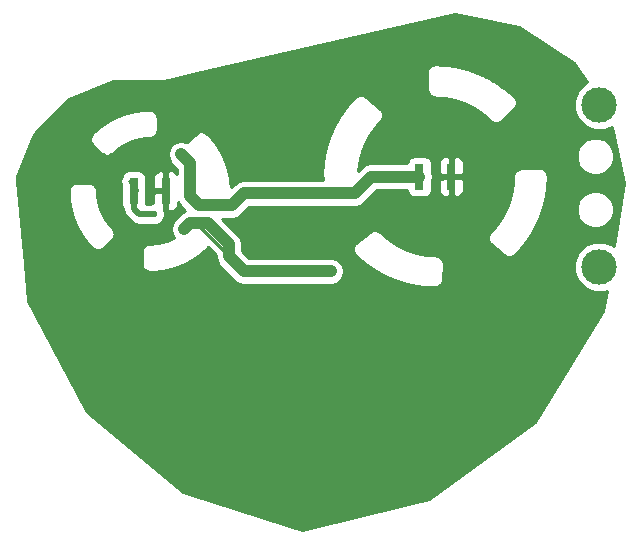
<source format=gbl>
G04 #@! TF.FileFunction,Copper,L2,Bot,Signal*
%FSLAX46Y46*%
G04 Gerber Fmt 4.6, Leading zero omitted, Abs format (unit mm)*
G04 Created by KiCad (PCBNEW 4.0.4+e1-6308~48~ubuntu16.04.1-stable) date Tue May  2 22:28:17 2017*
%MOMM*%
%LPD*%
G01*
G04 APERTURE LIST*
%ADD10C,0.100000*%
%ADD11R,0.800000X2.200000*%
%ADD12C,3.000000*%
%ADD13C,0.600000*%
%ADD14C,0.250000*%
%ADD15C,1.000000*%
%ADD16C,0.500000*%
%ADD17C,0.254000*%
G04 APERTURE END LIST*
D10*
D11*
X150150000Y-90300000D03*
X147450000Y-90300000D03*
X125950000Y-91500000D03*
X123250000Y-91500000D03*
D12*
X162655000Y-84205000D03*
X162655000Y-97925000D03*
D13*
X149352000Y-90424000D03*
X125984000Y-89916000D03*
X139954000Y-98298000D03*
X127508000Y-94742000D03*
X127254000Y-88392000D03*
X124968000Y-93472000D03*
D14*
X149476000Y-90300000D02*
X150150000Y-90300000D01*
X149352000Y-90424000D02*
X149476000Y-90300000D01*
X125950000Y-89950000D02*
X125950000Y-91500000D01*
X125984000Y-89916000D02*
X125950000Y-89950000D01*
D15*
X139954000Y-98298000D02*
X132588000Y-98298000D01*
X132588000Y-98298000D02*
X131318000Y-97028000D01*
X129540000Y-94234000D02*
X128016000Y-94234000D01*
X131318000Y-96012000D02*
X129540000Y-94234000D01*
X131318000Y-97028000D02*
X131318000Y-96012000D01*
X128016000Y-94234000D02*
X127508000Y-94742000D01*
D14*
X128524000Y-94234000D02*
X132588000Y-98298000D01*
X128016000Y-94234000D02*
X128524000Y-94234000D01*
X127508000Y-94742000D02*
X128016000Y-94234000D01*
D15*
X147450000Y-90300000D02*
X143380000Y-90300000D01*
X128016000Y-91948000D02*
X128016000Y-89154000D01*
X128778000Y-92710000D02*
X128016000Y-91948000D01*
X131572000Y-92710000D02*
X128778000Y-92710000D01*
X132588000Y-91694000D02*
X131572000Y-92710000D01*
X141986000Y-91694000D02*
X132588000Y-91694000D01*
X143380000Y-90300000D02*
X141986000Y-91694000D01*
X128016000Y-89154000D02*
X127254000Y-88392000D01*
D14*
X128016000Y-89154000D02*
X127254000Y-88392000D01*
D16*
X124968000Y-93472000D02*
X123952000Y-93472000D01*
X123952000Y-93472000D02*
X123698000Y-93472000D01*
X123698000Y-93472000D02*
X123250000Y-93024000D01*
X123250000Y-93024000D02*
X123250000Y-91500000D01*
D14*
X123520000Y-91530000D02*
X123520000Y-91330000D01*
X123520000Y-91330000D02*
X122850000Y-90660000D01*
D17*
G36*
X155898224Y-77585613D02*
X160529721Y-80680279D01*
X161625541Y-82320291D01*
X161447200Y-82393980D01*
X160846091Y-82994041D01*
X160520372Y-83778459D01*
X160519630Y-84627815D01*
X160843980Y-85412800D01*
X161444041Y-86013909D01*
X162228459Y-86339628D01*
X163077815Y-86340370D01*
X163771938Y-86053564D01*
X164730567Y-90872919D01*
X163895042Y-96145224D01*
X163865959Y-96116091D01*
X163081541Y-95790372D01*
X162232185Y-95789630D01*
X161447200Y-96113980D01*
X160846091Y-96714041D01*
X160520372Y-97498459D01*
X160519630Y-98347815D01*
X160843980Y-99132800D01*
X161444041Y-99733909D01*
X162228459Y-100059628D01*
X163077815Y-100060370D01*
X163288379Y-99973366D01*
X163023532Y-101644595D01*
X157237227Y-111085125D01*
X148278642Y-117592718D01*
X137540389Y-120169747D01*
X127448484Y-117034181D01*
X119272058Y-110231486D01*
X114321305Y-100817634D01*
X114033047Y-97674472D01*
X123923346Y-97674472D01*
X123923410Y-97674796D01*
X123923346Y-97675122D01*
X123949471Y-97805845D01*
X123975476Y-97936612D01*
X123975660Y-97936887D01*
X123975725Y-97937213D01*
X124049669Y-98047662D01*
X124123954Y-98158849D01*
X124124231Y-98159034D01*
X124124415Y-98159309D01*
X124235164Y-98233165D01*
X124346177Y-98307349D01*
X124346501Y-98307414D01*
X124346778Y-98307598D01*
X124477918Y-98333561D01*
X124608313Y-98359505D01*
X124608637Y-98359441D01*
X124608963Y-98359505D01*
X124618953Y-98359496D01*
X124619400Y-98359407D01*
X124619844Y-98359494D01*
X124629835Y-98359472D01*
X124630450Y-98359348D01*
X124631069Y-98359469D01*
X124641060Y-98359429D01*
X124641610Y-98359317D01*
X124642158Y-98359423D01*
X124652148Y-98359367D01*
X124652660Y-98359262D01*
X124653176Y-98359361D01*
X124663167Y-98359290D01*
X124663715Y-98359177D01*
X124664264Y-98359281D01*
X124674254Y-98359194D01*
X124674778Y-98359085D01*
X124675303Y-98359184D01*
X124685266Y-98359082D01*
X124685814Y-98358967D01*
X124686365Y-98359070D01*
X124696328Y-98358952D01*
X124696945Y-98358822D01*
X124697564Y-98358936D01*
X124707527Y-98358800D01*
X124707973Y-98358705D01*
X124708421Y-98358787D01*
X124718383Y-98358638D01*
X124718896Y-98358528D01*
X124719413Y-98358622D01*
X124729376Y-98358458D01*
X124729958Y-98358332D01*
X124730546Y-98358438D01*
X124740508Y-98358257D01*
X124741055Y-98358138D01*
X124741606Y-98358236D01*
X124751569Y-98358039D01*
X124752205Y-98357899D01*
X124752849Y-98358013D01*
X124762783Y-98357798D01*
X124763128Y-98357722D01*
X124763472Y-98357782D01*
X124773406Y-98357557D01*
X124774125Y-98357397D01*
X124774853Y-98357523D01*
X124784787Y-98357277D01*
X124785264Y-98357170D01*
X124785749Y-98357253D01*
X124795684Y-98356993D01*
X124796133Y-98356891D01*
X124796582Y-98356968D01*
X124806516Y-98356695D01*
X124806857Y-98356617D01*
X124807204Y-98356676D01*
X124817121Y-98356393D01*
X124817124Y-98356394D01*
X124856748Y-98355266D01*
X124856782Y-98355258D01*
X124856817Y-98355264D01*
X124866654Y-98354983D01*
X124896372Y-98354137D01*
X124906109Y-98351910D01*
X124915997Y-98353296D01*
X124925805Y-98352735D01*
X124925806Y-98352735D01*
X124935683Y-98352171D01*
X124935719Y-98352162D01*
X124935757Y-98352167D01*
X124945633Y-98351602D01*
X124945634Y-98351602D01*
X124955438Y-98351042D01*
X124955473Y-98351033D01*
X124955508Y-98351038D01*
X124965316Y-98350477D01*
X124965317Y-98350477D01*
X124975194Y-98349913D01*
X124975199Y-98349913D01*
X124985075Y-98349349D01*
X124985162Y-98349327D01*
X124985251Y-98349339D01*
X124995032Y-98348778D01*
X125004882Y-98348214D01*
X125004918Y-98348205D01*
X125004955Y-98348210D01*
X125014804Y-98347645D01*
X125014805Y-98347645D01*
X125024581Y-98347085D01*
X125024617Y-98347076D01*
X125024654Y-98347081D01*
X125034503Y-98346516D01*
X125034504Y-98346516D01*
X125044280Y-98345956D01*
X125044316Y-98345947D01*
X125044353Y-98345952D01*
X125054202Y-98345387D01*
X125054223Y-98345382D01*
X125054240Y-98345384D01*
X125064062Y-98344820D01*
X125064066Y-98344820D01*
X125073887Y-98344256D01*
X125073922Y-98344247D01*
X125073957Y-98344252D01*
X125083778Y-98343687D01*
X125083779Y-98343687D01*
X125093526Y-98343127D01*
X125103189Y-98340621D01*
X125113115Y-98341721D01*
X125132757Y-98340027D01*
X125132807Y-98340013D01*
X125132855Y-98340018D01*
X125142648Y-98339172D01*
X125142678Y-98339163D01*
X125142712Y-98339167D01*
X125152506Y-98338320D01*
X125152510Y-98338319D01*
X125152512Y-98338319D01*
X125162305Y-98337472D01*
X125172028Y-98336632D01*
X125172062Y-98336622D01*
X125172098Y-98336626D01*
X125191684Y-98334932D01*
X125201407Y-98334092D01*
X125201522Y-98334058D01*
X125201645Y-98334072D01*
X125221175Y-98332378D01*
X125230871Y-98331538D01*
X125230905Y-98331528D01*
X125230940Y-98331532D01*
X125250470Y-98329838D01*
X125250473Y-98329837D01*
X125260171Y-98328997D01*
X125260201Y-98328988D01*
X125260234Y-98328992D01*
X125269999Y-98328145D01*
X125270083Y-98328121D01*
X125270167Y-98328130D01*
X125279905Y-98327283D01*
X125289572Y-98326443D01*
X125289610Y-98326432D01*
X125289648Y-98326436D01*
X125299384Y-98325589D01*
X125308965Y-98322801D01*
X125318912Y-98323608D01*
X125338386Y-98321350D01*
X125338390Y-98321349D01*
X125338394Y-98321349D01*
X125348130Y-98320220D01*
X125348235Y-98320186D01*
X125348346Y-98320195D01*
X125358055Y-98319066D01*
X125367702Y-98317945D01*
X125367732Y-98317935D01*
X125367763Y-98317938D01*
X125377472Y-98316809D01*
X125377476Y-98316808D01*
X125377480Y-98316808D01*
X125387180Y-98315680D01*
X125396889Y-98314551D01*
X125396893Y-98314550D01*
X125396897Y-98314550D01*
X125406605Y-98313421D01*
X125406715Y-98313386D01*
X125406831Y-98313395D01*
X125416512Y-98312266D01*
X125416513Y-98312266D01*
X125426183Y-98311138D01*
X125435864Y-98310009D01*
X125435868Y-98310008D01*
X125435872Y-98310008D01*
X125445553Y-98308879D01*
X125445554Y-98308879D01*
X125455163Y-98307759D01*
X125455197Y-98307748D01*
X125455232Y-98307751D01*
X125464904Y-98306623D01*
X125474585Y-98305494D01*
X125474701Y-98305456D01*
X125474820Y-98305466D01*
X125503776Y-98302079D01*
X125513290Y-98299002D01*
X125523279Y-98299514D01*
X125532932Y-98298103D01*
X125532933Y-98298103D01*
X125542584Y-98296692D01*
X125542585Y-98296692D01*
X125552236Y-98295281D01*
X125552378Y-98295230D01*
X125552527Y-98295238D01*
X125562151Y-98293827D01*
X125562154Y-98293826D01*
X125571764Y-98292417D01*
X125571797Y-98292405D01*
X125571833Y-98292407D01*
X125581457Y-98290995D01*
X125581458Y-98290995D01*
X125591012Y-98289594D01*
X125591016Y-98289593D01*
X125591022Y-98289593D01*
X125600646Y-98288182D01*
X125600778Y-98288135D01*
X125600919Y-98288142D01*
X125620111Y-98285320D01*
X125620117Y-98285318D01*
X125620121Y-98285318D01*
X125629703Y-98283909D01*
X125629706Y-98283909D01*
X125639302Y-98282498D01*
X125639308Y-98282496D01*
X125639312Y-98282496D01*
X125648894Y-98281087D01*
X125648897Y-98281087D01*
X125658493Y-98279676D01*
X125658671Y-98279613D01*
X125658858Y-98279622D01*
X125668426Y-98278210D01*
X125668428Y-98278209D01*
X125677910Y-98276811D01*
X125677913Y-98276811D01*
X125687480Y-98275400D01*
X125687486Y-98275398D01*
X125687491Y-98275398D01*
X125697057Y-98273987D01*
X125697058Y-98273987D01*
X125706624Y-98272576D01*
X125716037Y-98269217D01*
X125726031Y-98269429D01*
X125735599Y-98267736D01*
X125735801Y-98267657D01*
X125736019Y-98267662D01*
X125745558Y-98265968D01*
X125745559Y-98265968D01*
X125755028Y-98264287D01*
X125764567Y-98262594D01*
X125764600Y-98262581D01*
X125764636Y-98262582D01*
X125774175Y-98260888D01*
X125774176Y-98260888D01*
X125783645Y-98259207D01*
X125783810Y-98259142D01*
X125783987Y-98259146D01*
X125793498Y-98257453D01*
X125793531Y-98257440D01*
X125793567Y-98257441D01*
X125803078Y-98255747D01*
X125803079Y-98255746D01*
X125812520Y-98254066D01*
X125822031Y-98252373D01*
X125822064Y-98252360D01*
X125822100Y-98252361D01*
X125831611Y-98250667D01*
X125831612Y-98250666D01*
X125841053Y-98248986D01*
X125850564Y-98247293D01*
X125850769Y-98247213D01*
X125850989Y-98247217D01*
X125860387Y-98245538D01*
X125860390Y-98245538D01*
X125879356Y-98242152D01*
X125879396Y-98242136D01*
X125879437Y-98242137D01*
X125888835Y-98240458D01*
X125888838Y-98240458D01*
X125898321Y-98238765D01*
X125898494Y-98238697D01*
X125898678Y-98238701D01*
X125908132Y-98237008D01*
X125908159Y-98236997D01*
X125908189Y-98236998D01*
X125917645Y-98235304D01*
X125926938Y-98231661D01*
X125936917Y-98231565D01*
X125946371Y-98229590D01*
X125946396Y-98229579D01*
X125946425Y-98229579D01*
X125955879Y-98227603D01*
X125965280Y-98225639D01*
X125965305Y-98225628D01*
X125965334Y-98225628D01*
X125974788Y-98223652D01*
X125974955Y-98223581D01*
X125975133Y-98223579D01*
X125984560Y-98221604D01*
X125984592Y-98221590D01*
X125984628Y-98221590D01*
X126003480Y-98217638D01*
X126003482Y-98217637D01*
X126012838Y-98215677D01*
X126013062Y-98215582D01*
X126013307Y-98215579D01*
X126022704Y-98213603D01*
X126022705Y-98213602D01*
X126032034Y-98211642D01*
X126032066Y-98211628D01*
X126032103Y-98211628D01*
X126041500Y-98209652D01*
X126041501Y-98209651D01*
X126050830Y-98207691D01*
X126050862Y-98207677D01*
X126050899Y-98207677D01*
X126060296Y-98205701D01*
X126060297Y-98205700D01*
X126069626Y-98203740D01*
X126069851Y-98203644D01*
X126070098Y-98203641D01*
X126088838Y-98199689D01*
X126088840Y-98199688D01*
X126098140Y-98197728D01*
X126098172Y-98197714D01*
X126098208Y-98197714D01*
X126107578Y-98195738D01*
X126107580Y-98195737D01*
X126116893Y-98193774D01*
X126126304Y-98189750D01*
X126136532Y-98189332D01*
X126145874Y-98187074D01*
X126145882Y-98187070D01*
X126145890Y-98187070D01*
X126155214Y-98184816D01*
X126155215Y-98184816D01*
X126164557Y-98182558D01*
X126164558Y-98182558D01*
X126173832Y-98180317D01*
X126173871Y-98180299D01*
X126173915Y-98180297D01*
X126183239Y-98178043D01*
X126183240Y-98178043D01*
X126192582Y-98175785D01*
X126192808Y-98175680D01*
X126193055Y-98175670D01*
X126202298Y-98173429D01*
X126202301Y-98173429D01*
X126211614Y-98171172D01*
X126211640Y-98171160D01*
X126211665Y-98171159D01*
X126220979Y-98168901D01*
X126220987Y-98168897D01*
X126220995Y-98168897D01*
X126230309Y-98166639D01*
X126230310Y-98166638D01*
X126239622Y-98164381D01*
X126239839Y-98164280D01*
X126240081Y-98164270D01*
X126249366Y-98162012D01*
X126249368Y-98162011D01*
X126258568Y-98159775D01*
X126258607Y-98159757D01*
X126258652Y-98159755D01*
X126286507Y-98152981D01*
X126286695Y-98152894D01*
X126286901Y-98152885D01*
X126296158Y-98150628D01*
X126296191Y-98150612D01*
X126296226Y-98150611D01*
X126314740Y-98146095D01*
X126314748Y-98146091D01*
X126314757Y-98146091D01*
X126324012Y-98143833D01*
X126333016Y-98139642D01*
X126342924Y-98138933D01*
X126352181Y-98136393D01*
X126352422Y-98136273D01*
X126352692Y-98136253D01*
X126371150Y-98131173D01*
X126371159Y-98131169D01*
X126371168Y-98131168D01*
X126380396Y-98128628D01*
X126389607Y-98126093D01*
X126398836Y-98123553D01*
X126399088Y-98123426D01*
X126399368Y-98123406D01*
X126408568Y-98120866D01*
X126417751Y-98118331D01*
X126417760Y-98118327D01*
X126417769Y-98118326D01*
X126436169Y-98113246D01*
X126445352Y-98110711D01*
X126445605Y-98110584D01*
X126445887Y-98110563D01*
X126464231Y-98105483D01*
X126473386Y-98102948D01*
X126473395Y-98102944D01*
X126473404Y-98102943D01*
X126482576Y-98100403D01*
X126482821Y-98100280D01*
X126483096Y-98100259D01*
X126537960Y-98085019D01*
X126547058Y-98080428D01*
X126557192Y-98079372D01*
X126566308Y-98076550D01*
X126566317Y-98076545D01*
X126566329Y-98076544D01*
X126575444Y-98073722D01*
X126575446Y-98073721D01*
X126584539Y-98070906D01*
X126584569Y-98070890D01*
X126584605Y-98070886D01*
X126593721Y-98068063D01*
X126593723Y-98068062D01*
X126602771Y-98065261D01*
X126603048Y-98065111D01*
X126603361Y-98065078D01*
X126612424Y-98062263D01*
X126612428Y-98062263D01*
X126621516Y-98059441D01*
X126621557Y-98059419D01*
X126621602Y-98059414D01*
X126630600Y-98056618D01*
X126630603Y-98056618D01*
X126639691Y-98053796D01*
X126639971Y-98053644D01*
X126640283Y-98053611D01*
X126649318Y-98050796D01*
X126649322Y-98050796D01*
X126658382Y-98047974D01*
X126659288Y-98047481D01*
X126660308Y-98047370D01*
X126669299Y-98044540D01*
X126669302Y-98044540D01*
X126678361Y-98041690D01*
X126679241Y-98041208D01*
X126680241Y-98041096D01*
X126689300Y-98038217D01*
X126689553Y-98038077D01*
X126689840Y-98038045D01*
X126698870Y-98035167D01*
X126699758Y-98034676D01*
X126700771Y-98034559D01*
X126709800Y-98031652D01*
X126709802Y-98031652D01*
X126718832Y-98028745D01*
X126719689Y-98028268D01*
X126720662Y-98028153D01*
X126729693Y-98025218D01*
X126729972Y-98025062D01*
X126730288Y-98025024D01*
X126739291Y-98022089D01*
X126739321Y-98022072D01*
X126739357Y-98022068D01*
X126748360Y-98019132D01*
X126749185Y-98018669D01*
X126750123Y-98018554D01*
X126768129Y-98012628D01*
X126769020Y-98012125D01*
X126770039Y-98011997D01*
X126779041Y-98009005D01*
X126779284Y-98008867D01*
X126779561Y-98008832D01*
X126788535Y-98005841D01*
X126789416Y-98005339D01*
X126790423Y-98005209D01*
X126799397Y-98002189D01*
X126799408Y-98002183D01*
X126799420Y-98002181D01*
X126808394Y-97999161D01*
X126809232Y-97998680D01*
X126810189Y-97998554D01*
X126819163Y-97995507D01*
X126819166Y-97995505D01*
X126828138Y-97992459D01*
X126829285Y-97991797D01*
X126830594Y-97991619D01*
X126839516Y-97988551D01*
X126839518Y-97988551D01*
X126848465Y-97985475D01*
X126849350Y-97984959D01*
X126850362Y-97984819D01*
X126859219Y-97981745D01*
X126859221Y-97981745D01*
X126868168Y-97978641D01*
X126869345Y-97977951D01*
X126870693Y-97977759D01*
X126879611Y-97974626D01*
X126888463Y-97971516D01*
X126888465Y-97971516D01*
X126897383Y-97968384D01*
X126898252Y-97967870D01*
X126899251Y-97967725D01*
X126908169Y-97964564D01*
X126908994Y-97964073D01*
X126909944Y-97963932D01*
X126918863Y-97960743D01*
X126919173Y-97960557D01*
X126919530Y-97960504D01*
X126937310Y-97954126D01*
X126938176Y-97953606D01*
X126939170Y-97953455D01*
X126947994Y-97950261D01*
X126947996Y-97950261D01*
X126956886Y-97947044D01*
X126957749Y-97946523D01*
X126958741Y-97946369D01*
X126967631Y-97943123D01*
X126967915Y-97942951D01*
X126968245Y-97942899D01*
X126977106Y-97939654D01*
X126977954Y-97939137D01*
X126978936Y-97938981D01*
X126996660Y-97932433D01*
X126997795Y-97931737D01*
X126999109Y-97931523D01*
X127007943Y-97928221D01*
X127007954Y-97928214D01*
X127007967Y-97928212D01*
X127016800Y-97924910D01*
X127017614Y-97924406D01*
X127018558Y-97924250D01*
X127027392Y-97920920D01*
X127027403Y-97920913D01*
X127027415Y-97920911D01*
X127036249Y-97917581D01*
X127037088Y-97917058D01*
X127038064Y-97916894D01*
X127046898Y-97913535D01*
X127047193Y-97913350D01*
X127047535Y-97913292D01*
X127056340Y-97909934D01*
X127056369Y-97909916D01*
X127056403Y-97909910D01*
X127065208Y-97906551D01*
X127065988Y-97906061D01*
X127066894Y-97905905D01*
X127075701Y-97902519D01*
X127075740Y-97902494D01*
X127075788Y-97902486D01*
X127084593Y-97899099D01*
X127085410Y-97898583D01*
X127086361Y-97898416D01*
X127095166Y-97895001D01*
X127095473Y-97894806D01*
X127095828Y-97894743D01*
X127104606Y-97891328D01*
X127105431Y-97890802D01*
X127106396Y-97890629D01*
X127123950Y-97883743D01*
X127124761Y-97883223D01*
X127125711Y-97883050D01*
X127134487Y-97879579D01*
X127134837Y-97879353D01*
X127135247Y-97879278D01*
X127143996Y-97875806D01*
X127144776Y-97875301D01*
X127145691Y-97875131D01*
X127154440Y-97871631D01*
X127154466Y-97871614D01*
X127154503Y-97871607D01*
X127163252Y-97868107D01*
X127164042Y-97867593D01*
X127164966Y-97867418D01*
X127173714Y-97863891D01*
X127174057Y-97863666D01*
X127174458Y-97863590D01*
X127183180Y-97860062D01*
X127183984Y-97859534D01*
X127184928Y-97859352D01*
X127193649Y-97855796D01*
X127193660Y-97855789D01*
X127193675Y-97855786D01*
X127202395Y-97852230D01*
X127202397Y-97852228D01*
X127211090Y-97848684D01*
X127212221Y-97847937D01*
X127213551Y-97847675D01*
X127222244Y-97844091D01*
X127222284Y-97844065D01*
X127222332Y-97844055D01*
X127231023Y-97840470D01*
X127231794Y-97839957D01*
X127232702Y-97839775D01*
X127241394Y-97836163D01*
X127241411Y-97836152D01*
X127241430Y-97836148D01*
X127250123Y-97832535D01*
X127250901Y-97832014D01*
X127251822Y-97831827D01*
X127260513Y-97828187D01*
X127260864Y-97827950D01*
X127261277Y-97827866D01*
X127269942Y-97824225D01*
X127269952Y-97824218D01*
X127269968Y-97824215D01*
X127278632Y-97820574D01*
X127279399Y-97820056D01*
X127280301Y-97819869D01*
X127288965Y-97816201D01*
X127289812Y-97815626D01*
X127290814Y-97815415D01*
X127299478Y-97811717D01*
X127299786Y-97811507D01*
X127300153Y-97811429D01*
X127317425Y-97804035D01*
X127318213Y-97803495D01*
X127319148Y-97803295D01*
X127336420Y-97795845D01*
X127337575Y-97795049D01*
X127338944Y-97794750D01*
X127356160Y-97787242D01*
X127356915Y-97786717D01*
X127357812Y-97786519D01*
X127366420Y-97782738D01*
X127366461Y-97782709D01*
X127366508Y-97782699D01*
X127375115Y-97778917D01*
X127376227Y-97778139D01*
X127377551Y-97777841D01*
X127386131Y-97774031D01*
X127386143Y-97774022D01*
X127386158Y-97774019D01*
X127394737Y-97770209D01*
X127395501Y-97769670D01*
X127396413Y-97769462D01*
X127404993Y-97765624D01*
X127405020Y-97765605D01*
X127405054Y-97765597D01*
X127413634Y-97761758D01*
X127413967Y-97761522D01*
X127414363Y-97761431D01*
X127422914Y-97757593D01*
X127423689Y-97757042D01*
X127424614Y-97756827D01*
X127433165Y-97752961D01*
X127433180Y-97752950D01*
X127433198Y-97752946D01*
X127441751Y-97749079D01*
X127442506Y-97748539D01*
X127443411Y-97748326D01*
X127451962Y-97744432D01*
X127452341Y-97744159D01*
X127452794Y-97744052D01*
X127461317Y-97740157D01*
X127462085Y-97739603D01*
X127463007Y-97739382D01*
X127471531Y-97735459D01*
X127471533Y-97735458D01*
X127480054Y-97731536D01*
X127480056Y-97731535D01*
X127488577Y-97727613D01*
X127489697Y-97726801D01*
X127491041Y-97726473D01*
X127499531Y-97722523D01*
X127499536Y-97722522D01*
X127508031Y-97718570D01*
X127508793Y-97718012D01*
X127509711Y-97717786D01*
X127518206Y-97713807D01*
X127518233Y-97713787D01*
X127518266Y-97713779D01*
X127526760Y-97709799D01*
X127527849Y-97708998D01*
X127529164Y-97708668D01*
X127537631Y-97704661D01*
X127537672Y-97704631D01*
X127537719Y-97704619D01*
X127546185Y-97700611D01*
X127546901Y-97700080D01*
X127547767Y-97699860D01*
X127556233Y-97695825D01*
X127556261Y-97695804D01*
X127556293Y-97695796D01*
X127564761Y-97691760D01*
X127565133Y-97691482D01*
X127565585Y-97691367D01*
X127574023Y-97687330D01*
X127574776Y-97686766D01*
X127575688Y-97686531D01*
X127584127Y-97682467D01*
X127592537Y-97678417D01*
X127593301Y-97677842D01*
X127594225Y-97677601D01*
X127602663Y-97673509D01*
X127603014Y-97673243D01*
X127603439Y-97673132D01*
X127611850Y-97669040D01*
X127612638Y-97668442D01*
X127613592Y-97668189D01*
X127622002Y-97664069D01*
X127622005Y-97664066D01*
X127630353Y-97659977D01*
X127631123Y-97659390D01*
X127632061Y-97659138D01*
X127640471Y-97654989D01*
X127640838Y-97654707D01*
X127641284Y-97654587D01*
X127649666Y-97650438D01*
X127649667Y-97650437D01*
X127657989Y-97646319D01*
X127658756Y-97645729D01*
X127659692Y-97645474D01*
X127676456Y-97637120D01*
X127677565Y-97636262D01*
X127678915Y-97635888D01*
X127703977Y-97623273D01*
X127704752Y-97622668D01*
X127705697Y-97622404D01*
X127714051Y-97618170D01*
X127714385Y-97617908D01*
X127714790Y-97617794D01*
X127723116Y-97613562D01*
X127723888Y-97612954D01*
X127724833Y-97612686D01*
X127733158Y-97608424D01*
X127741396Y-97604208D01*
X127742152Y-97603610D01*
X127743075Y-97603345D01*
X127751401Y-97599055D01*
X127751788Y-97598747D01*
X127752267Y-97598609D01*
X127760564Y-97594319D01*
X127761290Y-97593740D01*
X127762181Y-97593480D01*
X127770478Y-97589162D01*
X127770480Y-97589160D01*
X127778746Y-97584859D01*
X127779481Y-97584269D01*
X127780386Y-97584003D01*
X127788683Y-97579657D01*
X127789061Y-97579352D01*
X127789527Y-97579214D01*
X127806065Y-97570522D01*
X127806809Y-97569920D01*
X127807727Y-97569646D01*
X127815996Y-97565271D01*
X127816351Y-97564982D01*
X127816788Y-97564851D01*
X127825030Y-97560477D01*
X127825773Y-97559871D01*
X127826687Y-97559594D01*
X127843169Y-97550788D01*
X127843881Y-97550204D01*
X127844763Y-97549934D01*
X127853004Y-97545503D01*
X127853375Y-97545197D01*
X127853834Y-97545056D01*
X127862047Y-97540626D01*
X127862059Y-97540616D01*
X127862073Y-97540612D01*
X127870285Y-97536181D01*
X127870995Y-97535594D01*
X127871874Y-97535321D01*
X127880087Y-97530862D01*
X127880127Y-97530829D01*
X127880174Y-97530814D01*
X127888386Y-97526354D01*
X127889438Y-97525478D01*
X127890745Y-97525067D01*
X127898930Y-97520580D01*
X127898944Y-97520568D01*
X127898961Y-97520563D01*
X127907145Y-97516077D01*
X127907159Y-97516066D01*
X127907170Y-97516062D01*
X127915356Y-97511574D01*
X127916047Y-97510994D01*
X127916907Y-97510721D01*
X127925091Y-97506206D01*
X127925504Y-97505858D01*
X127926017Y-97505694D01*
X127934173Y-97501178D01*
X127934833Y-97500619D01*
X127935657Y-97500354D01*
X127943814Y-97495811D01*
X127943852Y-97495779D01*
X127943901Y-97495763D01*
X127952056Y-97491219D01*
X127952751Y-97490628D01*
X127953621Y-97490345D01*
X127961777Y-97485773D01*
X127962168Y-97485439D01*
X127962654Y-97485280D01*
X127978910Y-97476136D01*
X127979601Y-97475543D01*
X127980469Y-97475257D01*
X127988597Y-97470657D01*
X127988623Y-97470635D01*
X127988652Y-97470625D01*
X127996780Y-97466024D01*
X127997835Y-97465114D01*
X127999161Y-97464671D01*
X128007261Y-97460043D01*
X128007286Y-97460021D01*
X128007316Y-97460011D01*
X128015392Y-97455396D01*
X128023491Y-97450768D01*
X128024582Y-97449820D01*
X128025950Y-97449356D01*
X128034022Y-97444699D01*
X128034024Y-97444697D01*
X128042039Y-97440074D01*
X128042758Y-97439444D01*
X128043667Y-97439133D01*
X128051737Y-97434448D01*
X128052132Y-97434100D01*
X128052632Y-97433928D01*
X128060675Y-97429243D01*
X128061340Y-97428656D01*
X128062178Y-97428365D01*
X128070222Y-97423652D01*
X128070237Y-97423639D01*
X128070254Y-97423633D01*
X128086340Y-97414207D01*
X128087423Y-97413244D01*
X128088791Y-97412764D01*
X128096807Y-97408022D01*
X128104800Y-97403294D01*
X128105496Y-97402671D01*
X128106376Y-97402359D01*
X128114391Y-97397589D01*
X128122352Y-97392852D01*
X128123446Y-97391867D01*
X128124828Y-97391371D01*
X128132815Y-97386574D01*
X128132818Y-97386571D01*
X128140802Y-97381776D01*
X128140805Y-97381773D01*
X128148789Y-97376978D01*
X128149468Y-97376361D01*
X128150331Y-97376049D01*
X128158317Y-97371223D01*
X128158705Y-97370868D01*
X128159196Y-97370690D01*
X128167155Y-97365864D01*
X128167816Y-97365259D01*
X128168658Y-97364950D01*
X128176617Y-97360097D01*
X128176633Y-97360082D01*
X128176650Y-97360076D01*
X128184608Y-97355222D01*
X128184996Y-97354865D01*
X128185492Y-97354682D01*
X128193422Y-97349829D01*
X128194119Y-97349185D01*
X128195006Y-97348856D01*
X128202936Y-97343973D01*
X128210780Y-97339145D01*
X128211473Y-97338502D01*
X128212357Y-97338171D01*
X128220287Y-97333260D01*
X128220668Y-97332904D01*
X128221156Y-97332721D01*
X128229058Y-97327811D01*
X128229718Y-97327194D01*
X128230561Y-97326874D01*
X128238464Y-97321935D01*
X128238477Y-97321922D01*
X128238497Y-97321915D01*
X128246397Y-97316977D01*
X128246399Y-97316976D01*
X128254302Y-97312036D01*
X128255355Y-97311046D01*
X128256706Y-97310527D01*
X128272454Y-97300593D01*
X128273120Y-97299961D01*
X128273976Y-97299630D01*
X128281850Y-97294634D01*
X128282236Y-97294266D01*
X128282730Y-97294074D01*
X128298422Y-97284084D01*
X128299098Y-97283437D01*
X128299972Y-97283095D01*
X128307817Y-97278071D01*
X128308189Y-97277714D01*
X128308668Y-97277525D01*
X128316486Y-97272502D01*
X128317144Y-97271867D01*
X128317995Y-97271530D01*
X128325813Y-97266478D01*
X128325828Y-97266464D01*
X128325847Y-97266456D01*
X128333627Y-97261427D01*
X128333630Y-97261426D01*
X128341448Y-97256374D01*
X128342506Y-97255348D01*
X128343874Y-97254799D01*
X128359452Y-97244639D01*
X128360066Y-97244038D01*
X128360861Y-97243717D01*
X128368651Y-97238609D01*
X128369078Y-97238190D01*
X128369631Y-97237965D01*
X128385153Y-97227749D01*
X128385800Y-97227111D01*
X128386641Y-97226767D01*
X128394402Y-97221630D01*
X128402112Y-97216528D01*
X128403168Y-97215481D01*
X128404543Y-97214912D01*
X128412276Y-97209747D01*
X128419957Y-97204617D01*
X128419959Y-97204616D01*
X128427692Y-97199451D01*
X128428761Y-97198383D01*
X128430154Y-97197799D01*
X128437858Y-97192606D01*
X128445529Y-97187436D01*
X128446141Y-97186819D01*
X128446945Y-97186480D01*
X128454650Y-97181259D01*
X128455081Y-97180822D01*
X128455643Y-97180584D01*
X128463319Y-97175364D01*
X128470962Y-97170166D01*
X128471609Y-97169508D01*
X128472455Y-97169147D01*
X128480045Y-97163956D01*
X128480047Y-97163955D01*
X128487724Y-97158706D01*
X128488155Y-97158266D01*
X128488721Y-97158023D01*
X128496369Y-97152774D01*
X128496996Y-97152131D01*
X128497821Y-97151775D01*
X128505466Y-97146498D01*
X128505469Y-97146497D01*
X128513116Y-97141219D01*
X128514114Y-97140190D01*
X128515429Y-97139616D01*
X128523049Y-97134311D01*
X128523070Y-97134289D01*
X128523098Y-97134277D01*
X128530718Y-97128971D01*
X128531316Y-97128349D01*
X128532106Y-97128002D01*
X128539723Y-97122669D01*
X128539726Y-97122668D01*
X128547345Y-97117334D01*
X128547763Y-97116897D01*
X128548316Y-97116653D01*
X128555908Y-97111319D01*
X128556501Y-97110698D01*
X128557289Y-97110347D01*
X128564881Y-97104985D01*
X128564903Y-97104962D01*
X128564930Y-97104950D01*
X128572522Y-97099587D01*
X128572934Y-97099153D01*
X128573482Y-97098908D01*
X128581045Y-97093546D01*
X128581620Y-97092938D01*
X128582383Y-97092595D01*
X128589947Y-97087205D01*
X128589983Y-97087166D01*
X128590031Y-97087145D01*
X128597594Y-97081754D01*
X128598565Y-97080722D01*
X128599854Y-97080136D01*
X128607389Y-97074718D01*
X128607424Y-97074680D01*
X128607473Y-97074658D01*
X128622543Y-97063820D01*
X128623110Y-97063213D01*
X128623867Y-97062866D01*
X128631402Y-97057419D01*
X128631816Y-97056973D01*
X128632371Y-97056718D01*
X128639877Y-97051272D01*
X128640496Y-97050603D01*
X128641325Y-97050219D01*
X128648832Y-97044743D01*
X128656291Y-97039303D01*
X128656711Y-97038847D01*
X128657276Y-97038584D01*
X128664755Y-97033108D01*
X128665330Y-97032482D01*
X128666098Y-97032122D01*
X128673577Y-97026620D01*
X128673580Y-97026617D01*
X128681056Y-97021117D01*
X128681093Y-97021077D01*
X128681139Y-97021055D01*
X128688617Y-97015551D01*
X128689574Y-97014503D01*
X128690858Y-97013895D01*
X128698310Y-97008364D01*
X128698330Y-97008342D01*
X128698357Y-97008329D01*
X128705808Y-97002797D01*
X128706814Y-97001686D01*
X128708163Y-97001040D01*
X128715585Y-96995480D01*
X128722925Y-96989983D01*
X128723522Y-96989318D01*
X128724329Y-96988929D01*
X128731751Y-96983341D01*
X128739138Y-96977780D01*
X128739575Y-96977291D01*
X128740168Y-96977004D01*
X128747562Y-96971416D01*
X128748141Y-96970765D01*
X128748922Y-96970385D01*
X128756316Y-96964768D01*
X128756318Y-96964766D01*
X128763663Y-96959187D01*
X128764085Y-96958710D01*
X128764660Y-96958429D01*
X128772026Y-96952813D01*
X128772601Y-96952162D01*
X128773378Y-96951779D01*
X128780695Y-96946171D01*
X128780698Y-96946170D01*
X128788064Y-96940526D01*
X128789058Y-96939394D01*
X128790408Y-96938722D01*
X128797745Y-96933049D01*
X128797746Y-96933047D01*
X128805038Y-96927412D01*
X128805057Y-96927391D01*
X128805084Y-96927377D01*
X128812421Y-96921704D01*
X128812982Y-96921060D01*
X128813748Y-96920676D01*
X128821085Y-96914974D01*
X128821492Y-96914504D01*
X128822051Y-96914223D01*
X128829361Y-96908522D01*
X128829918Y-96907876D01*
X128830680Y-96907491D01*
X128837989Y-96901762D01*
X128837991Y-96901760D01*
X128845263Y-96896061D01*
X128845703Y-96895549D01*
X128846303Y-96895244D01*
X128853584Y-96889515D01*
X128854107Y-96888904D01*
X128854823Y-96888538D01*
X128862105Y-96882780D01*
X128862138Y-96882741D01*
X128862187Y-96882716D01*
X128869468Y-96876958D01*
X128869874Y-96876481D01*
X128870429Y-96876196D01*
X128877682Y-96870440D01*
X128878236Y-96869787D01*
X128878994Y-96869395D01*
X128886247Y-96863609D01*
X128893456Y-96857860D01*
X128894430Y-96856706D01*
X128895769Y-96856007D01*
X128917444Y-96838565D01*
X128917971Y-96837935D01*
X128918695Y-96837555D01*
X128925920Y-96831713D01*
X128926344Y-96831204D01*
X128926931Y-96830894D01*
X128934129Y-96825052D01*
X128934145Y-96825033D01*
X128934164Y-96825023D01*
X128941361Y-96819181D01*
X128941869Y-96818569D01*
X128942568Y-96818198D01*
X128949765Y-96812328D01*
X128950204Y-96811796D01*
X128950814Y-96811471D01*
X128957982Y-96805601D01*
X128958485Y-96804990D01*
X128959182Y-96804616D01*
X128966350Y-96798718D01*
X128966383Y-96798678D01*
X128966431Y-96798652D01*
X128973599Y-96792753D01*
X128974006Y-96792256D01*
X128974570Y-96791952D01*
X128981710Y-96786054D01*
X128982226Y-96785422D01*
X128982945Y-96785032D01*
X128990086Y-96779105D01*
X128990100Y-96779087D01*
X128990123Y-96779075D01*
X128997262Y-96773148D01*
X128997669Y-96772647D01*
X128998236Y-96772338D01*
X129005348Y-96766412D01*
X129005875Y-96765760D01*
X129006611Y-96765357D01*
X129020835Y-96753447D01*
X129021765Y-96752291D01*
X129023065Y-96751572D01*
X129030149Y-96745588D01*
X129030163Y-96745570D01*
X129030185Y-96745558D01*
X129037269Y-96739575D01*
X129037270Y-96739574D01*
X129044316Y-96733622D01*
X129045259Y-96732440D01*
X129046583Y-96731700D01*
X129053639Y-96725688D01*
X129053641Y-96725685D01*
X129060688Y-96719682D01*
X129060689Y-96719680D01*
X129067707Y-96713703D01*
X129068662Y-96712494D01*
X129070003Y-96711738D01*
X129077030Y-96705698D01*
X129084022Y-96699689D01*
X129091042Y-96693655D01*
X129091978Y-96692461D01*
X129093295Y-96691710D01*
X129100294Y-96685643D01*
X129100296Y-96685640D01*
X129107293Y-96679575D01*
X129107782Y-96678945D01*
X129108472Y-96678550D01*
X129115471Y-96672454D01*
X129115894Y-96671906D01*
X129116496Y-96671560D01*
X129123464Y-96665466D01*
X129123467Y-96665464D01*
X129130437Y-96659368D01*
X129130921Y-96658740D01*
X129131608Y-96658342D01*
X129138579Y-96652218D01*
X129139002Y-96651665D01*
X129139605Y-96651315D01*
X129146548Y-96645191D01*
X129146564Y-96645170D01*
X129146585Y-96645158D01*
X129153527Y-96639035D01*
X129154009Y-96638402D01*
X129154693Y-96638003D01*
X129161636Y-96631850D01*
X129162057Y-96631295D01*
X129162659Y-96630942D01*
X129169574Y-96624789D01*
X129170051Y-96624158D01*
X129170731Y-96623757D01*
X129177646Y-96617576D01*
X129177660Y-96617558D01*
X129177683Y-96617544D01*
X129184597Y-96611363D01*
X129184599Y-96611361D01*
X129191434Y-96605252D01*
X129192361Y-96604020D01*
X129193685Y-96603231D01*
X129207457Y-96590813D01*
X129207880Y-96590245D01*
X129208487Y-96589882D01*
X129215345Y-96583673D01*
X129215810Y-96583047D01*
X129216481Y-96582643D01*
X129230197Y-96570169D01*
X129230620Y-96569596D01*
X129231228Y-96569229D01*
X129238058Y-96562992D01*
X129238536Y-96562342D01*
X129239226Y-96561923D01*
X129246056Y-96555657D01*
X129252881Y-96549396D01*
X129253289Y-96548839D01*
X129253877Y-96548480D01*
X129260679Y-96542215D01*
X129261152Y-96541566D01*
X129261837Y-96541146D01*
X129268639Y-96534852D01*
X129275438Y-96528562D01*
X129275877Y-96527957D01*
X129276510Y-96527567D01*
X129283283Y-96521273D01*
X129283720Y-96520668D01*
X129284356Y-96520274D01*
X129291124Y-96513956D01*
X129291128Y-96513954D01*
X129297900Y-96507633D01*
X129298366Y-96506986D01*
X129299043Y-96506564D01*
X129305816Y-96500215D01*
X129306221Y-96499649D01*
X129306811Y-96499280D01*
X129313557Y-96492929D01*
X129313571Y-96492909D01*
X129313594Y-96492895D01*
X129320339Y-96486545D01*
X129320800Y-96485899D01*
X129321472Y-96485476D01*
X129328217Y-96479096D01*
X129328620Y-96478528D01*
X129329211Y-96478155D01*
X129342645Y-96465399D01*
X129343116Y-96464732D01*
X129343806Y-96464294D01*
X129350522Y-96457887D01*
X129350911Y-96457334D01*
X129351480Y-96456971D01*
X129364858Y-96444159D01*
X129365324Y-96443494D01*
X129366010Y-96443054D01*
X129372698Y-96436619D01*
X129373102Y-96436039D01*
X129373694Y-96435658D01*
X129380356Y-96429222D01*
X129387014Y-96422790D01*
X129387866Y-96421562D01*
X129389117Y-96420749D01*
X129395750Y-96414286D01*
X129395765Y-96414264D01*
X129395787Y-96414250D01*
X129402419Y-96407788D01*
X129402847Y-96407165D01*
X129403478Y-96406753D01*
X129410110Y-96400262D01*
X129410526Y-96399654D01*
X129411145Y-96399248D01*
X129417749Y-96392757D01*
X129417765Y-96392734D01*
X129417786Y-96392720D01*
X129424390Y-96386227D01*
X129424797Y-96385629D01*
X129425403Y-96385230D01*
X129432007Y-96378711D01*
X129432423Y-96378097D01*
X129433041Y-96377688D01*
X129439617Y-96371169D01*
X129439631Y-96371148D01*
X129439655Y-96371132D01*
X129446230Y-96364612D01*
X129446648Y-96363993D01*
X129447271Y-96363578D01*
X129453847Y-96357030D01*
X129454262Y-96356411D01*
X129454881Y-96355998D01*
X129461429Y-96349450D01*
X129461490Y-96349358D01*
X129461582Y-96349297D01*
X129502786Y-96287588D01*
X130183000Y-96967802D01*
X130183000Y-97028000D01*
X130269397Y-97462346D01*
X130509442Y-97821599D01*
X130515434Y-97830566D01*
X131785434Y-99100566D01*
X132153654Y-99346603D01*
X132588000Y-99433000D01*
X139954000Y-99433000D01*
X140388346Y-99346603D01*
X140756566Y-99100566D01*
X141002603Y-98732346D01*
X141089000Y-98298000D01*
X141002603Y-97863654D01*
X140756566Y-97495434D01*
X140388346Y-97249397D01*
X139954000Y-97163000D01*
X133058132Y-97163000D01*
X132453000Y-96557868D01*
X132453000Y-96430438D01*
X141811362Y-96430438D01*
X141829851Y-96520535D01*
X141837065Y-96612221D01*
X141856488Y-96650343D01*
X141865089Y-96692256D01*
X141916648Y-96768419D01*
X141958400Y-96850365D01*
X141990933Y-96878151D01*
X142014919Y-96913584D01*
X142024317Y-96922869D01*
X142025191Y-96923445D01*
X142025780Y-96924310D01*
X142035206Y-96933566D01*
X142035221Y-96933576D01*
X142035232Y-96933592D01*
X142044659Y-96942849D01*
X142045519Y-96943412D01*
X142046100Y-96944260D01*
X142065008Y-96962718D01*
X142065483Y-96963027D01*
X142065805Y-96963495D01*
X142075260Y-96972695D01*
X142075694Y-96972976D01*
X142075987Y-96973401D01*
X142085469Y-96982600D01*
X142086316Y-96983147D01*
X142086892Y-96983977D01*
X142096402Y-96993150D01*
X142096434Y-96993170D01*
X142096455Y-96993201D01*
X142105966Y-97002373D01*
X142106415Y-97002661D01*
X142106720Y-97003099D01*
X142116231Y-97012243D01*
X142116662Y-97012519D01*
X142116956Y-97012939D01*
X142126496Y-97022083D01*
X142126944Y-97022369D01*
X142127253Y-97022809D01*
X142136792Y-97031925D01*
X142137255Y-97032220D01*
X142137571Y-97032668D01*
X142147139Y-97041783D01*
X142147561Y-97042050D01*
X142147848Y-97042457D01*
X142157415Y-97051545D01*
X142157860Y-97051826D01*
X142158166Y-97052258D01*
X142167762Y-97061346D01*
X142168220Y-97061634D01*
X142168531Y-97062072D01*
X142178126Y-97071131D01*
X142178570Y-97071409D01*
X142178876Y-97071839D01*
X142188501Y-97080898D01*
X142188958Y-97081184D01*
X142189272Y-97081623D01*
X142198896Y-97090654D01*
X142199324Y-97090921D01*
X142199620Y-97091333D01*
X142209272Y-97100364D01*
X142209731Y-97100649D01*
X142210047Y-97101088D01*
X142219699Y-97110091D01*
X142220129Y-97110357D01*
X142220424Y-97110766D01*
X142230104Y-97119769D01*
X142230564Y-97120053D01*
X142230883Y-97120493D01*
X142240563Y-97129467D01*
X142241006Y-97129739D01*
X142241313Y-97130162D01*
X142251022Y-97139137D01*
X142251487Y-97139422D01*
X142251808Y-97139862D01*
X142261516Y-97148808D01*
X142261959Y-97149079D01*
X142262265Y-97149497D01*
X142272002Y-97158444D01*
X142272436Y-97158708D01*
X142272736Y-97159117D01*
X142282473Y-97168036D01*
X142282930Y-97168313D01*
X142283249Y-97168747D01*
X142293014Y-97177664D01*
X142293482Y-97177947D01*
X142293807Y-97178387D01*
X142303572Y-97187278D01*
X142303999Y-97187535D01*
X142304294Y-97187934D01*
X142314087Y-97196824D01*
X142314558Y-97197107D01*
X142314884Y-97197546D01*
X142324676Y-97206408D01*
X142325135Y-97206683D01*
X142325453Y-97207109D01*
X142335275Y-97215970D01*
X142335715Y-97216232D01*
X142336022Y-97216643D01*
X142345843Y-97225477D01*
X142346283Y-97225738D01*
X142346590Y-97226148D01*
X142356439Y-97234982D01*
X142356917Y-97235265D01*
X142357248Y-97235705D01*
X142367097Y-97244510D01*
X142367535Y-97244768D01*
X142367843Y-97245177D01*
X142377721Y-97253982D01*
X142378199Y-97254263D01*
X142378531Y-97254702D01*
X142388409Y-97263479D01*
X142388832Y-97263727D01*
X142389129Y-97264118D01*
X142399035Y-97272895D01*
X142399512Y-97273173D01*
X142399848Y-97273615D01*
X142409752Y-97282361D01*
X142409754Y-97282364D01*
X142419660Y-97291112D01*
X142420561Y-97291637D01*
X142421197Y-97292466D01*
X142441065Y-97309908D01*
X142442002Y-97310450D01*
X142442661Y-97311304D01*
X142452598Y-97319974D01*
X142462560Y-97328666D01*
X142463462Y-97329184D01*
X142464100Y-97330006D01*
X142474091Y-97338671D01*
X142474094Y-97338673D01*
X142474095Y-97338674D01*
X142484085Y-97347338D01*
X142485006Y-97347863D01*
X142485658Y-97348698D01*
X142505696Y-97365970D01*
X142506603Y-97366483D01*
X142507247Y-97367303D01*
X142517294Y-97375911D01*
X142517313Y-97375921D01*
X142517324Y-97375936D01*
X142527371Y-97384544D01*
X142528276Y-97385053D01*
X142528920Y-97385867D01*
X142538996Y-97394447D01*
X142538998Y-97394448D01*
X142549045Y-97403005D01*
X142549557Y-97403291D01*
X142549918Y-97403746D01*
X142559993Y-97412298D01*
X142560920Y-97412813D01*
X142561580Y-97413640D01*
X142581788Y-97430686D01*
X142582684Y-97431181D01*
X142583326Y-97431980D01*
X142593457Y-97440475D01*
X142593472Y-97440483D01*
X142593483Y-97440497D01*
X142603615Y-97448992D01*
X142604528Y-97449492D01*
X142605182Y-97450302D01*
X142615343Y-97458769D01*
X142615359Y-97458778D01*
X142615373Y-97458795D01*
X142625533Y-97467261D01*
X142626430Y-97467749D01*
X142627073Y-97468540D01*
X142637261Y-97476979D01*
X142637293Y-97476996D01*
X142637317Y-97477026D01*
X142647506Y-97485463D01*
X142648407Y-97485950D01*
X142649055Y-97486742D01*
X142659270Y-97495152D01*
X142659275Y-97495154D01*
X142669456Y-97503538D01*
X142670405Y-97504047D01*
X142671089Y-97504878D01*
X142691579Y-97521642D01*
X142692087Y-97521912D01*
X142692454Y-97522357D01*
X142702698Y-97530710D01*
X142703107Y-97530927D01*
X142703402Y-97531283D01*
X142713675Y-97539637D01*
X142714183Y-97539906D01*
X142714549Y-97540346D01*
X142724822Y-97548672D01*
X142725251Y-97548898D01*
X142725562Y-97549271D01*
X142735862Y-97557596D01*
X142736354Y-97557854D01*
X142736709Y-97558279D01*
X142747011Y-97566577D01*
X142747451Y-97566807D01*
X142747774Y-97567192D01*
X142758104Y-97575489D01*
X142758601Y-97575748D01*
X142758961Y-97576176D01*
X142769290Y-97584445D01*
X142770227Y-97584931D01*
X142770907Y-97585735D01*
X142781240Y-97593956D01*
X142791597Y-97602197D01*
X142792553Y-97602689D01*
X142793249Y-97603507D01*
X142803634Y-97611719D01*
X142803636Y-97611720D01*
X142813989Y-97619907D01*
X142814912Y-97620379D01*
X142815586Y-97621166D01*
X142826000Y-97629352D01*
X142826019Y-97629362D01*
X142826032Y-97629377D01*
X142836446Y-97637561D01*
X142836965Y-97637825D01*
X142837343Y-97638264D01*
X142847757Y-97646420D01*
X142848163Y-97646625D01*
X142848460Y-97646970D01*
X142858902Y-97655126D01*
X142859421Y-97655388D01*
X142859803Y-97655829D01*
X142870245Y-97663957D01*
X142870666Y-97664168D01*
X142870972Y-97664521D01*
X142881442Y-97672649D01*
X142881949Y-97672903D01*
X142882322Y-97673331D01*
X142892792Y-97681431D01*
X142893734Y-97681900D01*
X142894426Y-97682691D01*
X142904925Y-97690763D01*
X142904930Y-97690765D01*
X142904933Y-97690769D01*
X142915431Y-97698840D01*
X142915951Y-97699097D01*
X142916335Y-97699534D01*
X142926834Y-97707578D01*
X142927256Y-97707786D01*
X142927566Y-97708138D01*
X142938093Y-97716181D01*
X142939022Y-97716637D01*
X142939707Y-97717410D01*
X142960817Y-97733440D01*
X142961343Y-97733696D01*
X142961736Y-97734138D01*
X142972291Y-97742124D01*
X142972705Y-97742325D01*
X142973013Y-97742670D01*
X142983596Y-97750656D01*
X142984113Y-97750906D01*
X142984495Y-97751333D01*
X142995078Y-97759293D01*
X142995511Y-97759501D01*
X142995831Y-97759858D01*
X143006443Y-97767816D01*
X143006941Y-97768055D01*
X143007312Y-97768467D01*
X143017923Y-97776397D01*
X143017955Y-97776412D01*
X143017981Y-97776441D01*
X143028594Y-97784371D01*
X143029510Y-97784808D01*
X143030193Y-97785563D01*
X143040823Y-97793458D01*
X143051463Y-97801361D01*
X143052414Y-97801812D01*
X143053123Y-97802590D01*
X143063791Y-97810464D01*
X143064348Y-97810726D01*
X143064763Y-97811180D01*
X143075431Y-97819025D01*
X143075807Y-97819201D01*
X143076088Y-97819508D01*
X143086784Y-97827354D01*
X143087338Y-97827612D01*
X143087750Y-97828061D01*
X143098447Y-97835879D01*
X143098846Y-97836064D01*
X143099145Y-97836389D01*
X143109869Y-97844206D01*
X143110405Y-97844454D01*
X143110805Y-97844887D01*
X143121531Y-97852677D01*
X143121535Y-97852679D01*
X143121540Y-97852684D01*
X143132264Y-97860473D01*
X143133214Y-97860911D01*
X143133925Y-97861675D01*
X143144652Y-97869418D01*
X143144653Y-97869419D01*
X143155405Y-97877179D01*
X143156354Y-97877613D01*
X143157068Y-97878376D01*
X143167849Y-97886109D01*
X143168394Y-97886356D01*
X143168805Y-97886794D01*
X143179586Y-97894498D01*
X143179995Y-97894683D01*
X143180304Y-97895011D01*
X143191114Y-97902715D01*
X143191640Y-97902952D01*
X143192039Y-97903374D01*
X143202848Y-97911051D01*
X143202868Y-97911060D01*
X143202882Y-97911075D01*
X143213691Y-97918751D01*
X143214624Y-97919169D01*
X143215327Y-97919909D01*
X143226164Y-97927558D01*
X143226172Y-97927561D01*
X143226175Y-97927565D01*
X143237012Y-97935213D01*
X143237963Y-97935636D01*
X143238683Y-97936389D01*
X143249523Y-97943990D01*
X143249525Y-97943992D01*
X143260390Y-97951612D01*
X143261341Y-97952031D01*
X143262063Y-97952782D01*
X143272957Y-97960374D01*
X143273531Y-97960625D01*
X143273966Y-97961076D01*
X143284860Y-97968639D01*
X143285225Y-97968798D01*
X143285502Y-97969084D01*
X143296424Y-97976647D01*
X143296998Y-97976896D01*
X143297436Y-97977347D01*
X143319280Y-97992417D01*
X143320220Y-97992823D01*
X143320936Y-97993556D01*
X143331851Y-98001039D01*
X143342801Y-98008547D01*
X143343796Y-98008973D01*
X143344553Y-98009744D01*
X143355532Y-98017222D01*
X143356058Y-98017446D01*
X143356460Y-98017853D01*
X143367439Y-98025305D01*
X143367451Y-98025310D01*
X143367462Y-98025321D01*
X143378442Y-98032772D01*
X143379390Y-98033173D01*
X143380115Y-98033904D01*
X143391121Y-98041326D01*
X143391123Y-98041327D01*
X143402116Y-98048741D01*
X143403080Y-98049145D01*
X143403816Y-98049883D01*
X143414850Y-98057277D01*
X143414853Y-98057278D01*
X143425885Y-98064671D01*
X143426827Y-98065063D01*
X143427550Y-98065783D01*
X143438614Y-98073149D01*
X143439179Y-98073382D01*
X143439615Y-98073815D01*
X143461741Y-98088491D01*
X143462703Y-98088886D01*
X143463446Y-98089619D01*
X143474538Y-98096928D01*
X143474540Y-98096929D01*
X143485617Y-98104229D01*
X143486567Y-98104615D01*
X143487300Y-98105335D01*
X143498419Y-98112616D01*
X143498432Y-98112621D01*
X143498443Y-98112632D01*
X143509563Y-98119913D01*
X143510101Y-98120130D01*
X143510515Y-98120535D01*
X143521634Y-98127789D01*
X143522041Y-98127952D01*
X143522354Y-98128258D01*
X143533502Y-98135511D01*
X143534075Y-98135740D01*
X143534517Y-98136170D01*
X143545665Y-98143395D01*
X143546630Y-98143779D01*
X143547377Y-98144501D01*
X143558516Y-98151673D01*
X143558517Y-98151674D01*
X143569693Y-98158871D01*
X143570289Y-98159106D01*
X143570751Y-98159551D01*
X143581927Y-98166719D01*
X143582277Y-98166856D01*
X143582546Y-98167115D01*
X143593750Y-98174284D01*
X143594348Y-98174518D01*
X143594812Y-98174962D01*
X143606016Y-98182102D01*
X143606974Y-98182475D01*
X143607720Y-98183185D01*
X143618953Y-98190297D01*
X143618955Y-98190298D01*
X143630162Y-98197394D01*
X143631121Y-98197764D01*
X143631868Y-98198471D01*
X143654390Y-98212639D01*
X143654979Y-98212864D01*
X143655438Y-98213297D01*
X143666699Y-98220352D01*
X143667055Y-98220487D01*
X143667333Y-98220749D01*
X143678622Y-98227805D01*
X143679225Y-98228034D01*
X143679697Y-98228476D01*
X143690985Y-98235502D01*
X143691349Y-98235639D01*
X143691632Y-98235904D01*
X143702949Y-98242931D01*
X143703534Y-98243151D01*
X143703990Y-98243576D01*
X143715306Y-98250575D01*
X143715892Y-98250794D01*
X143716351Y-98251220D01*
X143727668Y-98258191D01*
X143728043Y-98258330D01*
X143728335Y-98258601D01*
X143739680Y-98265572D01*
X143740256Y-98265785D01*
X143740705Y-98266200D01*
X143752050Y-98273143D01*
X143752422Y-98273280D01*
X143752714Y-98273549D01*
X143764088Y-98280492D01*
X143764684Y-98280711D01*
X143765153Y-98281141D01*
X143776526Y-98288055D01*
X143777130Y-98288275D01*
X143777603Y-98288708D01*
X143788977Y-98295594D01*
X143789321Y-98295719D01*
X143789592Y-98295966D01*
X143800993Y-98302852D01*
X143801597Y-98303071D01*
X143802073Y-98303503D01*
X143813475Y-98310361D01*
X143813829Y-98310488D01*
X143814110Y-98310743D01*
X143825541Y-98317601D01*
X143826133Y-98317813D01*
X143826600Y-98318235D01*
X143838030Y-98325065D01*
X143838624Y-98325277D01*
X143839093Y-98325699D01*
X143850523Y-98332501D01*
X143850898Y-98332634D01*
X143851194Y-98332900D01*
X143862652Y-98339701D01*
X143863240Y-98339909D01*
X143863703Y-98340323D01*
X143875161Y-98347097D01*
X143875522Y-98347224D01*
X143875808Y-98347479D01*
X143887293Y-98354251D01*
X143887902Y-98354464D01*
X143888385Y-98354894D01*
X143899872Y-98361639D01*
X143900458Y-98361843D01*
X143900922Y-98362254D01*
X143912408Y-98368971D01*
X143912772Y-98369097D01*
X143913058Y-98369350D01*
X143924573Y-98376067D01*
X143925159Y-98376269D01*
X143925625Y-98376680D01*
X143937139Y-98383369D01*
X143937172Y-98383380D01*
X143937200Y-98383405D01*
X143948715Y-98390092D01*
X143949641Y-98390409D01*
X143950379Y-98391056D01*
X143961922Y-98397717D01*
X143961945Y-98397725D01*
X143961961Y-98397739D01*
X143973504Y-98404400D01*
X143974453Y-98404722D01*
X143975207Y-98405379D01*
X143986778Y-98412011D01*
X143987381Y-98412214D01*
X143987862Y-98412631D01*
X143999433Y-98419235D01*
X143999779Y-98419351D01*
X144000052Y-98419587D01*
X144011651Y-98426191D01*
X144012268Y-98426396D01*
X144012760Y-98426821D01*
X144024338Y-98433385D01*
X144035936Y-98439961D01*
X144036919Y-98440286D01*
X144037703Y-98440959D01*
X144049331Y-98447506D01*
X144049904Y-98447694D01*
X144050363Y-98448086D01*
X144061990Y-98454606D01*
X144062365Y-98454728D01*
X144062664Y-98454983D01*
X144074320Y-98461502D01*
X144074928Y-98461699D01*
X144075416Y-98462114D01*
X144087071Y-98468605D01*
X144087072Y-98468605D01*
X144098705Y-98475084D01*
X144099665Y-98475393D01*
X144100435Y-98476044D01*
X144112119Y-98482507D01*
X144112731Y-98482702D01*
X144113221Y-98483115D01*
X144136589Y-98495985D01*
X144137572Y-98496297D01*
X144138361Y-98496957D01*
X144150050Y-98503351D01*
X144150052Y-98503352D01*
X144161764Y-98509757D01*
X144162354Y-98509942D01*
X144162832Y-98510341D01*
X144174544Y-98516720D01*
X144175526Y-98517026D01*
X144176318Y-98517683D01*
X144188037Y-98524020D01*
X144188038Y-98524021D01*
X144199778Y-98530371D01*
X144200760Y-98530674D01*
X144201552Y-98531327D01*
X144213260Y-98537615D01*
X144225028Y-98543937D01*
X144225985Y-98544230D01*
X144226762Y-98544866D01*
X144238559Y-98551160D01*
X144239200Y-98551354D01*
X144239717Y-98551776D01*
X144263311Y-98564306D01*
X144264236Y-98564584D01*
X144264985Y-98565192D01*
X144276810Y-98571430D01*
X144276832Y-98571437D01*
X144276851Y-98571452D01*
X144288676Y-98577689D01*
X144289298Y-98577874D01*
X144289800Y-98578280D01*
X144301625Y-98584489D01*
X144302605Y-98584778D01*
X144303402Y-98585419D01*
X144315195Y-98591567D01*
X144327048Y-98597748D01*
X144328026Y-98598034D01*
X144328825Y-98598672D01*
X144340707Y-98604824D01*
X144340709Y-98604825D01*
X144352527Y-98610945D01*
X144353183Y-98611135D01*
X144353720Y-98611562D01*
X144365602Y-98617685D01*
X144366536Y-98617953D01*
X144367299Y-98618557D01*
X144379209Y-98624653D01*
X144379219Y-98624656D01*
X144379229Y-98624664D01*
X144391139Y-98630760D01*
X144391766Y-98630938D01*
X144392277Y-98631341D01*
X144404187Y-98637409D01*
X144404505Y-98637499D01*
X144404766Y-98637704D01*
X144416705Y-98643772D01*
X144417355Y-98643955D01*
X144417885Y-98644370D01*
X144429823Y-98650409D01*
X144430451Y-98650584D01*
X144430966Y-98650986D01*
X144442904Y-98656997D01*
X144443198Y-98657079D01*
X144443439Y-98657266D01*
X144455404Y-98663278D01*
X144456056Y-98663458D01*
X144456591Y-98663873D01*
X144468556Y-98669855D01*
X144468882Y-98669944D01*
X144469150Y-98670152D01*
X144481144Y-98676135D01*
X144481764Y-98676304D01*
X144482272Y-98676696D01*
X144494266Y-98682651D01*
X144494909Y-98682825D01*
X144495437Y-98683231D01*
X144507431Y-98689157D01*
X144507755Y-98689244D01*
X144508021Y-98689448D01*
X144520043Y-98695374D01*
X144520664Y-98695540D01*
X144521175Y-98695931D01*
X144533198Y-98701830D01*
X144533854Y-98702004D01*
X144534395Y-98702416D01*
X144546418Y-98708286D01*
X144546727Y-98708368D01*
X144546982Y-98708561D01*
X144559034Y-98714431D01*
X144559667Y-98714597D01*
X144560191Y-98714994D01*
X144572242Y-98720836D01*
X144573187Y-98721082D01*
X144573964Y-98721667D01*
X144586042Y-98727481D01*
X144586044Y-98727482D01*
X144598121Y-98733295D01*
X144598780Y-98733465D01*
X144599326Y-98733874D01*
X144611406Y-98739659D01*
X144611689Y-98739731D01*
X144611921Y-98739905D01*
X144624028Y-98745692D01*
X144624700Y-98745863D01*
X144625254Y-98746276D01*
X144637363Y-98752033D01*
X144637990Y-98752191D01*
X144638511Y-98752578D01*
X144650618Y-98758307D01*
X144650921Y-98758383D01*
X144651171Y-98758568D01*
X144663305Y-98764297D01*
X144663956Y-98764460D01*
X144664496Y-98764858D01*
X144676631Y-98770559D01*
X144677273Y-98770718D01*
X144677805Y-98771109D01*
X144689941Y-98776781D01*
X144690230Y-98776852D01*
X144690470Y-98777028D01*
X144702633Y-98782701D01*
X144703307Y-98782866D01*
X144703870Y-98783277D01*
X144716034Y-98788921D01*
X144716333Y-98788994D01*
X144716579Y-98789173D01*
X144728771Y-98794817D01*
X144729389Y-98794966D01*
X144729906Y-98795342D01*
X144742098Y-98800959D01*
X144742767Y-98801119D01*
X144743321Y-98801520D01*
X144755513Y-98807109D01*
X144755808Y-98807179D01*
X144756053Y-98807356D01*
X144768273Y-98812944D01*
X144768952Y-98813105D01*
X144769517Y-98813511D01*
X144781675Y-98819041D01*
X144781676Y-98819042D01*
X144793896Y-98824602D01*
X144794833Y-98824822D01*
X144795618Y-98825383D01*
X144807865Y-98830914D01*
X144808544Y-98831072D01*
X144809114Y-98831477D01*
X144821363Y-98836980D01*
X144821365Y-98836980D01*
X144833592Y-98842474D01*
X144834514Y-98842686D01*
X144835290Y-98843235D01*
X144847567Y-98848711D01*
X144848253Y-98848867D01*
X144848825Y-98849270D01*
X144861075Y-98854704D01*
X144861077Y-98854706D01*
X144873354Y-98860153D01*
X144874291Y-98860364D01*
X144875076Y-98860914D01*
X144887381Y-98866332D01*
X144888053Y-98866481D01*
X144888620Y-98866877D01*
X144900881Y-98872247D01*
X144900882Y-98872248D01*
X144913187Y-98877639D01*
X144914146Y-98877850D01*
X144914952Y-98878409D01*
X144939618Y-98889133D01*
X144940270Y-98889274D01*
X144940819Y-98889654D01*
X144953152Y-98894988D01*
X144954086Y-98895189D01*
X144954874Y-98895730D01*
X144967235Y-98901036D01*
X144967899Y-98901177D01*
X144968459Y-98901560D01*
X144980821Y-98906838D01*
X144981113Y-98906899D01*
X144981360Y-98907068D01*
X144993749Y-98912345D01*
X144994390Y-98912479D01*
X144994931Y-98912847D01*
X145007321Y-98918097D01*
X145007336Y-98918100D01*
X145007346Y-98918107D01*
X145019735Y-98923356D01*
X145020400Y-98923494D01*
X145020963Y-98923875D01*
X145033353Y-98929096D01*
X145034284Y-98929287D01*
X145035074Y-98929819D01*
X145059910Y-98940205D01*
X145060863Y-98940398D01*
X145061672Y-98940939D01*
X145074119Y-98946103D01*
X145074753Y-98946230D01*
X145075291Y-98946588D01*
X145087736Y-98951725D01*
X145087760Y-98951730D01*
X145087780Y-98951743D01*
X145100226Y-98956879D01*
X145101131Y-98957058D01*
X145101901Y-98957568D01*
X145114376Y-98962677D01*
X145114398Y-98962681D01*
X145114419Y-98962695D01*
X145126893Y-98967802D01*
X145127551Y-98967930D01*
X145128113Y-98968301D01*
X145140587Y-98973381D01*
X145141524Y-98973561D01*
X145142322Y-98974085D01*
X145154825Y-98979137D01*
X145154840Y-98979140D01*
X145154851Y-98979147D01*
X145167354Y-98984198D01*
X145168000Y-98984321D01*
X145168552Y-98984681D01*
X145181055Y-98989705D01*
X145181995Y-98989882D01*
X145182798Y-98990403D01*
X145195328Y-98995398D01*
X145195329Y-98995398D01*
X145207832Y-99000383D01*
X145208519Y-99000510D01*
X145209105Y-99000889D01*
X145221636Y-99005856D01*
X145222289Y-99005975D01*
X145222849Y-99006336D01*
X145235379Y-99011275D01*
X145235675Y-99011329D01*
X145235926Y-99011490D01*
X145248485Y-99016428D01*
X145249125Y-99016543D01*
X145249673Y-99016894D01*
X145262232Y-99021805D01*
X145263155Y-99021970D01*
X145263947Y-99022473D01*
X145276534Y-99027356D01*
X145276558Y-99027360D01*
X145276578Y-99027373D01*
X145289165Y-99032255D01*
X145289830Y-99032372D01*
X145290401Y-99032733D01*
X145302989Y-99037587D01*
X145303918Y-99037748D01*
X145304719Y-99038252D01*
X145317335Y-99043078D01*
X145317337Y-99043078D01*
X145329933Y-99047897D01*
X145330600Y-99048011D01*
X145331173Y-99048370D01*
X145343788Y-99053168D01*
X145344717Y-99053325D01*
X145345517Y-99053823D01*
X145358162Y-99058593D01*
X145358175Y-99058595D01*
X145358189Y-99058604D01*
X145370832Y-99063373D01*
X145371510Y-99063485D01*
X145372093Y-99063847D01*
X145384737Y-99068588D01*
X145385632Y-99068735D01*
X145386403Y-99069210D01*
X145399075Y-99073924D01*
X145399099Y-99073928D01*
X145399120Y-99073941D01*
X145411792Y-99078654D01*
X145412454Y-99078761D01*
X145413023Y-99079110D01*
X145425693Y-99083795D01*
X145425726Y-99083800D01*
X145425755Y-99083818D01*
X145438427Y-99088502D01*
X145439320Y-99088644D01*
X145440092Y-99089115D01*
X145452792Y-99093772D01*
X145453464Y-99093877D01*
X145454043Y-99094229D01*
X145466743Y-99098858D01*
X145467682Y-99099003D01*
X145468495Y-99099494D01*
X145481224Y-99104094D01*
X145481232Y-99104095D01*
X145481240Y-99104100D01*
X145493969Y-99108700D01*
X145494632Y-99108801D01*
X145495207Y-99109146D01*
X145520663Y-99118290D01*
X145521575Y-99118426D01*
X145522369Y-99118901D01*
X145535125Y-99123445D01*
X145535832Y-99123549D01*
X145536444Y-99123913D01*
X145549138Y-99128406D01*
X145549140Y-99128407D01*
X145561897Y-99132923D01*
X145562840Y-99133060D01*
X145563661Y-99133545D01*
X145576447Y-99138032D01*
X145577122Y-99138128D01*
X145577708Y-99138473D01*
X145590493Y-99142932D01*
X145591160Y-99143025D01*
X145591741Y-99143366D01*
X145604525Y-99147797D01*
X145604768Y-99147831D01*
X145604979Y-99147954D01*
X145617792Y-99152385D01*
X145618468Y-99152478D01*
X145619057Y-99152821D01*
X145631869Y-99157224D01*
X145632571Y-99157319D01*
X145633183Y-99157674D01*
X145645995Y-99162048D01*
X145646203Y-99162076D01*
X145646383Y-99162180D01*
X145659224Y-99166555D01*
X145659924Y-99166648D01*
X145660537Y-99167001D01*
X145686219Y-99175693D01*
X145686899Y-99175782D01*
X145687490Y-99176121D01*
X145700331Y-99180440D01*
X145701245Y-99180558D01*
X145702044Y-99181013D01*
X145714899Y-99185298D01*
X145727768Y-99189588D01*
X145728703Y-99189706D01*
X145729524Y-99190171D01*
X145742422Y-99194432D01*
X145743069Y-99194512D01*
X145743635Y-99194831D01*
X145756532Y-99199065D01*
X145757244Y-99199151D01*
X145757870Y-99199503D01*
X145770767Y-99203708D01*
X145770769Y-99203708D01*
X145783650Y-99207908D01*
X145784560Y-99208017D01*
X145785358Y-99208462D01*
X145811210Y-99216816D01*
X145811914Y-99216898D01*
X145812535Y-99217243D01*
X145825461Y-99221391D01*
X145826335Y-99221491D01*
X145827106Y-99221917D01*
X145840060Y-99226038D01*
X145840766Y-99226117D01*
X145841388Y-99226459D01*
X145867296Y-99234643D01*
X145868192Y-99234742D01*
X145868984Y-99235174D01*
X145881966Y-99239237D01*
X145882646Y-99239310D01*
X145883251Y-99239639D01*
X145909215Y-99247711D01*
X145909932Y-99247787D01*
X145910563Y-99248128D01*
X145923546Y-99252135D01*
X145924409Y-99252224D01*
X145925171Y-99252634D01*
X145938181Y-99256614D01*
X145938206Y-99256616D01*
X145938227Y-99256628D01*
X145951237Y-99260607D01*
X145951927Y-99260677D01*
X145952541Y-99261005D01*
X145965553Y-99264956D01*
X145966444Y-99265044D01*
X145967234Y-99265464D01*
X145980258Y-99269383D01*
X145980259Y-99269383D01*
X145993297Y-99273306D01*
X145994013Y-99273375D01*
X145994650Y-99273712D01*
X146007689Y-99277606D01*
X146008555Y-99277687D01*
X146009322Y-99278091D01*
X146022389Y-99281958D01*
X146022412Y-99281960D01*
X146022435Y-99281972D01*
X146035502Y-99285838D01*
X146036163Y-99285899D01*
X146036751Y-99286206D01*
X146049818Y-99290045D01*
X146050730Y-99290127D01*
X146051540Y-99290548D01*
X146077730Y-99298168D01*
X146078439Y-99298230D01*
X146079074Y-99298558D01*
X146092169Y-99302339D01*
X146092831Y-99302395D01*
X146093423Y-99302700D01*
X146106517Y-99306454D01*
X146107426Y-99306529D01*
X146108236Y-99306944D01*
X146121324Y-99310659D01*
X146121326Y-99310660D01*
X146134450Y-99314386D01*
X146135157Y-99314443D01*
X146135786Y-99314763D01*
X146148909Y-99318460D01*
X146149597Y-99318514D01*
X146150213Y-99318826D01*
X146163336Y-99322495D01*
X146163558Y-99322512D01*
X146163760Y-99322614D01*
X146176912Y-99326282D01*
X146177569Y-99326332D01*
X146178157Y-99326628D01*
X146191308Y-99330269D01*
X146192005Y-99330321D01*
X146192627Y-99330632D01*
X146205779Y-99334245D01*
X146205990Y-99334260D01*
X146206184Y-99334357D01*
X146219364Y-99337969D01*
X146220055Y-99338018D01*
X146220671Y-99338325D01*
X146233851Y-99341909D01*
X146234534Y-99341956D01*
X146235147Y-99342260D01*
X146248326Y-99345816D01*
X146249206Y-99345875D01*
X146250000Y-99346266D01*
X146276416Y-99353322D01*
X146277130Y-99353368D01*
X146277773Y-99353683D01*
X146290981Y-99357182D01*
X146291834Y-99357236D01*
X146292604Y-99357610D01*
X146305841Y-99361082D01*
X146305859Y-99361083D01*
X146305875Y-99361091D01*
X146319112Y-99364562D01*
X146319803Y-99364604D01*
X146320424Y-99364904D01*
X146333659Y-99368347D01*
X146334349Y-99368387D01*
X146334974Y-99368688D01*
X146348210Y-99372103D01*
X146348396Y-99372113D01*
X146348561Y-99372193D01*
X146361827Y-99375609D01*
X146362512Y-99375647D01*
X146363128Y-99375942D01*
X146376393Y-99379329D01*
X146377114Y-99379368D01*
X146377768Y-99379679D01*
X146391032Y-99383037D01*
X146391033Y-99383037D01*
X146404284Y-99386392D01*
X146405134Y-99386436D01*
X146405899Y-99386798D01*
X146419192Y-99390129D01*
X146419901Y-99390164D01*
X146420545Y-99390467D01*
X146433837Y-99393769D01*
X146433843Y-99393769D01*
X146433849Y-99393772D01*
X146447142Y-99397074D01*
X146448028Y-99397116D01*
X146448833Y-99397492D01*
X146462154Y-99400765D01*
X146462822Y-99400795D01*
X146463427Y-99401076D01*
X146476748Y-99404322D01*
X146477464Y-99404353D01*
X146478116Y-99404654D01*
X146491388Y-99407859D01*
X146491390Y-99407860D01*
X146504711Y-99411078D01*
X146505595Y-99411114D01*
X146506398Y-99411483D01*
X146519748Y-99414672D01*
X146520439Y-99414698D01*
X146521070Y-99414987D01*
X146534419Y-99418148D01*
X146535138Y-99418174D01*
X146535791Y-99418471D01*
X146549140Y-99421603D01*
X146549278Y-99421608D01*
X146549404Y-99421665D01*
X146562781Y-99424798D01*
X146563504Y-99424822D01*
X146564163Y-99425120D01*
X146577541Y-99428224D01*
X146578204Y-99428245D01*
X146578809Y-99428517D01*
X146592186Y-99431594D01*
X146592210Y-99431595D01*
X146592233Y-99431605D01*
X146605610Y-99434681D01*
X146606469Y-99434706D01*
X146607252Y-99435056D01*
X146620657Y-99438104D01*
X146621345Y-99438123D01*
X146621974Y-99438402D01*
X146635379Y-99441422D01*
X146636104Y-99441440D01*
X146636767Y-99441733D01*
X146650115Y-99444711D01*
X146663520Y-99447703D01*
X146664397Y-99447723D01*
X146665203Y-99448077D01*
X146678637Y-99451040D01*
X146679331Y-99451054D01*
X146679967Y-99451332D01*
X146706835Y-99457202D01*
X146707679Y-99457218D01*
X146708455Y-99457554D01*
X146721917Y-99460461D01*
X146722611Y-99460472D01*
X146723248Y-99460747D01*
X146750172Y-99466505D01*
X146750891Y-99466515D01*
X146751553Y-99466799D01*
X146765015Y-99469649D01*
X146765858Y-99469659D01*
X146766630Y-99469988D01*
X146780120Y-99472810D01*
X146793562Y-99475622D01*
X146807052Y-99478445D01*
X146807083Y-99478445D01*
X146807110Y-99478457D01*
X146820601Y-99481279D01*
X146820738Y-99481280D01*
X146820869Y-99481336D01*
X146834387Y-99484157D01*
X146834390Y-99484157D01*
X146834397Y-99484160D01*
X146847858Y-99486970D01*
X146861377Y-99489793D01*
X146861401Y-99489793D01*
X146861424Y-99489803D01*
X146874942Y-99492624D01*
X146882070Y-99492691D01*
X146888689Y-99495348D01*
X146915783Y-99500428D01*
X146915785Y-99500428D01*
X146929320Y-99502966D01*
X146929455Y-99502965D01*
X146929581Y-99503015D01*
X146983881Y-99513175D01*
X146984010Y-99513174D01*
X146984131Y-99513222D01*
X147038543Y-99523382D01*
X147038678Y-99523380D01*
X147038802Y-99523430D01*
X147052422Y-99525968D01*
X147052425Y-99525969D01*
X147079687Y-99531049D01*
X147086686Y-99530964D01*
X147093232Y-99533432D01*
X147106864Y-99535690D01*
X147107000Y-99535686D01*
X147107128Y-99535734D01*
X147120786Y-99537991D01*
X147120788Y-99537991D01*
X147134396Y-99540240D01*
X147134398Y-99540241D01*
X147148057Y-99542499D01*
X147148062Y-99542499D01*
X147148065Y-99542500D01*
X147161725Y-99544758D01*
X147161864Y-99544753D01*
X147161996Y-99544803D01*
X147175684Y-99547060D01*
X147189324Y-99549310D01*
X147189327Y-99549310D01*
X147203003Y-99551566D01*
X147203005Y-99551566D01*
X147203011Y-99551568D01*
X147216699Y-99553826D01*
X147216814Y-99553822D01*
X147216920Y-99553862D01*
X147230637Y-99556120D01*
X147230661Y-99556119D01*
X147230684Y-99556128D01*
X147244400Y-99558385D01*
X147258067Y-99560635D01*
X147258068Y-99560635D01*
X147271785Y-99562893D01*
X147278904Y-99562657D01*
X147285622Y-99565026D01*
X147299366Y-99567001D01*
X147299367Y-99567001D01*
X147313069Y-99568971D01*
X147313070Y-99568971D01*
X147326806Y-99570946D01*
X147326831Y-99570945D01*
X147326855Y-99570953D01*
X147340599Y-99572928D01*
X147340674Y-99572924D01*
X147340745Y-99572949D01*
X147354517Y-99574925D01*
X147354545Y-99574923D01*
X147354572Y-99574933D01*
X147368345Y-99576908D01*
X147368346Y-99576908D01*
X147382062Y-99578876D01*
X147382090Y-99578874D01*
X147382117Y-99578884D01*
X147395890Y-99580859D01*
X147395960Y-99580855D01*
X147396028Y-99580879D01*
X147409828Y-99582855D01*
X147409856Y-99582853D01*
X147409883Y-99582863D01*
X147423636Y-99584831D01*
X147437430Y-99586806D01*
X147451230Y-99588782D01*
X147451359Y-99588775D01*
X147451478Y-99588817D01*
X147465307Y-99590792D01*
X147465308Y-99590792D01*
X147479087Y-99592761D01*
X147486084Y-99592380D01*
X147492743Y-99594573D01*
X147520401Y-99597959D01*
X147520402Y-99597959D01*
X147534181Y-99599647D01*
X147534292Y-99599639D01*
X147534396Y-99599673D01*
X147548253Y-99601366D01*
X147562061Y-99603053D01*
X147575918Y-99604747D01*
X147575943Y-99604745D01*
X147575967Y-99604753D01*
X147589824Y-99606446D01*
X147589911Y-99606439D01*
X147589995Y-99606467D01*
X147603881Y-99608160D01*
X147603883Y-99608160D01*
X147617712Y-99609847D01*
X147617736Y-99609845D01*
X147617760Y-99609853D01*
X147631645Y-99611546D01*
X147631647Y-99611546D01*
X147631651Y-99611547D01*
X147645537Y-99613240D01*
X147645594Y-99613236D01*
X147645647Y-99613253D01*
X147659560Y-99614947D01*
X147659587Y-99614945D01*
X147659614Y-99614954D01*
X147673529Y-99616647D01*
X147680484Y-99616122D01*
X147687151Y-99618166D01*
X147701063Y-99619577D01*
X147701065Y-99619577D01*
X147701069Y-99619578D01*
X147714982Y-99620989D01*
X147715052Y-99620982D01*
X147715120Y-99621003D01*
X147729062Y-99622414D01*
X147729065Y-99622414D01*
X147742953Y-99623819D01*
X147742955Y-99623820D01*
X147756896Y-99625232D01*
X147756921Y-99625230D01*
X147756945Y-99625237D01*
X147784829Y-99628059D01*
X147784899Y-99628052D01*
X147784966Y-99628073D01*
X147840846Y-99633717D01*
X147840917Y-99633710D01*
X147840982Y-99633730D01*
X147868978Y-99636552D01*
X147875909Y-99635885D01*
X147882609Y-99637789D01*
X147896606Y-99638918D01*
X147896610Y-99638918D01*
X147910605Y-99640047D01*
X147910606Y-99640047D01*
X147924603Y-99641176D01*
X147924659Y-99641170D01*
X147924713Y-99641185D01*
X147938738Y-99642314D01*
X147938743Y-99642314D01*
X147952765Y-99643443D01*
X147952766Y-99643443D01*
X147966791Y-99644572D01*
X147966796Y-99644572D01*
X147980822Y-99645701D01*
X147980877Y-99645695D01*
X147980928Y-99645709D01*
X147994981Y-99646838D01*
X147995006Y-99646835D01*
X147995034Y-99646843D01*
X148009089Y-99647971D01*
X148023095Y-99649096D01*
X148023099Y-99649096D01*
X148037145Y-99650224D01*
X148037149Y-99650225D01*
X148051204Y-99651354D01*
X148051261Y-99651347D01*
X148051313Y-99651362D01*
X148065396Y-99652491D01*
X148072294Y-99651685D01*
X148079011Y-99653446D01*
X148093094Y-99654293D01*
X148093118Y-99654290D01*
X148093142Y-99654296D01*
X148107225Y-99655142D01*
X148107226Y-99655142D01*
X148121260Y-99655986D01*
X148121301Y-99655980D01*
X148121341Y-99655991D01*
X148135452Y-99656838D01*
X148135477Y-99656835D01*
X148135501Y-99656841D01*
X148149611Y-99657687D01*
X148149612Y-99657687D01*
X148163674Y-99658531D01*
X148177785Y-99659378D01*
X148177810Y-99659375D01*
X148177834Y-99659381D01*
X148191944Y-99660227D01*
X148191961Y-99660225D01*
X148191977Y-99660229D01*
X148206116Y-99661076D01*
X148206119Y-99661076D01*
X148220259Y-99661923D01*
X148220282Y-99661920D01*
X148220305Y-99661926D01*
X148234443Y-99662772D01*
X148234444Y-99662772D01*
X148248534Y-99663616D01*
X148248537Y-99663616D01*
X148262677Y-99664463D01*
X148269595Y-99663513D01*
X148276387Y-99665147D01*
X148290554Y-99665711D01*
X148290555Y-99665711D01*
X148304676Y-99666274D01*
X148304699Y-99666270D01*
X148304722Y-99666276D01*
X148318889Y-99666840D01*
X148318891Y-99666840D01*
X148333059Y-99667404D01*
X148347179Y-99667967D01*
X148347229Y-99667959D01*
X148347279Y-99667971D01*
X148361474Y-99668535D01*
X148361475Y-99668535D01*
X148375623Y-99669098D01*
X148375648Y-99669094D01*
X148375672Y-99669100D01*
X148389868Y-99669664D01*
X148404015Y-99670227D01*
X148404038Y-99670223D01*
X148404062Y-99670229D01*
X148418257Y-99670793D01*
X148418261Y-99670792D01*
X148418264Y-99670793D01*
X148432488Y-99671358D01*
X148432512Y-99671354D01*
X148432536Y-99671360D01*
X148460984Y-99672488D01*
X148467780Y-99671414D01*
X148474498Y-99672890D01*
X148488722Y-99673173D01*
X148488746Y-99673169D01*
X148488770Y-99673174D01*
X148502994Y-99673456D01*
X148503007Y-99673454D01*
X148503022Y-99673457D01*
X148531526Y-99674021D01*
X148545730Y-99674303D01*
X148545754Y-99674299D01*
X148545778Y-99674304D01*
X148560030Y-99674586D01*
X148560102Y-99674573D01*
X148560175Y-99674589D01*
X148574428Y-99674868D01*
X148574971Y-99674771D01*
X148575508Y-99674888D01*
X148589788Y-99675145D01*
X148590341Y-99675045D01*
X148590891Y-99675164D01*
X148605171Y-99675398D01*
X148605629Y-99675315D01*
X148606083Y-99675412D01*
X148620364Y-99675627D01*
X148620988Y-99675513D01*
X148621610Y-99675645D01*
X148635889Y-99675834D01*
X148636370Y-99675745D01*
X148636849Y-99675846D01*
X148651130Y-99676015D01*
X148651738Y-99675902D01*
X148652342Y-99676028D01*
X148666651Y-99676172D01*
X148667130Y-99676082D01*
X148667608Y-99676181D01*
X148681918Y-99676305D01*
X148682515Y-99676192D01*
X148683114Y-99676315D01*
X148697422Y-99676414D01*
X148697901Y-99676322D01*
X148698380Y-99676420D01*
X148712688Y-99676499D01*
X148713240Y-99676392D01*
X148713789Y-99676504D01*
X148728098Y-99676560D01*
X148728628Y-99676457D01*
X148729155Y-99676563D01*
X148743491Y-99676597D01*
X148744016Y-99676494D01*
X148744543Y-99676599D01*
X148758880Y-99676611D01*
X148878004Y-99653019D01*
X148997881Y-99633776D01*
X149008652Y-99627145D01*
X149021061Y-99624687D01*
X149122076Y-99557313D01*
X149225478Y-99493652D01*
X149232892Y-99483402D01*
X149243415Y-99476384D01*
X149310956Y-99375485D01*
X149382127Y-99277096D01*
X149385054Y-99264789D01*
X149392090Y-99254279D01*
X149415879Y-99135207D01*
X149443979Y-99017078D01*
X149494167Y-97668072D01*
X149492154Y-97655529D01*
X149494641Y-97643073D01*
X149471040Y-97524001D01*
X149451806Y-97404177D01*
X149445147Y-97393361D01*
X149442677Y-97380899D01*
X149375308Y-97279924D01*
X149311682Y-97176580D01*
X149301391Y-97169136D01*
X149294340Y-97158568D01*
X149193455Y-97091059D01*
X149095126Y-97019932D01*
X149082770Y-97016993D01*
X149072211Y-97009927D01*
X148953168Y-96986163D01*
X148835108Y-96958079D01*
X148822568Y-96960092D01*
X148810109Y-96957605D01*
X148798863Y-96957597D01*
X148788317Y-96957572D01*
X148777667Y-96957528D01*
X148767463Y-96957472D01*
X148756672Y-96957394D01*
X148746151Y-96957300D01*
X148735136Y-96957185D01*
X148724965Y-96957062D01*
X148713924Y-96956910D01*
X148704071Y-96956761D01*
X148692772Y-96956569D01*
X148682896Y-96956385D01*
X148671647Y-96956159D01*
X148661645Y-96955943D01*
X148650921Y-96955691D01*
X148639266Y-96955409D01*
X148639264Y-96955409D01*
X148627609Y-96955127D01*
X148616022Y-96954846D01*
X148604395Y-96954564D01*
X148604392Y-96954565D01*
X148592824Y-96954283D01*
X148592797Y-96954288D01*
X148592767Y-96954281D01*
X148581140Y-96953999D01*
X148581138Y-96953999D01*
X148569511Y-96953717D01*
X148569510Y-96953717D01*
X148566207Y-96953637D01*
X148562896Y-96953476D01*
X148551318Y-96952913D01*
X148551317Y-96952913D01*
X148539774Y-96952351D01*
X148539746Y-96952355D01*
X148539718Y-96952348D01*
X148528119Y-96951784D01*
X148528118Y-96951784D01*
X148516579Y-96951222D01*
X148516548Y-96951227D01*
X148516517Y-96951219D01*
X148505000Y-96950659D01*
X148493429Y-96950095D01*
X148493428Y-96950095D01*
X148481917Y-96949533D01*
X148481888Y-96949537D01*
X148481858Y-96949530D01*
X148470287Y-96948966D01*
X148470286Y-96948966D01*
X148458775Y-96948404D01*
X148458746Y-96948408D01*
X148458716Y-96948401D01*
X148447145Y-96947837D01*
X148447144Y-96947837D01*
X148435633Y-96947275D01*
X148435602Y-96947280D01*
X148435571Y-96947272D01*
X148424146Y-96946715D01*
X148424145Y-96946715D01*
X148412603Y-96946150D01*
X148412572Y-96946155D01*
X148412541Y-96946147D01*
X148409332Y-96945990D01*
X148406154Y-96945757D01*
X148406126Y-96945760D01*
X148406095Y-96945752D01*
X148394552Y-96944906D01*
X148394549Y-96944906D01*
X148383068Y-96944064D01*
X148383067Y-96944064D01*
X148371674Y-96943226D01*
X148371647Y-96943229D01*
X148371620Y-96943222D01*
X148360106Y-96942376D01*
X148348645Y-96941533D01*
X148337130Y-96940686D01*
X148337103Y-96940689D01*
X148337076Y-96940682D01*
X148325562Y-96939836D01*
X148314228Y-96939002D01*
X148314227Y-96939002D01*
X148302741Y-96938155D01*
X148302710Y-96938159D01*
X148302678Y-96938150D01*
X148291191Y-96937304D01*
X148291189Y-96937304D01*
X148279768Y-96936462D01*
X148279764Y-96936462D01*
X148268277Y-96935615D01*
X148268249Y-96935618D01*
X148268222Y-96935611D01*
X148256791Y-96934769D01*
X148253739Y-96934544D01*
X148250644Y-96934239D01*
X148227728Y-96931981D01*
X148227722Y-96931981D01*
X148216264Y-96930852D01*
X148216238Y-96930855D01*
X148216210Y-96930846D01*
X148204752Y-96929718D01*
X148193545Y-96928611D01*
X148147825Y-96924095D01*
X148136394Y-96922966D01*
X148136390Y-96922966D01*
X148125165Y-96921855D01*
X148125162Y-96921854D01*
X148113761Y-96920725D01*
X148113727Y-96920728D01*
X148113696Y-96920719D01*
X148102294Y-96919591D01*
X148102293Y-96919591D01*
X148090951Y-96918468D01*
X148087988Y-96918175D01*
X148085017Y-96917806D01*
X148085014Y-96917806D01*
X148085010Y-96917805D01*
X148073703Y-96916402D01*
X148073702Y-96916402D01*
X148062329Y-96914990D01*
X148062295Y-96914993D01*
X148062263Y-96914982D01*
X148050889Y-96913571D01*
X148050888Y-96913571D01*
X148039724Y-96912186D01*
X148039721Y-96912185D01*
X148028375Y-96910774D01*
X148028374Y-96910774D01*
X148017037Y-96909364D01*
X148005692Y-96907953D01*
X148005689Y-96907953D01*
X148005685Y-96907952D01*
X147994339Y-96906541D01*
X147994338Y-96906541D01*
X147983001Y-96905131D01*
X147983000Y-96905131D01*
X147971952Y-96903754D01*
X147971950Y-96903753D01*
X147960633Y-96902341D01*
X147960602Y-96902343D01*
X147960574Y-96902334D01*
X147949256Y-96900923D01*
X147949253Y-96900923D01*
X147949249Y-96900922D01*
X147937931Y-96899511D01*
X147926623Y-96898101D01*
X147926622Y-96898101D01*
X147923734Y-96897741D01*
X147920920Y-96897319D01*
X147920917Y-96897318D01*
X147909628Y-96895624D01*
X147909601Y-96895625D01*
X147909578Y-96895617D01*
X147898290Y-96893924D01*
X147898287Y-96893924D01*
X147898281Y-96893922D01*
X147887054Y-96892239D01*
X147887051Y-96892238D01*
X147875762Y-96890544D01*
X147875759Y-96890544D01*
X147864690Y-96888880D01*
X147853498Y-96887197D01*
X147853497Y-96887197D01*
X147842236Y-96885503D01*
X147842201Y-96885505D01*
X147842169Y-96885493D01*
X147831168Y-96883839D01*
X147831165Y-96883838D01*
X147819933Y-96882145D01*
X147819931Y-96882145D01*
X147808750Y-96880459D01*
X147808725Y-96880460D01*
X147808700Y-96880451D01*
X147797468Y-96878758D01*
X147797462Y-96878758D01*
X147797459Y-96878757D01*
X147786295Y-96877074D01*
X147786294Y-96877074D01*
X147775062Y-96875380D01*
X147775026Y-96875382D01*
X147774994Y-96875370D01*
X147763761Y-96873677D01*
X147761153Y-96873283D01*
X147758239Y-96872769D01*
X147758208Y-96872770D01*
X147758181Y-96872759D01*
X147747036Y-96870794D01*
X147747035Y-96870794D01*
X147735831Y-96868818D01*
X147735826Y-96868818D01*
X147735821Y-96868816D01*
X147724616Y-96866840D01*
X147724614Y-96866840D01*
X147713740Y-96864918D01*
X147713739Y-96864918D01*
X147702563Y-96862942D01*
X147702532Y-96862943D01*
X147702505Y-96862932D01*
X147691388Y-96860967D01*
X147691387Y-96860967D01*
X147680211Y-96858991D01*
X147680180Y-96858992D01*
X147680153Y-96858981D01*
X147669338Y-96857070D01*
X147669336Y-96857069D01*
X147658189Y-96855093D01*
X147658153Y-96855094D01*
X147658120Y-96855081D01*
X147646972Y-96853106D01*
X147646969Y-96853106D01*
X147635883Y-96851141D01*
X147624910Y-96849196D01*
X147613909Y-96847242D01*
X147613907Y-96847241D01*
X147602788Y-96845265D01*
X147602761Y-96845266D01*
X147602739Y-96845257D01*
X147599904Y-96844753D01*
X147597016Y-96844167D01*
X147585896Y-96841909D01*
X147585894Y-96841909D01*
X147575147Y-96839720D01*
X147575114Y-96839720D01*
X147575088Y-96839709D01*
X147564046Y-96837462D01*
X147564044Y-96837461D01*
X147552952Y-96835203D01*
X147552949Y-96835203D01*
X147541873Y-96832947D01*
X147541868Y-96832947D01*
X147530782Y-96830689D01*
X147530781Y-96830689D01*
X147519993Y-96828488D01*
X147519992Y-96828488D01*
X147508988Y-96826242D01*
X147508981Y-96826242D01*
X147508976Y-96826240D01*
X147497926Y-96823985D01*
X147497924Y-96823984D01*
X147486861Y-96821726D01*
X147476074Y-96819524D01*
X147476073Y-96819524D01*
X147465038Y-96817267D01*
X147454062Y-96815021D01*
X147454059Y-96815021D01*
X147443039Y-96812766D01*
X147443035Y-96812766D01*
X147443028Y-96812763D01*
X147431993Y-96810505D01*
X147431991Y-96810505D01*
X147429497Y-96809994D01*
X147426682Y-96809344D01*
X147415690Y-96806807D01*
X147415682Y-96806807D01*
X147415676Y-96806804D01*
X147405057Y-96804354D01*
X147405056Y-96804353D01*
X147394078Y-96801813D01*
X147394070Y-96801813D01*
X147394064Y-96801810D01*
X147383100Y-96799273D01*
X147383099Y-96799273D01*
X147372121Y-96796733D01*
X147372113Y-96796733D01*
X147372107Y-96796730D01*
X147361143Y-96794193D01*
X147361142Y-96794193D01*
X147350164Y-96791653D01*
X147339588Y-96789200D01*
X147339581Y-96789200D01*
X147339575Y-96789197D01*
X147328639Y-96786661D01*
X147328638Y-96786660D01*
X147317689Y-96784120D01*
X147317688Y-96784120D01*
X147307114Y-96781667D01*
X147307113Y-96781667D01*
X147296194Y-96779129D01*
X147296191Y-96779127D01*
X147285272Y-96776589D01*
X147285269Y-96776587D01*
X147274350Y-96774049D01*
X147274347Y-96774047D01*
X147263428Y-96771509D01*
X147263425Y-96771507D01*
X147260854Y-96770909D01*
X147258279Y-96770242D01*
X147258250Y-96770240D01*
X147258222Y-96770227D01*
X147247328Y-96767405D01*
X147247327Y-96767405D01*
X147236450Y-96764587D01*
X147236442Y-96764587D01*
X147236435Y-96764583D01*
X147225541Y-96761761D01*
X147225539Y-96761761D01*
X147215147Y-96759060D01*
X147215123Y-96759059D01*
X147215105Y-96759050D01*
X147204239Y-96756228D01*
X147204231Y-96756228D01*
X147204224Y-96756224D01*
X147193359Y-96753402D01*
X147193358Y-96753402D01*
X147182508Y-96750584D01*
X147182500Y-96750584D01*
X147182493Y-96750580D01*
X147172853Y-96748076D01*
X147162882Y-96745453D01*
X147162843Y-96745451D01*
X147162809Y-96745434D01*
X147152691Y-96742773D01*
X147143628Y-96740365D01*
X147133994Y-96737781D01*
X147124037Y-96735103D01*
X147113956Y-96732367D01*
X147103945Y-96729649D01*
X147093947Y-96726907D01*
X147093946Y-96726907D01*
X147084513Y-96724314D01*
X147075093Y-96721700D01*
X147065298Y-96718956D01*
X147065288Y-96718955D01*
X147065282Y-96718952D01*
X147055815Y-96716300D01*
X147045786Y-96713458D01*
X147045785Y-96713457D01*
X147035632Y-96710579D01*
X147026900Y-96708081D01*
X147016697Y-96705136D01*
X147016694Y-96705136D01*
X147007467Y-96702464D01*
X146997345Y-96699507D01*
X146997322Y-96699505D01*
X146997305Y-96699496D01*
X146987502Y-96696633D01*
X146977961Y-96693821D01*
X146977959Y-96693820D01*
X146968397Y-96690995D01*
X146958893Y-96688162D01*
X146949028Y-96685195D01*
X146949027Y-96685195D01*
X146938825Y-96682125D01*
X146929528Y-96679304D01*
X146919625Y-96676291D01*
X146910985Y-96673639D01*
X146900879Y-96670511D01*
X146891126Y-96667492D01*
X146881647Y-96664525D01*
X146881644Y-96664524D01*
X146871836Y-96661454D01*
X146861968Y-96658339D01*
X146861937Y-96658336D01*
X146861912Y-96658322D01*
X146852405Y-96655321D01*
X146842775Y-96652248D01*
X146842755Y-96652246D01*
X146842737Y-96652236D01*
X146833076Y-96649153D01*
X146823994Y-96646230D01*
X146814077Y-96643013D01*
X146814076Y-96643013D01*
X146804977Y-96640053D01*
X146795028Y-96636789D01*
X146794999Y-96636785D01*
X146794973Y-96636771D01*
X146785052Y-96633517D01*
X146775396Y-96630324D01*
X146775397Y-96630324D01*
X146766096Y-96627241D01*
X146757449Y-96624350D01*
X146747364Y-96620953D01*
X146737767Y-96617720D01*
X146728351Y-96614514D01*
X146718561Y-96611181D01*
X146708896Y-96607864D01*
X146708867Y-96607860D01*
X146708841Y-96607845D01*
X146699541Y-96604654D01*
X146689963Y-96601333D01*
X146689954Y-96601332D01*
X146689944Y-96601326D01*
X146680128Y-96597922D01*
X146671322Y-96594844D01*
X146661874Y-96591517D01*
X146652524Y-96588216D01*
X146642675Y-96584712D01*
X146642665Y-96584711D01*
X146642656Y-96584705D01*
X146632938Y-96581248D01*
X146623705Y-96577937D01*
X146614095Y-96574482D01*
X146605119Y-96571232D01*
X146595575Y-96567750D01*
X146595574Y-96567750D01*
X146586711Y-96564507D01*
X146576901Y-96560891D01*
X146576872Y-96560886D01*
X146576847Y-96560871D01*
X146567140Y-96557293D01*
X146557802Y-96553827D01*
X146548714Y-96550443D01*
X146538905Y-96546766D01*
X146538904Y-96546765D01*
X146529545Y-96543256D01*
X146520448Y-96539820D01*
X146511394Y-96536366D01*
X146511384Y-96536364D01*
X146511374Y-96536358D01*
X146501898Y-96532744D01*
X146492188Y-96529013D01*
X146492186Y-96529013D01*
X146482793Y-96525403D01*
X146473623Y-96521846D01*
X146473620Y-96521844D01*
X146463834Y-96518047D01*
X146455022Y-96514604D01*
X146455019Y-96514602D01*
X146445106Y-96510719D01*
X146436922Y-96507490D01*
X146427220Y-96503635D01*
X146427191Y-96503630D01*
X146427167Y-96503614D01*
X146417874Y-96499922D01*
X146408683Y-96496236D01*
X146408680Y-96496235D01*
X146399326Y-96492483D01*
X146389682Y-96488589D01*
X146389680Y-96488588D01*
X146380530Y-96484893D01*
X146371254Y-96481111D01*
X146371252Y-96481111D01*
X146361952Y-96477318D01*
X146352249Y-96473336D01*
X146352250Y-96473336D01*
X146343506Y-96469737D01*
X146334690Y-96466085D01*
X146325245Y-96462145D01*
X146325233Y-96462143D01*
X146325222Y-96462135D01*
X146315815Y-96458211D01*
X146306880Y-96454449D01*
X146297653Y-96450563D01*
X146288028Y-96446484D01*
X146288015Y-96446481D01*
X146288006Y-96446475D01*
X146278763Y-96442558D01*
X146269826Y-96438735D01*
X146269825Y-96438734D01*
X146260159Y-96434598D01*
X146251574Y-96430902D01*
X146251572Y-96430901D01*
X146241848Y-96426703D01*
X146233428Y-96423043D01*
X146224127Y-96418975D01*
X146224122Y-96418974D01*
X146215002Y-96414984D01*
X146206009Y-96411015D01*
X146205996Y-96411012D01*
X146205986Y-96411005D01*
X146196465Y-96406803D01*
X146187253Y-96402712D01*
X146187254Y-96402712D01*
X146178657Y-96398883D01*
X146169249Y-96394667D01*
X146169248Y-96394666D01*
X146159843Y-96390450D01*
X146150518Y-96386245D01*
X146150517Y-96386245D01*
X146141928Y-96382361D01*
X146132540Y-96378089D01*
X146123444Y-96373950D01*
X146114621Y-96369898D01*
X146114594Y-96369892D01*
X146114570Y-96369874D01*
X146105066Y-96365510D01*
X146096657Y-96361626D01*
X146087972Y-96357589D01*
X146078942Y-96353380D01*
X146069540Y-96348971D01*
X146069511Y-96348964D01*
X146069488Y-96348947D01*
X146060659Y-96344807D01*
X146051755Y-96340594D01*
X146051714Y-96340584D01*
X146051681Y-96340559D01*
X146042480Y-96336207D01*
X146033202Y-96331791D01*
X146033200Y-96331790D01*
X146024366Y-96327586D01*
X146015421Y-96323292D01*
X146015408Y-96323289D01*
X146015395Y-96323279D01*
X146006288Y-96318907D01*
X145996990Y-96314416D01*
X145996987Y-96314415D01*
X145988293Y-96310203D01*
X145979269Y-96305807D01*
X145970414Y-96301493D01*
X145961578Y-96297151D01*
X145952496Y-96292688D01*
X145943893Y-96288434D01*
X145934793Y-96283910D01*
X145926309Y-96279681D01*
X145917206Y-96275116D01*
X145917191Y-96275112D01*
X145917181Y-96275104D01*
X145908420Y-96270711D01*
X145899624Y-96266262D01*
X145899609Y-96266258D01*
X145899599Y-96266250D01*
X145890679Y-96261739D01*
X145881416Y-96257027D01*
X145881417Y-96257027D01*
X145872939Y-96252703D01*
X145863868Y-96248050D01*
X145863864Y-96248049D01*
X145854572Y-96243281D01*
X145845716Y-96238712D01*
X145837439Y-96234429D01*
X145828266Y-96229658D01*
X145828262Y-96229655D01*
X145819578Y-96225139D01*
X145810846Y-96220557D01*
X145810847Y-96220557D01*
X145801778Y-96215799D01*
X145793140Y-96211243D01*
X145784403Y-96206620D01*
X145775452Y-96201858D01*
X145775439Y-96201854D01*
X145775429Y-96201846D01*
X145766442Y-96197065D01*
X145758144Y-96192627D01*
X145749070Y-96187759D01*
X145740137Y-96182941D01*
X145731334Y-96178193D01*
X145722933Y-96173623D01*
X145722906Y-96173615D01*
X145722885Y-96173597D01*
X145713831Y-96168673D01*
X145705178Y-96163942D01*
X145696887Y-96159395D01*
X145687802Y-96154386D01*
X145678510Y-96149263D01*
X145669968Y-96144528D01*
X145661831Y-96140005D01*
X145652771Y-96134942D01*
X145644221Y-96130164D01*
X145636345Y-96125727D01*
X145627511Y-96120723D01*
X145617944Y-96115304D01*
X145617943Y-96115304D01*
X145609933Y-96110754D01*
X145600935Y-96105616D01*
X145600919Y-96105611D01*
X145600908Y-96105601D01*
X145592545Y-96100826D01*
X145584538Y-96096216D01*
X145575799Y-96091159D01*
X145575772Y-96091150D01*
X145575752Y-96091132D01*
X145566550Y-96085807D01*
X145558252Y-96080992D01*
X145550119Y-96076248D01*
X145541232Y-96071037D01*
X145533220Y-96066326D01*
X145524383Y-96061103D01*
X145524370Y-96061098D01*
X145524356Y-96061086D01*
X145515814Y-96056038D01*
X145507607Y-96051147D01*
X145507582Y-96051138D01*
X145507561Y-96051119D01*
X145498135Y-96045503D01*
X145489694Y-96040474D01*
X145481415Y-96035501D01*
X145481390Y-96035492D01*
X145481370Y-96035474D01*
X145472693Y-96030264D01*
X145463903Y-96024957D01*
X145463878Y-96024948D01*
X145463857Y-96024929D01*
X145455463Y-96019863D01*
X145447826Y-96015216D01*
X145439094Y-96009878D01*
X145439092Y-96009876D01*
X145430029Y-96004335D01*
X145421940Y-95999373D01*
X145413086Y-95993917D01*
X145413085Y-95993917D01*
X145404635Y-95988708D01*
X145396523Y-95983669D01*
X145396514Y-95983666D01*
X145396506Y-95983658D01*
X145387763Y-95978227D01*
X145379185Y-95972871D01*
X145379186Y-95972871D01*
X145371223Y-95967885D01*
X145362656Y-95962495D01*
X145362641Y-95962489D01*
X145362628Y-95962477D01*
X145354392Y-95957296D01*
X145346183Y-95952089D01*
X145346166Y-95952082D01*
X145346154Y-95952071D01*
X145337515Y-95946593D01*
X145329295Y-95941354D01*
X145321165Y-95936159D01*
X145312506Y-95930598D01*
X145304384Y-95925382D01*
X145296138Y-95920046D01*
X145287479Y-95914441D01*
X145279334Y-95909145D01*
X145271211Y-95903845D01*
X145262650Y-95898234D01*
X145254444Y-95892856D01*
X145246402Y-95887544D01*
X145246377Y-95887534D01*
X145246358Y-95887515D01*
X145237889Y-95881922D01*
X145229579Y-95876407D01*
X145221610Y-95871103D01*
X145213115Y-95865422D01*
X145204973Y-95859977D01*
X145196957Y-95854575D01*
X145196940Y-95854568D01*
X145196928Y-95854556D01*
X145187840Y-95848431D01*
X145187841Y-95848431D01*
X145179927Y-95843098D01*
X145171738Y-95837538D01*
X145171736Y-95837536D01*
X145163134Y-95831694D01*
X145154957Y-95826114D01*
X145147239Y-95820832D01*
X145138801Y-95815031D01*
X145138785Y-95815024D01*
X145138772Y-95815011D01*
X145130751Y-95809497D01*
X145122801Y-95803988D01*
X145122783Y-95803980D01*
X145122771Y-95803968D01*
X145114770Y-95798425D01*
X145106795Y-95792858D01*
X145098588Y-95787129D01*
X145090660Y-95781570D01*
X145082655Y-95775938D01*
X145074153Y-95769931D01*
X145074151Y-95769930D01*
X145066299Y-95764382D01*
X145058321Y-95758701D01*
X145049916Y-95752717D01*
X145042018Y-95747068D01*
X145033625Y-95741046D01*
X145033603Y-95741036D01*
X145033584Y-95741016D01*
X145025395Y-95735141D01*
X145017132Y-95729187D01*
X145009437Y-95723623D01*
X145001216Y-95717654D01*
X145001215Y-95717654D01*
X144993384Y-95711967D01*
X144985569Y-95706249D01*
X144985554Y-95706242D01*
X144985540Y-95706227D01*
X144977322Y-95700214D01*
X144969285Y-95694309D01*
X144961763Y-95688765D01*
X144953735Y-95682821D01*
X144946089Y-95677141D01*
X144937812Y-95670967D01*
X144937811Y-95670967D01*
X144930020Y-95665154D01*
X144922290Y-95659343D01*
X144922265Y-95659331D01*
X144922249Y-95659313D01*
X144913864Y-95653011D01*
X144906159Y-95647195D01*
X144898062Y-95641063D01*
X144898061Y-95641062D01*
X144889786Y-95634795D01*
X144882096Y-95628946D01*
X144874318Y-95623011D01*
X144866339Y-95616898D01*
X144866337Y-95616896D01*
X144858555Y-95610932D01*
X144850857Y-95604991D01*
X144843312Y-95599166D01*
X144835571Y-95593145D01*
X144827124Y-95586575D01*
X144819727Y-95580796D01*
X144811662Y-95574478D01*
X144811661Y-95574476D01*
X144803470Y-95568057D01*
X144795869Y-95562076D01*
X144788180Y-95556005D01*
X144780838Y-95550185D01*
X144773149Y-95544069D01*
X144765164Y-95537691D01*
X144765140Y-95537678D01*
X144765125Y-95537661D01*
X144757534Y-95531598D01*
X144750015Y-95525548D01*
X144750013Y-95525546D01*
X144742229Y-95519284D01*
X144734383Y-95512944D01*
X144726421Y-95506489D01*
X144726403Y-95506479D01*
X144726390Y-95506464D01*
X144718596Y-95500146D01*
X144711023Y-95493982D01*
X144710041Y-95493180D01*
X153246283Y-95493180D01*
X153250922Y-95515439D01*
X153248160Y-95538012D01*
X153278037Y-95645558D01*
X153300808Y-95754833D01*
X153313614Y-95773627D01*
X153319700Y-95795533D01*
X153388450Y-95883451D01*
X153451313Y-95975703D01*
X153470335Y-95988164D01*
X153484342Y-96006076D01*
X154575532Y-96945468D01*
X154668266Y-96997881D01*
X154756483Y-97057600D01*
X154758551Y-97058024D01*
X154760306Y-97059197D01*
X154785685Y-97064245D01*
X154808213Y-97076978D01*
X154913949Y-97089913D01*
X155018301Y-97111327D01*
X155020373Y-97110928D01*
X155022444Y-97111340D01*
X155047826Y-97106291D01*
X155073509Y-97109433D01*
X155176142Y-97080922D01*
X155280749Y-97060771D01*
X155282511Y-97059609D01*
X155284582Y-97059197D01*
X155306099Y-97044820D01*
X155331030Y-97037894D01*
X155414938Y-96972279D01*
X155503874Y-96913629D01*
X155513272Y-96904344D01*
X155513859Y-96903477D01*
X155514730Y-96902899D01*
X155524100Y-96893586D01*
X155524402Y-96893138D01*
X155524853Y-96892837D01*
X155534193Y-96883524D01*
X155534485Y-96883088D01*
X155534921Y-96882797D01*
X155553604Y-96864114D01*
X155554185Y-96863244D01*
X155555054Y-96862660D01*
X155564368Y-96853290D01*
X155564378Y-96853275D01*
X155564394Y-96853264D01*
X155573707Y-96843894D01*
X155574285Y-96843023D01*
X155575152Y-96842436D01*
X155593722Y-96823640D01*
X155594298Y-96822766D01*
X155595163Y-96822177D01*
X155604417Y-96812753D01*
X155604420Y-96812751D01*
X155613676Y-96803325D01*
X155614259Y-96802435D01*
X155615138Y-96801832D01*
X155624367Y-96792377D01*
X155624656Y-96791934D01*
X155625094Y-96791632D01*
X155634294Y-96782177D01*
X155634585Y-96781729D01*
X155635025Y-96781425D01*
X155644224Y-96771943D01*
X155653400Y-96762486D01*
X155653978Y-96761592D01*
X155654853Y-96760984D01*
X155664025Y-96751473D01*
X155673172Y-96741989D01*
X155673757Y-96741078D01*
X155674644Y-96740458D01*
X155683760Y-96730946D01*
X155683763Y-96730944D01*
X155692907Y-96721404D01*
X155693469Y-96720523D01*
X155694325Y-96719921D01*
X155703441Y-96710354D01*
X155703728Y-96709901D01*
X155704166Y-96709592D01*
X155713254Y-96700025D01*
X155713546Y-96699563D01*
X155713993Y-96699246D01*
X155723080Y-96689650D01*
X155723082Y-96689647D01*
X155732118Y-96680108D01*
X155732425Y-96679621D01*
X155732893Y-96679288D01*
X155741952Y-96669692D01*
X155742508Y-96668805D01*
X155743360Y-96668196D01*
X155761422Y-96648948D01*
X155761975Y-96648061D01*
X155762825Y-96647449D01*
X155780831Y-96628145D01*
X155781382Y-96627255D01*
X155782230Y-96626641D01*
X155791204Y-96616961D01*
X155791214Y-96616944D01*
X155791230Y-96616933D01*
X155800205Y-96607253D01*
X155800744Y-96606377D01*
X155801572Y-96605773D01*
X155810519Y-96596065D01*
X155810538Y-96596033D01*
X155810569Y-96596011D01*
X155819515Y-96586302D01*
X155820049Y-96585427D01*
X155820878Y-96584819D01*
X155829796Y-96575082D01*
X155829799Y-96575079D01*
X155838717Y-96565343D01*
X155839269Y-96564433D01*
X155840124Y-96563802D01*
X155849015Y-96554037D01*
X155849017Y-96554034D01*
X155857905Y-96544272D01*
X155858445Y-96543375D01*
X155859283Y-96542753D01*
X155868145Y-96532961D01*
X155868155Y-96532944D01*
X155868171Y-96532932D01*
X155877032Y-96523139D01*
X155877305Y-96522683D01*
X155877729Y-96522367D01*
X155886563Y-96512574D01*
X155886836Y-96512116D01*
X155887263Y-96511797D01*
X155896096Y-96501975D01*
X155896611Y-96501109D01*
X155897416Y-96500503D01*
X155906222Y-96490654D01*
X155906241Y-96490622D01*
X155906270Y-96490600D01*
X155915076Y-96480749D01*
X155915347Y-96480289D01*
X155915774Y-96479967D01*
X155924551Y-96470118D01*
X155924810Y-96469677D01*
X155925216Y-96469370D01*
X155933993Y-96459492D01*
X155934272Y-96459016D01*
X155934714Y-96458680D01*
X155943463Y-96448802D01*
X155943710Y-96448379D01*
X155944101Y-96448081D01*
X155952849Y-96438175D01*
X155953128Y-96437696D01*
X155953570Y-96437358D01*
X155962291Y-96427452D01*
X155962546Y-96427013D01*
X155962950Y-96426703D01*
X155971670Y-96416769D01*
X155971939Y-96416304D01*
X155972364Y-96415977D01*
X155981056Y-96406043D01*
X155981318Y-96405588D01*
X155981733Y-96405268D01*
X155990426Y-96395305D01*
X155990686Y-96394852D01*
X155991096Y-96394535D01*
X155999761Y-96384573D01*
X156000057Y-96384056D01*
X156000529Y-96383689D01*
X156009165Y-96373726D01*
X156009397Y-96373318D01*
X156009765Y-96373032D01*
X156018401Y-96363043D01*
X156018697Y-96362522D01*
X156019168Y-96362154D01*
X156027775Y-96352163D01*
X156028003Y-96351760D01*
X156028368Y-96351474D01*
X156036976Y-96341455D01*
X156037252Y-96340965D01*
X156037694Y-96340618D01*
X156046274Y-96330599D01*
X156046520Y-96330161D01*
X156046913Y-96329851D01*
X156055492Y-96319805D01*
X156055758Y-96319330D01*
X156056184Y-96318993D01*
X156064736Y-96308946D01*
X156064980Y-96308508D01*
X156065370Y-96308199D01*
X156073922Y-96298124D01*
X156074206Y-96297614D01*
X156074659Y-96297253D01*
X156083182Y-96287178D01*
X156083405Y-96286775D01*
X156083766Y-96286487D01*
X156092289Y-96276384D01*
X156092571Y-96275874D01*
X156093026Y-96275509D01*
X156101521Y-96265405D01*
X156109994Y-96255327D01*
X156110505Y-96254398D01*
X156111330Y-96253733D01*
X156119797Y-96243602D01*
X156120079Y-96243085D01*
X156120538Y-96242714D01*
X156128975Y-96232582D01*
X156129201Y-96232166D01*
X156129570Y-96231867D01*
X156137981Y-96221740D01*
X156137983Y-96221738D01*
X156146422Y-96211578D01*
X156146929Y-96210643D01*
X156147751Y-96209972D01*
X156156161Y-96199784D01*
X156156432Y-96199281D01*
X156156874Y-96198919D01*
X156165256Y-96188731D01*
X156165486Y-96188301D01*
X156165862Y-96187993D01*
X156174244Y-96177777D01*
X156174506Y-96177286D01*
X156174935Y-96176933D01*
X156183289Y-96166716D01*
X156183296Y-96166702D01*
X156183310Y-96166691D01*
X156191664Y-96156474D01*
X156192154Y-96155552D01*
X156192961Y-96154884D01*
X156201286Y-96144640D01*
X156209607Y-96134400D01*
X156210103Y-96133462D01*
X156210918Y-96132782D01*
X156227512Y-96112236D01*
X156227985Y-96111334D01*
X156228768Y-96110677D01*
X156237038Y-96100376D01*
X156237048Y-96100356D01*
X156237063Y-96100344D01*
X156245332Y-96090043D01*
X156245812Y-96089121D01*
X156246607Y-96088450D01*
X156254848Y-96078121D01*
X156255131Y-96077573D01*
X156255601Y-96077175D01*
X156263813Y-96066846D01*
X156264008Y-96066468D01*
X156264329Y-96066195D01*
X156272542Y-96055838D01*
X156272824Y-96055289D01*
X156273294Y-96054888D01*
X156281478Y-96044530D01*
X156289618Y-96034230D01*
X156290107Y-96033273D01*
X156290926Y-96032571D01*
X156299080Y-96022187D01*
X156299082Y-96022185D01*
X156307238Y-96011798D01*
X156307707Y-96010872D01*
X156308494Y-96010194D01*
X156324750Y-95989366D01*
X156325217Y-95988438D01*
X156326001Y-95987758D01*
X156334101Y-95977316D01*
X156334363Y-95976792D01*
X156334804Y-95976408D01*
X156342876Y-95965966D01*
X156342893Y-95965933D01*
X156342921Y-95965908D01*
X156350992Y-95955466D01*
X156351449Y-95954548D01*
X156352216Y-95953876D01*
X156360259Y-95943406D01*
X156368278Y-95932969D01*
X156368754Y-95932005D01*
X156369560Y-95931295D01*
X156377576Y-95920795D01*
X156377576Y-95920794D01*
X156385591Y-95910296D01*
X156386047Y-95909366D01*
X156386823Y-95908678D01*
X156402797Y-95887624D01*
X156403260Y-95886672D01*
X156404048Y-95885969D01*
X156412006Y-95875414D01*
X156412254Y-95874901D01*
X156412678Y-95874521D01*
X156420610Y-95863965D01*
X156420620Y-95863945D01*
X156420634Y-95863932D01*
X156428564Y-95853377D01*
X156429004Y-95852462D01*
X156429758Y-95851783D01*
X156437661Y-95841200D01*
X156437676Y-95841168D01*
X156437705Y-95841142D01*
X156445607Y-95830558D01*
X156446046Y-95829637D01*
X156446801Y-95828953D01*
X156454675Y-95818343D01*
X156454681Y-95818329D01*
X156454694Y-95818318D01*
X156462568Y-95807706D01*
X156463004Y-95806784D01*
X156463756Y-95806099D01*
X156471602Y-95795460D01*
X156471618Y-95795425D01*
X156471645Y-95795401D01*
X156479490Y-95784762D01*
X156479735Y-95784241D01*
X156480159Y-95783853D01*
X156487977Y-95773214D01*
X156488425Y-95772256D01*
X156489201Y-95771542D01*
X156496990Y-95760874D01*
X156496990Y-95760873D01*
X156504755Y-95750240D01*
X156505199Y-95749282D01*
X156505973Y-95748566D01*
X156521495Y-95727174D01*
X156521932Y-95726224D01*
X156522701Y-95725508D01*
X156530434Y-95714783D01*
X156538149Y-95704084D01*
X156538414Y-95703503D01*
X156538879Y-95703069D01*
X156546583Y-95692344D01*
X156546746Y-95691984D01*
X156547034Y-95691715D01*
X156554740Y-95680963D01*
X156555004Y-95680380D01*
X156555468Y-95679944D01*
X156563144Y-95669191D01*
X156563312Y-95668819D01*
X156563608Y-95668540D01*
X156571285Y-95657759D01*
X156571540Y-95657191D01*
X156571995Y-95656761D01*
X156579642Y-95645980D01*
X156580063Y-95645040D01*
X156580810Y-95644329D01*
X156596050Y-95622711D01*
X156596295Y-95622159D01*
X156596733Y-95621741D01*
X156604325Y-95610932D01*
X156604503Y-95610529D01*
X156604821Y-95610225D01*
X156612413Y-95599387D01*
X156612660Y-95598827D01*
X156613101Y-95598403D01*
X156620664Y-95587566D01*
X156621077Y-95586622D01*
X156621817Y-95585908D01*
X156629352Y-95575043D01*
X156636881Y-95564187D01*
X156637132Y-95563609D01*
X156637584Y-95563171D01*
X156645091Y-95552305D01*
X156645251Y-95551934D01*
X156645543Y-95551651D01*
X156653050Y-95540758D01*
X156653297Y-95540185D01*
X156653744Y-95539749D01*
X156661223Y-95528855D01*
X156661388Y-95528470D01*
X156661686Y-95528179D01*
X156669165Y-95517257D01*
X156669413Y-95516676D01*
X156669865Y-95516233D01*
X156677315Y-95505311D01*
X156677470Y-95504948D01*
X156677750Y-95504672D01*
X156685202Y-95493722D01*
X156685446Y-95493146D01*
X156685891Y-95492707D01*
X156693314Y-95481755D01*
X156693554Y-95481185D01*
X156693995Y-95480749D01*
X156701389Y-95469799D01*
X156701548Y-95469419D01*
X156701843Y-95469127D01*
X156709237Y-95458148D01*
X156709479Y-95457569D01*
X156709924Y-95457126D01*
X156717290Y-95446147D01*
X156717442Y-95445781D01*
X156717723Y-95445501D01*
X156725089Y-95434495D01*
X156725330Y-95433914D01*
X156725774Y-95433469D01*
X156733113Y-95422461D01*
X156733357Y-95421871D01*
X156733805Y-95421420D01*
X156741115Y-95410413D01*
X156741262Y-95410055D01*
X156741534Y-95409781D01*
X156748844Y-95398746D01*
X156749080Y-95398169D01*
X156749519Y-95397725D01*
X156756800Y-95386691D01*
X156756957Y-95386306D01*
X156757246Y-95386013D01*
X156764528Y-95374950D01*
X156764763Y-95374370D01*
X156765201Y-95373925D01*
X156779707Y-95351799D01*
X156780090Y-95350851D01*
X156780805Y-95350119D01*
X156788030Y-95339028D01*
X156788268Y-95338433D01*
X156788716Y-95337973D01*
X156795912Y-95326882D01*
X156796058Y-95326515D01*
X156796332Y-95326233D01*
X156803529Y-95315113D01*
X156803766Y-95314516D01*
X156804213Y-95314054D01*
X156811381Y-95302935D01*
X156811381Y-95302934D01*
X156818512Y-95291875D01*
X156818900Y-95290893D01*
X156819633Y-95290131D01*
X156826773Y-95278983D01*
X156827001Y-95278402D01*
X156827431Y-95277953D01*
X156834542Y-95266806D01*
X156834686Y-95266437D01*
X156834961Y-95266149D01*
X156842073Y-95254973D01*
X156842299Y-95254391D01*
X156842729Y-95253940D01*
X156849813Y-95242764D01*
X156849955Y-95242396D01*
X156850227Y-95242110D01*
X156857311Y-95230906D01*
X156857543Y-95230302D01*
X156857988Y-95229833D01*
X156865043Y-95218630D01*
X156865045Y-95218625D01*
X156872076Y-95207462D01*
X156872453Y-95206478D01*
X156873175Y-95205711D01*
X156880202Y-95194478D01*
X156880419Y-95193905D01*
X156880838Y-95193459D01*
X156887837Y-95182227D01*
X156887980Y-95181849D01*
X156888255Y-95181555D01*
X156895255Y-95170293D01*
X156895476Y-95169706D01*
X156895903Y-95169248D01*
X156902874Y-95157987D01*
X156902875Y-95157984D01*
X156909830Y-95146751D01*
X156910191Y-95145787D01*
X156910891Y-95145032D01*
X156917834Y-95133743D01*
X156918061Y-95133132D01*
X156918503Y-95132653D01*
X156925417Y-95121364D01*
X156932309Y-95110113D01*
X156932668Y-95109139D01*
X156933369Y-95108376D01*
X156940255Y-95097060D01*
X156940256Y-95097057D01*
X156947141Y-95085743D01*
X156947489Y-95084790D01*
X156948172Y-95084042D01*
X156955030Y-95072697D01*
X156955250Y-95072090D01*
X156955684Y-95071613D01*
X156962514Y-95060267D01*
X156962638Y-95059922D01*
X156962884Y-95059651D01*
X156969714Y-95048278D01*
X156969939Y-95047650D01*
X156970389Y-95047153D01*
X156977189Y-95035779D01*
X156983955Y-95024467D01*
X156984307Y-95023481D01*
X156985007Y-95022702D01*
X156998553Y-94999898D01*
X156998757Y-94999322D01*
X156999165Y-94998866D01*
X157005911Y-94987464D01*
X157006261Y-94986468D01*
X157006963Y-94985680D01*
X157013679Y-94974250D01*
X157013680Y-94974247D01*
X157020374Y-94962858D01*
X157020706Y-94961904D01*
X157021373Y-94961151D01*
X157028063Y-94949692D01*
X157028064Y-94949690D01*
X157034752Y-94938234D01*
X157034967Y-94937610D01*
X157035403Y-94937116D01*
X157042063Y-94925658D01*
X157042394Y-94924693D01*
X157043067Y-94923925D01*
X157049699Y-94912438D01*
X157056297Y-94901013D01*
X157056633Y-94900025D01*
X157057316Y-94899241D01*
X157063920Y-94887727D01*
X157064131Y-94887098D01*
X157064566Y-94886598D01*
X157071141Y-94875083D01*
X157077682Y-94863630D01*
X157078004Y-94862666D01*
X157078670Y-94861895D01*
X157085218Y-94850352D01*
X157085225Y-94850330D01*
X157085240Y-94850313D01*
X157091787Y-94838770D01*
X157091981Y-94838183D01*
X157092385Y-94837714D01*
X157098905Y-94826171D01*
X157099226Y-94825195D01*
X157099893Y-94824415D01*
X157112875Y-94801273D01*
X157113074Y-94800663D01*
X157113492Y-94800172D01*
X157119955Y-94788600D01*
X157120069Y-94788247D01*
X157120310Y-94787964D01*
X157126773Y-94776364D01*
X157126974Y-94775740D01*
X157127396Y-94775242D01*
X157133830Y-94763643D01*
X157134132Y-94762701D01*
X157134771Y-94761942D01*
X157141178Y-94750314D01*
X157141181Y-94750304D01*
X157141188Y-94750296D01*
X157147594Y-94738669D01*
X157147793Y-94738041D01*
X157148216Y-94737537D01*
X157154594Y-94725909D01*
X157154689Y-94725606D01*
X157154894Y-94725362D01*
X157161273Y-94713707D01*
X157161477Y-94713056D01*
X157161914Y-94712533D01*
X157168264Y-94700877D01*
X157168568Y-94699902D01*
X157169220Y-94699116D01*
X157175541Y-94687432D01*
X157175541Y-94687430D01*
X157181842Y-94675787D01*
X157182033Y-94675167D01*
X157182445Y-94674669D01*
X157188739Y-94662985D01*
X157189038Y-94662011D01*
X157189686Y-94661222D01*
X157195951Y-94649510D01*
X157195955Y-94649496D01*
X157195962Y-94649488D01*
X157202227Y-94637775D01*
X157202412Y-94637166D01*
X157202816Y-94636672D01*
X157209053Y-94624960D01*
X157209146Y-94624652D01*
X157209350Y-94624402D01*
X157215588Y-94612662D01*
X157215792Y-94611982D01*
X157216239Y-94611433D01*
X157222447Y-94599692D01*
X157222721Y-94598774D01*
X157223324Y-94598028D01*
X157229505Y-94586260D01*
X157229508Y-94586248D01*
X157229516Y-94586239D01*
X157235697Y-94574470D01*
X157235888Y-94573823D01*
X157236312Y-94573297D01*
X157242464Y-94561528D01*
X157242553Y-94561225D01*
X157242752Y-94560977D01*
X157248905Y-94549180D01*
X157249095Y-94548532D01*
X157249517Y-94548004D01*
X157255641Y-94536207D01*
X157255820Y-94535590D01*
X157256219Y-94535090D01*
X157262315Y-94523294D01*
X157262415Y-94522948D01*
X157262641Y-94522664D01*
X157268737Y-94510837D01*
X157268914Y-94510220D01*
X157269312Y-94509718D01*
X157275380Y-94497893D01*
X157275566Y-94497241D01*
X157275987Y-94496708D01*
X157282026Y-94484883D01*
X157282111Y-94484584D01*
X157282303Y-94484340D01*
X157288343Y-94472487D01*
X157288527Y-94471835D01*
X157288947Y-94471300D01*
X157294958Y-94459447D01*
X157294962Y-94459434D01*
X157294968Y-94459426D01*
X157300979Y-94447572D01*
X157301236Y-94446655D01*
X157301822Y-94445904D01*
X157307806Y-94434023D01*
X157307997Y-94433332D01*
X157308436Y-94432768D01*
X157314390Y-94420886D01*
X157314471Y-94420593D01*
X157314659Y-94420350D01*
X157320614Y-94408440D01*
X157320785Y-94407817D01*
X157321179Y-94407307D01*
X157327106Y-94395398D01*
X157327288Y-94394728D01*
X157327711Y-94394179D01*
X157333609Y-94382269D01*
X157333688Y-94381977D01*
X157333872Y-94381737D01*
X157339771Y-94369799D01*
X157339948Y-94369140D01*
X157340363Y-94368598D01*
X157352103Y-94344722D01*
X157352356Y-94343773D01*
X157352951Y-94342991D01*
X157358794Y-94331025D01*
X157358965Y-94330375D01*
X157359371Y-94329840D01*
X157365185Y-94317873D01*
X157365185Y-94317872D01*
X157370989Y-94305927D01*
X157371243Y-94304956D01*
X157371848Y-94304153D01*
X157377633Y-94292159D01*
X157377796Y-94291530D01*
X157378185Y-94291011D01*
X157383943Y-94279016D01*
X157384025Y-94278696D01*
X157384223Y-94278432D01*
X157389980Y-94266411D01*
X157390147Y-94265756D01*
X157390549Y-94265218D01*
X157396278Y-94253195D01*
X157396441Y-94252553D01*
X157396837Y-94252020D01*
X157402538Y-94239997D01*
X157402615Y-94239693D01*
X157402802Y-94239440D01*
X157408503Y-94227389D01*
X157408664Y-94226745D01*
X157409058Y-94226212D01*
X157414732Y-94214160D01*
X157414735Y-94214147D01*
X157414742Y-94214138D01*
X157420414Y-94202089D01*
X157420649Y-94201142D01*
X157421225Y-94200358D01*
X157426870Y-94188278D01*
X157427031Y-94187621D01*
X157427432Y-94187073D01*
X157438664Y-94162915D01*
X157438895Y-94161968D01*
X157439467Y-94161181D01*
X157445055Y-94149075D01*
X157445211Y-94148427D01*
X157445602Y-94147887D01*
X157451162Y-94135780D01*
X157451164Y-94135770D01*
X157451171Y-94135761D01*
X157456731Y-94123652D01*
X157456959Y-94122695D01*
X157457535Y-94121895D01*
X157463066Y-94109760D01*
X157463216Y-94109122D01*
X157463597Y-94108591D01*
X157469101Y-94096455D01*
X157469104Y-94096444D01*
X157469112Y-94096432D01*
X157474615Y-94084297D01*
X157474838Y-94083341D01*
X157475407Y-94082543D01*
X157486357Y-94058215D01*
X157486507Y-94057565D01*
X157486895Y-94057018D01*
X157492342Y-94044854D01*
X157492558Y-94043910D01*
X157493116Y-94043119D01*
X157498535Y-94030927D01*
X157498540Y-94030903D01*
X157498554Y-94030884D01*
X157503972Y-94018692D01*
X157504179Y-94017773D01*
X157504720Y-94017002D01*
X157510111Y-94004782D01*
X157510262Y-94004105D01*
X157510660Y-94003535D01*
X157521384Y-93979095D01*
X157521594Y-93978142D01*
X157522149Y-93977343D01*
X157527483Y-93965094D01*
X157527623Y-93964450D01*
X157528000Y-93963905D01*
X157533306Y-93951657D01*
X157533308Y-93951646D01*
X157533314Y-93951638D01*
X157538620Y-93939389D01*
X157538826Y-93938436D01*
X157539379Y-93937631D01*
X157544656Y-93925355D01*
X157544793Y-93924710D01*
X157545165Y-93924167D01*
X157550415Y-93911891D01*
X157550420Y-93911868D01*
X157550434Y-93911847D01*
X157555683Y-93899570D01*
X157555881Y-93898630D01*
X157556421Y-93897837D01*
X157566863Y-93873227D01*
X157566998Y-93872576D01*
X157567370Y-93872028D01*
X157572563Y-93859724D01*
X157572760Y-93858767D01*
X157573307Y-93857955D01*
X157578472Y-93845621D01*
X157578609Y-93844945D01*
X157578993Y-93844373D01*
X157584129Y-93832040D01*
X157589248Y-93819751D01*
X157589441Y-93818788D01*
X157589984Y-93817975D01*
X157600200Y-93793253D01*
X157600333Y-93792581D01*
X157600713Y-93792009D01*
X157605793Y-93779647D01*
X157605975Y-93778721D01*
X157606494Y-93777934D01*
X157611546Y-93765545D01*
X157611548Y-93765537D01*
X157611554Y-93765527D01*
X157616606Y-93753137D01*
X157616737Y-93752458D01*
X157617117Y-93751880D01*
X157622140Y-93739491D01*
X157622265Y-93738839D01*
X157622628Y-93738284D01*
X157627624Y-93725894D01*
X157627679Y-93725602D01*
X157627842Y-93725353D01*
X157632837Y-93712935D01*
X157632963Y-93712268D01*
X157633332Y-93711700D01*
X157638299Y-93699281D01*
X157638473Y-93698349D01*
X157638988Y-93697552D01*
X157648866Y-93672660D01*
X157648989Y-93671991D01*
X157649356Y-93671421D01*
X157654267Y-93658975D01*
X157654393Y-93658282D01*
X157654773Y-93657689D01*
X157659655Y-93645243D01*
X157659702Y-93644981D01*
X157659846Y-93644756D01*
X157664728Y-93632282D01*
X157664843Y-93631636D01*
X157665196Y-93631083D01*
X157670051Y-93618609D01*
X157670174Y-93617915D01*
X157670552Y-93617319D01*
X157675378Y-93604845D01*
X157675425Y-93604577D01*
X157675571Y-93604346D01*
X157680397Y-93591843D01*
X157680516Y-93591157D01*
X157680887Y-93590569D01*
X157685684Y-93578067D01*
X157685797Y-93577411D01*
X157686152Y-93576845D01*
X157690922Y-93564342D01*
X157690964Y-93564094D01*
X157691097Y-93563882D01*
X157695867Y-93551352D01*
X157695986Y-93550647D01*
X157696365Y-93550040D01*
X157701106Y-93537508D01*
X157701218Y-93536835D01*
X157701579Y-93536255D01*
X157706292Y-93523724D01*
X157706332Y-93523480D01*
X157706463Y-93523269D01*
X157711175Y-93510712D01*
X157711287Y-93510029D01*
X157711651Y-93509440D01*
X157716336Y-93496881D01*
X157716445Y-93496206D01*
X157716804Y-93495623D01*
X157721461Y-93483064D01*
X157721505Y-93482791D01*
X157721650Y-93482554D01*
X157726306Y-93469966D01*
X157726409Y-93469317D01*
X157726754Y-93468753D01*
X157731383Y-93456166D01*
X157731495Y-93455457D01*
X157731868Y-93454843D01*
X157736468Y-93442256D01*
X157736505Y-93442016D01*
X157736630Y-93441811D01*
X157741230Y-93429196D01*
X157741334Y-93428520D01*
X157741689Y-93427934D01*
X157746261Y-93415319D01*
X157746366Y-93414631D01*
X157746723Y-93414038D01*
X157751267Y-93401422D01*
X157751302Y-93401187D01*
X157751425Y-93400983D01*
X157755969Y-93388340D01*
X157756075Y-93387631D01*
X157756445Y-93387013D01*
X157759344Y-93378893D01*
X160749725Y-93378893D01*
X160990519Y-93961657D01*
X161435997Y-94407914D01*
X162018341Y-94649724D01*
X162648893Y-94650275D01*
X163231657Y-94409481D01*
X163677914Y-93964003D01*
X163919724Y-93381659D01*
X163920275Y-92751107D01*
X163679481Y-92168343D01*
X163234003Y-91722086D01*
X162651659Y-91480276D01*
X162021107Y-91479725D01*
X161438343Y-91720519D01*
X160992086Y-92165997D01*
X160750276Y-92748341D01*
X160749725Y-93378893D01*
X157759344Y-93378893D01*
X157760960Y-93374369D01*
X157761056Y-93373721D01*
X157761389Y-93373162D01*
X157765877Y-93360519D01*
X157765917Y-93360247D01*
X157766059Y-93360008D01*
X157770546Y-93347336D01*
X157770644Y-93346657D01*
X157770994Y-93346067D01*
X157775453Y-93333395D01*
X157775550Y-93332714D01*
X157775899Y-93332123D01*
X157780330Y-93319451D01*
X157780330Y-93319449D01*
X157784755Y-93306796D01*
X157784885Y-93305871D01*
X157785359Y-93305063D01*
X157789762Y-93292363D01*
X157789860Y-93291658D01*
X157790218Y-93291043D01*
X157794592Y-93278343D01*
X157794685Y-93277661D01*
X157795031Y-93277065D01*
X157799377Y-93264365D01*
X157799410Y-93264121D01*
X157799531Y-93263912D01*
X157803877Y-93251184D01*
X157803967Y-93250509D01*
X157804307Y-93249920D01*
X157808625Y-93237192D01*
X157808715Y-93236508D01*
X157809058Y-93235911D01*
X157813348Y-93223183D01*
X157813378Y-93222953D01*
X157813493Y-93222752D01*
X157817783Y-93209996D01*
X157817872Y-93209305D01*
X157818218Y-93208699D01*
X157822480Y-93195942D01*
X157822569Y-93195242D01*
X157822918Y-93194627D01*
X157827151Y-93181871D01*
X157827180Y-93181636D01*
X157827297Y-93181430D01*
X157831530Y-93168645D01*
X157831615Y-93167962D01*
X157831954Y-93167361D01*
X157836159Y-93154575D01*
X157836242Y-93153898D01*
X157836576Y-93153303D01*
X157840753Y-93140519D01*
X157840754Y-93140511D01*
X157840758Y-93140504D01*
X157844935Y-93127719D01*
X157845044Y-93126811D01*
X157845491Y-93126011D01*
X157849640Y-93113198D01*
X157849723Y-93112487D01*
X157850071Y-93111862D01*
X157854191Y-93099049D01*
X157854191Y-93099048D01*
X157858297Y-93086283D01*
X157858404Y-93085352D01*
X157858858Y-93084531D01*
X157862950Y-93071690D01*
X157863028Y-93071001D01*
X157863360Y-93070397D01*
X157867424Y-93057555D01*
X157871488Y-93044714D01*
X157871588Y-93043812D01*
X157872025Y-93043012D01*
X157876061Y-93030143D01*
X157876139Y-93029424D01*
X157876485Y-93028787D01*
X157880492Y-93015917D01*
X157880492Y-93015915D01*
X157884481Y-93003108D01*
X157884580Y-93002173D01*
X157885026Y-93001348D01*
X157889005Y-92988450D01*
X157889075Y-92987770D01*
X157889400Y-92987166D01*
X157893351Y-92974268D01*
X157893351Y-92974263D01*
X157893356Y-92974255D01*
X157897307Y-92961356D01*
X157897376Y-92960673D01*
X157897699Y-92960070D01*
X157901622Y-92947173D01*
X157901712Y-92946266D01*
X157902140Y-92945462D01*
X157906035Y-92932536D01*
X157906104Y-92931823D01*
X157906441Y-92931186D01*
X157910307Y-92918259D01*
X157914160Y-92905380D01*
X157914247Y-92904459D01*
X157914678Y-92903640D01*
X157918516Y-92890686D01*
X157918580Y-92889994D01*
X157918901Y-92889380D01*
X157926521Y-92863472D01*
X157926601Y-92862579D01*
X157927016Y-92861782D01*
X157930798Y-92848799D01*
X157930861Y-92848082D01*
X157931191Y-92847444D01*
X157934945Y-92834462D01*
X157935002Y-92833794D01*
X157935309Y-92833198D01*
X157939035Y-92820216D01*
X157939037Y-92820190D01*
X157939048Y-92820169D01*
X157942773Y-92807187D01*
X157942848Y-92806288D01*
X157943258Y-92805487D01*
X157946955Y-92792476D01*
X157947010Y-92791790D01*
X157947323Y-92791176D01*
X157950992Y-92778167D01*
X157950993Y-92778160D01*
X157950996Y-92778153D01*
X157954665Y-92765143D01*
X157954734Y-92764261D01*
X157955134Y-92763472D01*
X157958775Y-92750434D01*
X157958830Y-92749708D01*
X157959157Y-92749059D01*
X157966381Y-92722981D01*
X157966430Y-92722320D01*
X157966729Y-92721723D01*
X157970314Y-92708685D01*
X157970380Y-92707767D01*
X157970789Y-92706946D01*
X157977901Y-92680812D01*
X157977951Y-92680093D01*
X157978272Y-92679445D01*
X157981799Y-92666377D01*
X157981857Y-92665519D01*
X157982236Y-92664749D01*
X157985736Y-92651654D01*
X157985783Y-92650935D01*
X157986101Y-92650285D01*
X157989571Y-92637191D01*
X157993031Y-92624143D01*
X157993077Y-92623414D01*
X157993396Y-92622759D01*
X157996839Y-92609663D01*
X157996892Y-92608791D01*
X157997273Y-92608004D01*
X158004103Y-92581758D01*
X158004145Y-92581030D01*
X158004462Y-92580373D01*
X158007848Y-92567248D01*
X158007895Y-92566405D01*
X158008261Y-92565641D01*
X158011620Y-92552490D01*
X158011659Y-92551762D01*
X158011973Y-92551103D01*
X158015303Y-92537951D01*
X158018630Y-92524812D01*
X158018666Y-92524107D01*
X158018968Y-92523470D01*
X158022270Y-92510319D01*
X158022313Y-92509446D01*
X158022685Y-92508656D01*
X158025959Y-92495475D01*
X158029230Y-92482308D01*
X158029264Y-92481580D01*
X158029574Y-92480918D01*
X158032819Y-92467738D01*
X158032849Y-92467063D01*
X158033134Y-92466452D01*
X158036352Y-92453273D01*
X158036391Y-92452377D01*
X158036766Y-92451567D01*
X158039956Y-92438358D01*
X158039956Y-92438354D01*
X158043145Y-92425150D01*
X158043173Y-92424450D01*
X158043465Y-92423816D01*
X158046626Y-92410608D01*
X158046660Y-92409718D01*
X158047031Y-92408907D01*
X158050151Y-92395722D01*
X158050152Y-92395719D01*
X158053285Y-92382482D01*
X158053311Y-92381753D01*
X158053614Y-92381087D01*
X158056717Y-92367850D01*
X158056740Y-92367182D01*
X158057016Y-92366571D01*
X158060093Y-92353335D01*
X158060121Y-92352448D01*
X158060485Y-92351639D01*
X158063533Y-92338375D01*
X158063533Y-92338370D01*
X158063536Y-92338364D01*
X158066584Y-92325099D01*
X158066605Y-92324378D01*
X158066898Y-92323723D01*
X158069917Y-92310459D01*
X158069940Y-92309620D01*
X158070281Y-92308852D01*
X158073273Y-92295559D01*
X158076263Y-92282278D01*
X158076281Y-92281547D01*
X158076576Y-92280879D01*
X158079539Y-92267586D01*
X158079555Y-92266885D01*
X158079837Y-92266243D01*
X158082772Y-92252950D01*
X158082790Y-92252097D01*
X158083132Y-92251312D01*
X158088946Y-92224670D01*
X158088959Y-92223948D01*
X158089245Y-92223289D01*
X158092123Y-92209969D01*
X158092134Y-92209289D01*
X158092405Y-92208661D01*
X158095256Y-92195340D01*
X158095259Y-92195164D01*
X158095327Y-92195005D01*
X158098177Y-92181655D01*
X158098187Y-92180976D01*
X158098455Y-92180349D01*
X158101278Y-92166999D01*
X158101278Y-92166979D01*
X158101286Y-92166961D01*
X158106930Y-92140263D01*
X158106932Y-92140115D01*
X158106990Y-92139979D01*
X158112634Y-92113225D01*
X158115449Y-92099884D01*
X158115449Y-92099865D01*
X158115457Y-92099847D01*
X158118279Y-92086470D01*
X158118362Y-92079269D01*
X158121057Y-92072592D01*
X158123594Y-92059199D01*
X158123596Y-92059195D01*
X158126136Y-92045789D01*
X158126136Y-92045784D01*
X158126137Y-92045781D01*
X158128674Y-92032388D01*
X158128676Y-92032384D01*
X158131216Y-92018978D01*
X158131215Y-92018840D01*
X158131266Y-92018713D01*
X158138886Y-91978411D01*
X158138885Y-91978277D01*
X158138934Y-91978155D01*
X158149094Y-91924307D01*
X158149093Y-91924176D01*
X158149142Y-91924053D01*
X158156762Y-91883583D01*
X158156690Y-91876519D01*
X158159194Y-91869909D01*
X158161452Y-91856418D01*
X158161451Y-91856396D01*
X158161458Y-91856378D01*
X158163715Y-91842887D01*
X158163712Y-91842795D01*
X158163745Y-91842708D01*
X158166003Y-91829191D01*
X158166003Y-91829188D01*
X158166005Y-91829182D01*
X158168263Y-91815664D01*
X158168263Y-91815660D01*
X158170519Y-91802154D01*
X158170515Y-91802031D01*
X158170558Y-91801918D01*
X158172817Y-91788371D01*
X158172816Y-91788349D01*
X158172823Y-91788331D01*
X158175080Y-91774785D01*
X158175080Y-91774783D01*
X158177332Y-91761278D01*
X158177332Y-91761273D01*
X158179590Y-91747731D01*
X158179590Y-91747728D01*
X158181846Y-91734193D01*
X158181841Y-91734047D01*
X158181893Y-91733911D01*
X158184150Y-91720336D01*
X158186400Y-91706809D01*
X158188658Y-91693234D01*
X158188435Y-91686169D01*
X158190798Y-91679509D01*
X158192774Y-91665934D01*
X158192767Y-91665806D01*
X158192810Y-91665686D01*
X158194785Y-91652083D01*
X158196754Y-91638529D01*
X158196753Y-91638504D01*
X158196761Y-91638480D01*
X158198736Y-91624877D01*
X158200705Y-91611323D01*
X158200698Y-91611193D01*
X158200742Y-91611069D01*
X158202717Y-91597437D01*
X158204685Y-91583862D01*
X158204684Y-91583837D01*
X158204692Y-91583813D01*
X158206667Y-91570183D01*
X158208637Y-91556592D01*
X158208632Y-91556495D01*
X158208665Y-91556402D01*
X158210641Y-91542743D01*
X158210639Y-91542714D01*
X158210649Y-91542687D01*
X158212624Y-91529027D01*
X158214592Y-91515424D01*
X158214590Y-91515395D01*
X158214600Y-91515368D01*
X158216575Y-91501708D01*
X158216571Y-91501631D01*
X158216596Y-91501560D01*
X158218572Y-91487872D01*
X158218197Y-91480804D01*
X158220420Y-91474083D01*
X158222113Y-91460396D01*
X158222113Y-91460390D01*
X158223805Y-91446715D01*
X158225494Y-91433070D01*
X158225492Y-91433044D01*
X158225500Y-91433020D01*
X158227193Y-91419333D01*
X158227187Y-91419246D01*
X158227214Y-91419163D01*
X158228907Y-91405448D01*
X158230595Y-91391780D01*
X158230593Y-91391755D01*
X158230601Y-91391731D01*
X158232294Y-91378016D01*
X158232294Y-91378015D01*
X158233987Y-91364300D01*
X158233982Y-91364237D01*
X158234001Y-91364180D01*
X158235695Y-91350436D01*
X158235693Y-91350411D01*
X158235701Y-91350387D01*
X158237394Y-91336643D01*
X158237394Y-91336641D01*
X158237395Y-91336637D01*
X158239088Y-91322892D01*
X158239088Y-91322891D01*
X158240775Y-91309203D01*
X158240773Y-91309178D01*
X158240781Y-91309154D01*
X158242474Y-91295410D01*
X158241948Y-91288299D01*
X158244046Y-91281480D01*
X158245457Y-91267708D01*
X158245457Y-91267703D01*
X158246867Y-91253937D01*
X158246868Y-91253935D01*
X158248279Y-91240163D01*
X158248279Y-91240161D01*
X158249686Y-91226434D01*
X158249677Y-91226341D01*
X158249705Y-91226250D01*
X158251116Y-91212449D01*
X158251116Y-91212448D01*
X158251117Y-91212445D01*
X158252528Y-91198643D01*
X158253939Y-91184842D01*
X158253939Y-91184840D01*
X158255349Y-91171047D01*
X158255342Y-91170974D01*
X158255364Y-91170903D01*
X158261008Y-91115587D01*
X158262415Y-91101807D01*
X158261739Y-91094685D01*
X158263700Y-91087804D01*
X158264828Y-91073947D01*
X158265953Y-91060139D01*
X158269340Y-91018568D01*
X158269333Y-91018509D01*
X158269349Y-91018453D01*
X158270478Y-91004567D01*
X158271607Y-90990685D01*
X158272736Y-90976800D01*
X158272736Y-90976797D01*
X158273865Y-90962911D01*
X158273856Y-90962833D01*
X158273878Y-90962755D01*
X158275006Y-90948842D01*
X158275006Y-90948840D01*
X158276131Y-90934972D01*
X158277260Y-90921063D01*
X158277260Y-90921060D01*
X158278389Y-90907145D01*
X158277575Y-90900121D01*
X158279372Y-90893284D01*
X158280219Y-90879342D01*
X158280216Y-90879317D01*
X158280222Y-90879293D01*
X158281068Y-90865351D01*
X158281912Y-90851462D01*
X158281912Y-90851459D01*
X158282759Y-90837517D01*
X158282756Y-90837492D01*
X158282762Y-90837468D01*
X158283608Y-90823526D01*
X158284452Y-90809633D01*
X158284446Y-90809591D01*
X158284457Y-90809550D01*
X158285304Y-90795580D01*
X158285301Y-90795556D01*
X158285307Y-90795532D01*
X158286153Y-90781561D01*
X158286997Y-90767640D01*
X158287844Y-90753670D01*
X158287835Y-90753604D01*
X158287852Y-90753539D01*
X158288698Y-90739541D01*
X158289542Y-90725591D01*
X158290389Y-90711593D01*
X158289437Y-90704631D01*
X158291085Y-90697796D01*
X158291649Y-90683798D01*
X158292212Y-90669850D01*
X158292204Y-90669797D01*
X158292216Y-90669746D01*
X158292780Y-90655721D01*
X158292780Y-90655720D01*
X158293343Y-90641740D01*
X158293339Y-90641717D01*
X158293345Y-90641693D01*
X158293909Y-90627668D01*
X158293909Y-90627665D01*
X158294473Y-90613639D01*
X158295036Y-90599663D01*
X158295028Y-90599610D01*
X158295040Y-90599558D01*
X158295604Y-90585503D01*
X158296167Y-90571500D01*
X158296163Y-90571474D01*
X158296169Y-90571449D01*
X158296733Y-90557394D01*
X158297296Y-90543388D01*
X158297292Y-90543365D01*
X158297298Y-90543341D01*
X158297862Y-90529287D01*
X158296773Y-90522372D01*
X158298276Y-90515533D01*
X158298558Y-90501450D01*
X158298840Y-90487415D01*
X158298836Y-90487391D01*
X158298841Y-90487367D01*
X158299687Y-90445118D01*
X158299684Y-90445103D01*
X158299687Y-90445091D01*
X158299969Y-90430979D01*
X158300251Y-90416917D01*
X158300147Y-90416334D01*
X158300274Y-90415753D01*
X158300533Y-90401642D01*
X158300436Y-90401104D01*
X158300551Y-90400574D01*
X158300788Y-90386463D01*
X158300691Y-90385930D01*
X158300806Y-90385396D01*
X158301021Y-90371284D01*
X158300919Y-90370725D01*
X158301037Y-90370169D01*
X158301229Y-90356058D01*
X158301124Y-90355488D01*
X158301243Y-90354924D01*
X158301412Y-90340784D01*
X158301313Y-90340251D01*
X158301424Y-90339719D01*
X158301571Y-90325580D01*
X158301480Y-90325094D01*
X158301580Y-90324612D01*
X158301707Y-90310472D01*
X158301592Y-90309866D01*
X158301717Y-90309261D01*
X158301819Y-90295122D01*
X158301712Y-90294563D01*
X158301826Y-90294007D01*
X158301905Y-90279869D01*
X158301797Y-90279310D01*
X158301911Y-90278748D01*
X158301967Y-90264581D01*
X158301863Y-90264048D01*
X158301970Y-90263517D01*
X158302004Y-90249350D01*
X158301895Y-90248794D01*
X158302006Y-90248238D01*
X158302017Y-90234070D01*
X158299809Y-90222923D01*
X158301669Y-90211716D01*
X158273916Y-90092225D01*
X158250077Y-89971891D01*
X158243773Y-89962440D01*
X158241202Y-89951372D01*
X158169836Y-89851599D01*
X158101761Y-89749546D01*
X158092318Y-89743226D01*
X158085708Y-89733985D01*
X157981586Y-89669113D01*
X157879646Y-89600885D01*
X157868506Y-89598660D01*
X157858861Y-89592651D01*
X157737845Y-89572564D01*
X157617549Y-89548538D01*
X157606402Y-89550746D01*
X157595195Y-89548886D01*
X156031114Y-89598738D01*
X155911622Y-89626491D01*
X155791276Y-89650335D01*
X155781830Y-89656636D01*
X155770770Y-89659205D01*
X155670987Y-89730578D01*
X155568934Y-89798656D01*
X155562619Y-89808092D01*
X155553383Y-89814698D01*
X155488507Y-89918827D01*
X155420277Y-90020774D01*
X155418053Y-90031909D01*
X155412049Y-90041546D01*
X155391962Y-90162560D01*
X155367936Y-90282872D01*
X155367928Y-90293998D01*
X155367902Y-90305074D01*
X155367861Y-90315372D01*
X155367799Y-90326729D01*
X155367726Y-90337418D01*
X155367629Y-90348763D01*
X155367529Y-90358632D01*
X155367396Y-90370029D01*
X155367255Y-90380633D01*
X155367097Y-90391347D01*
X155366918Y-90402316D01*
X155366735Y-90412564D01*
X155366512Y-90423977D01*
X155366290Y-90434581D01*
X155366036Y-90445836D01*
X155365768Y-90457089D01*
X155365488Y-90468816D01*
X155365488Y-90468818D01*
X155365205Y-90480643D01*
X155365210Y-90480673D01*
X155365204Y-90480701D01*
X155364640Y-90504351D01*
X155364640Y-90504353D01*
X155364359Y-90516117D01*
X155364359Y-90516119D01*
X155364076Y-90527944D01*
X155364078Y-90527955D01*
X155364076Y-90527964D01*
X155363989Y-90531584D01*
X155363819Y-90535153D01*
X155363818Y-90535156D01*
X155363253Y-90546953D01*
X155363257Y-90546982D01*
X155363250Y-90547012D01*
X155362690Y-90558746D01*
X155362689Y-90558750D01*
X155362125Y-90570527D01*
X155361561Y-90582292D01*
X155361561Y-90582293D01*
X155361000Y-90594006D01*
X155360435Y-90605776D01*
X155360439Y-90605804D01*
X155360432Y-90605833D01*
X155359871Y-90617541D01*
X155359306Y-90629310D01*
X155359310Y-90629340D01*
X155359303Y-90629370D01*
X155358739Y-90641140D01*
X155358181Y-90652745D01*
X155358185Y-90652771D01*
X155358178Y-90652799D01*
X155357617Y-90664481D01*
X155357052Y-90676222D01*
X155357056Y-90676252D01*
X155357049Y-90676282D01*
X155356485Y-90688019D01*
X155356485Y-90688020D01*
X155355924Y-90699705D01*
X155355757Y-90703178D01*
X155355504Y-90706675D01*
X155355508Y-90706704D01*
X155355500Y-90706732D01*
X155354658Y-90718385D01*
X155354658Y-90718386D01*
X155353811Y-90730099D01*
X155353811Y-90730102D01*
X155352964Y-90741816D01*
X155352967Y-90741842D01*
X155352960Y-90741869D01*
X155352117Y-90753539D01*
X155351280Y-90765089D01*
X155350433Y-90776774D01*
X155350437Y-90776803D01*
X155350429Y-90776831D01*
X155349587Y-90788456D01*
X155349587Y-90788457D01*
X155348740Y-90800141D01*
X155347893Y-90811826D01*
X155347897Y-90811855D01*
X155347889Y-90811883D01*
X155347056Y-90823387D01*
X155347055Y-90823391D01*
X155346208Y-90835047D01*
X155346208Y-90835051D01*
X155345362Y-90846698D01*
X155345366Y-90846728D01*
X155345357Y-90846760D01*
X155344515Y-90858357D01*
X155344515Y-90858358D01*
X155344262Y-90861833D01*
X155343929Y-90865276D01*
X155342811Y-90876818D01*
X155341687Y-90888396D01*
X155341690Y-90888428D01*
X155341681Y-90888459D01*
X155340552Y-90900088D01*
X155340552Y-90900091D01*
X155339430Y-90911651D01*
X155339430Y-90911652D01*
X155339429Y-90911656D01*
X155338301Y-90923278D01*
X155337180Y-90934825D01*
X155336059Y-90946344D01*
X155336058Y-90946347D01*
X155333800Y-90969545D01*
X155333800Y-90969551D01*
X155332672Y-90981142D01*
X155332671Y-90981145D01*
X155331552Y-90992644D01*
X155330430Y-91004156D01*
X155328172Y-91027298D01*
X155327845Y-91030645D01*
X155327431Y-91034045D01*
X155326044Y-91045417D01*
X155326044Y-91045418D01*
X155324641Y-91056896D01*
X155323229Y-91068438D01*
X155323231Y-91068471D01*
X155323221Y-91068503D01*
X155321810Y-91080046D01*
X155320424Y-91091388D01*
X155320423Y-91091390D01*
X155319012Y-91102905D01*
X155317602Y-91114413D01*
X155316191Y-91125927D01*
X155316191Y-91125930D01*
X155316190Y-91125934D01*
X155314779Y-91137449D01*
X155313369Y-91148957D01*
X155311989Y-91160220D01*
X155310577Y-91171707D01*
X155310579Y-91171734D01*
X155310571Y-91171758D01*
X155309160Y-91183244D01*
X155309160Y-91183247D01*
X155309159Y-91183251D01*
X155307749Y-91194731D01*
X155307347Y-91198002D01*
X155306887Y-91201127D01*
X155305205Y-91212507D01*
X155305206Y-91212531D01*
X155305197Y-91212557D01*
X155303504Y-91224015D01*
X155301820Y-91235414D01*
X155300153Y-91246690D01*
X155298460Y-91258119D01*
X155298460Y-91258120D01*
X155296776Y-91269488D01*
X155296775Y-91269492D01*
X155295081Y-91280922D01*
X155295083Y-91280953D01*
X155295073Y-91280980D01*
X155293380Y-91292409D01*
X155293380Y-91292410D01*
X155291696Y-91303778D01*
X155291695Y-91303782D01*
X155290001Y-91315212D01*
X155290001Y-91315216D01*
X155288336Y-91326431D01*
X155286652Y-91337772D01*
X155286651Y-91337775D01*
X155284957Y-91349177D01*
X155284958Y-91349204D01*
X155284950Y-91349227D01*
X155283292Y-91360394D01*
X155281608Y-91371707D01*
X155281607Y-91371710D01*
X155281126Y-91374937D01*
X155280574Y-91378116D01*
X155280574Y-91378117D01*
X155278598Y-91389490D01*
X155278599Y-91389516D01*
X155278590Y-91389538D01*
X155276672Y-91400581D01*
X155276672Y-91400582D01*
X155274696Y-91411929D01*
X155274697Y-91411954D01*
X155274688Y-91411976D01*
X155272723Y-91423263D01*
X155270747Y-91434609D01*
X155270748Y-91434643D01*
X155270735Y-91434676D01*
X155268772Y-91445954D01*
X155266845Y-91457017D01*
X155266845Y-91457018D01*
X155264869Y-91468334D01*
X155264870Y-91468364D01*
X155264859Y-91468392D01*
X155262894Y-91479652D01*
X155260918Y-91490968D01*
X155260919Y-91490998D01*
X155260908Y-91491026D01*
X155258972Y-91502119D01*
X155257016Y-91513291D01*
X155257017Y-91513321D01*
X155257006Y-91513349D01*
X155255031Y-91524638D01*
X155255031Y-91524641D01*
X155253065Y-91535869D01*
X155253066Y-91535899D01*
X155253055Y-91535927D01*
X155252509Y-91539049D01*
X155251946Y-91541867D01*
X155251945Y-91541869D01*
X155249687Y-91553128D01*
X155249687Y-91553135D01*
X155249685Y-91553140D01*
X155245169Y-91575662D01*
X155245169Y-91575686D01*
X155245160Y-91575708D01*
X155242912Y-91586921D01*
X155242912Y-91586922D01*
X155240719Y-91597860D01*
X155238464Y-91609079D01*
X155238463Y-91609081D01*
X155236205Y-91620314D01*
X155236205Y-91620342D01*
X155236193Y-91620371D01*
X155233936Y-91631603D01*
X155233936Y-91631607D01*
X155231691Y-91642776D01*
X155231690Y-91642778D01*
X155229495Y-91653698D01*
X155227239Y-91664891D01*
X155227239Y-91664892D01*
X155224981Y-91676095D01*
X155224981Y-91676127D01*
X155224970Y-91676153D01*
X155222725Y-91687298D01*
X155222724Y-91687300D01*
X155220474Y-91698464D01*
X155218274Y-91709352D01*
X155218274Y-91709353D01*
X155217651Y-91712437D01*
X155216943Y-91715552D01*
X155214414Y-91726680D01*
X155211945Y-91737513D01*
X155211945Y-91737516D01*
X155209405Y-91748661D01*
X155209405Y-91748666D01*
X155206865Y-91759809D01*
X155206865Y-91759814D01*
X155204328Y-91770943D01*
X155204328Y-91770952D01*
X155204326Y-91770956D01*
X155201868Y-91781740D01*
X155199333Y-91792843D01*
X155199331Y-91792847D01*
X155196792Y-91803966D01*
X155196792Y-91803970D01*
X155196788Y-91803979D01*
X155194253Y-91815082D01*
X155194251Y-91815086D01*
X155191793Y-91825849D01*
X155191792Y-91825852D01*
X155189255Y-91836931D01*
X155184175Y-91859113D01*
X155184175Y-91859120D01*
X155184172Y-91859126D01*
X155181635Y-91870205D01*
X155179095Y-91881296D01*
X155179095Y-91881299D01*
X155178489Y-91883939D01*
X155177701Y-91887027D01*
X155174879Y-91898090D01*
X155172175Y-91908691D01*
X155172174Y-91908693D01*
X155169351Y-91919728D01*
X155169349Y-91919759D01*
X155169337Y-91919785D01*
X155166515Y-91930819D01*
X155166515Y-91930820D01*
X155163693Y-91941854D01*
X155163693Y-91941855D01*
X155160922Y-91952689D01*
X155158171Y-91963419D01*
X155158171Y-91963420D01*
X155155348Y-91974426D01*
X155155346Y-91974464D01*
X155155330Y-91974497D01*
X155152844Y-91984195D01*
X155150331Y-91993903D01*
X155147724Y-92003843D01*
X155147724Y-92003851D01*
X155147720Y-92003858D01*
X155145050Y-92014043D01*
X155142355Y-92024220D01*
X155142353Y-92024249D01*
X155142340Y-92024276D01*
X155139694Y-92034272D01*
X155137045Y-92044178D01*
X155134294Y-92054440D01*
X155131572Y-92064501D01*
X155131571Y-92064509D01*
X155131568Y-92064516D01*
X155128896Y-92074392D01*
X155126342Y-92083740D01*
X155123591Y-92093690D01*
X155123589Y-92093719D01*
X155123576Y-92093745D01*
X155120889Y-92103468D01*
X155117962Y-92113959D01*
X155117960Y-92113963D01*
X155115299Y-92123501D01*
X155112416Y-92133713D01*
X155112414Y-92133732D01*
X155112404Y-92133753D01*
X155109573Y-92143778D01*
X155106867Y-92153276D01*
X155104000Y-92163246D01*
X155101229Y-92172855D01*
X155098284Y-92182978D01*
X155098281Y-92183008D01*
X155098268Y-92183034D01*
X155095410Y-92192861D01*
X155092411Y-92203076D01*
X155092411Y-92203079D01*
X155089609Y-92212598D01*
X155086845Y-92221912D01*
X155083820Y-92232011D01*
X155083817Y-92232040D01*
X155083803Y-92232067D01*
X155080871Y-92241860D01*
X155077911Y-92251633D01*
X155077911Y-92251634D01*
X155074977Y-92261321D01*
X155071807Y-92271698D01*
X155068803Y-92281533D01*
X155066149Y-92290127D01*
X155062921Y-92300490D01*
X155062921Y-92300494D01*
X155059823Y-92310436D01*
X155056743Y-92320243D01*
X155053835Y-92329475D01*
X155050524Y-92339904D01*
X155050523Y-92339906D01*
X155047394Y-92349757D01*
X155044250Y-92359577D01*
X155041136Y-92369278D01*
X155038127Y-92378574D01*
X155034917Y-92388411D01*
X155034916Y-92388419D01*
X155034911Y-92388428D01*
X155031817Y-92397910D01*
X155028559Y-92407790D01*
X155028559Y-92407791D01*
X155025318Y-92417619D01*
X155021984Y-92427649D01*
X155021983Y-92427650D01*
X155018850Y-92437076D01*
X155015894Y-92445876D01*
X155012447Y-92456055D01*
X155012443Y-92456084D01*
X155012429Y-92456109D01*
X155009289Y-92465384D01*
X155005891Y-92475315D01*
X155005890Y-92475319D01*
X155002559Y-92485055D01*
X154999106Y-92495069D01*
X154995754Y-92504791D01*
X154992457Y-92514251D01*
X154992456Y-92514255D01*
X154989190Y-92523629D01*
X154985566Y-92533955D01*
X154982204Y-92543532D01*
X154979219Y-92551948D01*
X154975581Y-92562129D01*
X154975578Y-92562149D01*
X154975569Y-92562164D01*
X154972103Y-92571865D01*
X154968542Y-92581758D01*
X154965378Y-92590525D01*
X154961654Y-92600767D01*
X154961650Y-92600795D01*
X154961634Y-92600821D01*
X154958180Y-92610321D01*
X154954702Y-92619790D01*
X154951215Y-92629283D01*
X154947483Y-92639372D01*
X154947482Y-92639376D01*
X154944038Y-92648685D01*
X154940628Y-92657810D01*
X154937063Y-92667283D01*
X154933500Y-92676751D01*
X154929934Y-92686135D01*
X154926249Y-92695829D01*
X154922488Y-92705656D01*
X154922487Y-92705659D01*
X154918902Y-92715025D01*
X154915246Y-92724511D01*
X154911575Y-92734011D01*
X154907745Y-92743853D01*
X154904074Y-92753285D01*
X154900417Y-92762589D01*
X154900411Y-92762621D01*
X154900397Y-92762643D01*
X154896648Y-92772184D01*
X154893210Y-92780874D01*
X154889463Y-92790253D01*
X154885642Y-92799818D01*
X154881729Y-92809548D01*
X154881726Y-92809566D01*
X154881717Y-92809579D01*
X154877975Y-92818886D01*
X154874205Y-92828169D01*
X154874202Y-92828185D01*
X154874192Y-92828200D01*
X154870226Y-92837967D01*
X154866345Y-92847465D01*
X154862613Y-92856598D01*
X154858730Y-92866008D01*
X154858724Y-92866039D01*
X154858709Y-92866061D01*
X154854730Y-92875705D01*
X154851039Y-92884593D01*
X154847072Y-92894118D01*
X154843460Y-92902737D01*
X154839309Y-92912575D01*
X154839309Y-92912576D01*
X154835345Y-92921972D01*
X154831489Y-92931025D01*
X154831483Y-92931053D01*
X154831466Y-92931078D01*
X154827479Y-92940442D01*
X154823337Y-92950107D01*
X154819624Y-92958747D01*
X154815390Y-92968536D01*
X154815384Y-92968565D01*
X154815368Y-92968588D01*
X154811495Y-92977546D01*
X154807434Y-92986848D01*
X154807425Y-92986889D01*
X154807402Y-92986922D01*
X154803355Y-92996196D01*
X154799097Y-93005890D01*
X154795041Y-93015125D01*
X154791023Y-93024191D01*
X154791020Y-93024205D01*
X154791010Y-93024219D01*
X154786904Y-93033484D01*
X154782612Y-93043108D01*
X154778488Y-93052355D01*
X154774795Y-93060561D01*
X154770471Y-93070112D01*
X154766177Y-93079597D01*
X154762016Y-93088761D01*
X154757930Y-93097705D01*
X154753603Y-93107120D01*
X154753602Y-93107122D01*
X154749709Y-93115570D01*
X154745232Y-93125229D01*
X154745230Y-93125231D01*
X154740865Y-93134645D01*
X154736799Y-93143361D01*
X154732289Y-93153003D01*
X154728020Y-93162073D01*
X154728016Y-93162087D01*
X154728007Y-93162100D01*
X154723830Y-93170977D01*
X154719500Y-93180097D01*
X154719493Y-93180125D01*
X154719476Y-93180148D01*
X154715066Y-93189440D01*
X154710602Y-93198786D01*
X154706457Y-93207441D01*
X154701973Y-93216750D01*
X154697679Y-93225665D01*
X154693309Y-93234661D01*
X154688796Y-93243947D01*
X154684264Y-93253222D01*
X154684257Y-93253248D01*
X154684239Y-93253272D01*
X154679912Y-93262128D01*
X154675500Y-93271077D01*
X154675492Y-93271106D01*
X154675476Y-93271127D01*
X154670989Y-93280231D01*
X154666337Y-93289616D01*
X154661878Y-93298609D01*
X154657463Y-93307440D01*
X154652786Y-93316792D01*
X154648540Y-93325236D01*
X154643926Y-93334387D01*
X154639242Y-93343623D01*
X154639235Y-93343650D01*
X154639217Y-93343672D01*
X154634803Y-93352377D01*
X154630221Y-93361336D01*
X154625541Y-93370487D01*
X154621154Y-93379018D01*
X154621153Y-93379019D01*
X154616536Y-93387972D01*
X154611684Y-93397329D01*
X154611680Y-93397343D01*
X154611671Y-93397354D01*
X154606964Y-93406431D01*
X154602781Y-93414454D01*
X154598090Y-93423375D01*
X154598089Y-93423376D01*
X154592925Y-93433197D01*
X154592921Y-93433209D01*
X154592911Y-93433222D01*
X154588263Y-93442062D01*
X154583658Y-93450745D01*
X154583650Y-93450772D01*
X154583632Y-93450794D01*
X154578837Y-93459838D01*
X154574344Y-93468264D01*
X154569460Y-93477399D01*
X154564595Y-93486449D01*
X154564595Y-93486450D01*
X154559937Y-93495114D01*
X154555222Y-93503813D01*
X154555209Y-93503854D01*
X154555182Y-93503887D01*
X154550303Y-93512890D01*
X154545433Y-93521827D01*
X154540992Y-93529953D01*
X154535853Y-93539306D01*
X154535848Y-93539321D01*
X154535839Y-93539332D01*
X154531154Y-93547860D01*
X154526294Y-93556634D01*
X154521315Y-93565623D01*
X154516687Y-93573934D01*
X154511580Y-93583079D01*
X154506644Y-93591871D01*
X154501699Y-93600679D01*
X154496788Y-93609381D01*
X154491924Y-93617977D01*
X154487184Y-93626308D01*
X154482011Y-93635375D01*
X154476970Y-93644165D01*
X154476965Y-93644179D01*
X154476954Y-93644192D01*
X154471916Y-93652978D01*
X154467101Y-93661329D01*
X154462112Y-93669961D01*
X154456970Y-93678809D01*
X154452131Y-93687111D01*
X154446852Y-93696123D01*
X154441805Y-93704738D01*
X154436853Y-93713125D01*
X154431738Y-93721788D01*
X154426806Y-93730099D01*
X154421700Y-93738678D01*
X154416297Y-93747710D01*
X154416292Y-93747725D01*
X154416280Y-93747738D01*
X154411146Y-93756320D01*
X154406150Y-93764604D01*
X154406135Y-93764647D01*
X154406106Y-93764678D01*
X154400908Y-93773300D01*
X154395516Y-93782197D01*
X154395501Y-93782238D01*
X154395472Y-93782270D01*
X154390424Y-93790600D01*
X154385242Y-93799085D01*
X154380066Y-93807560D01*
X154374689Y-93816321D01*
X154369571Y-93824635D01*
X154364433Y-93832942D01*
X154358821Y-93841986D01*
X154353551Y-93850480D01*
X154348331Y-93858853D01*
X154342734Y-93867801D01*
X154337522Y-93876096D01*
X154337520Y-93876098D01*
X154332331Y-93884356D01*
X154327042Y-93892707D01*
X154327038Y-93892716D01*
X154327032Y-93892723D01*
X154321579Y-93901332D01*
X154316227Y-93909743D01*
X154310858Y-93918155D01*
X154305433Y-93926614D01*
X154300152Y-93934848D01*
X154294796Y-93943135D01*
X154289347Y-93951566D01*
X154283780Y-93960137D01*
X154278574Y-93968131D01*
X154272886Y-93976822D01*
X154272882Y-93976832D01*
X154272876Y-93976838D01*
X154267436Y-93985150D01*
X154262120Y-93993209D01*
X154256052Y-94002409D01*
X154256045Y-94002427D01*
X154256034Y-94002438D01*
X154250629Y-94010632D01*
X154245220Y-94018771D01*
X154239609Y-94027213D01*
X154234017Y-94035589D01*
X154228659Y-94043589D01*
X154223094Y-94051860D01*
X154217757Y-94059768D01*
X154211919Y-94068378D01*
X154211909Y-94068403D01*
X154211890Y-94068421D01*
X154206404Y-94076513D01*
X154200911Y-94084552D01*
X154200904Y-94084568D01*
X154200892Y-94084580D01*
X154195117Y-94093034D01*
X154189561Y-94101127D01*
X154184004Y-94109199D01*
X154178177Y-94117624D01*
X154178166Y-94117650D01*
X154178148Y-94117667D01*
X154171954Y-94126622D01*
X154166601Y-94134340D01*
X154160736Y-94142755D01*
X154160726Y-94142778D01*
X154160706Y-94142797D01*
X154155084Y-94150865D01*
X154149512Y-94158800D01*
X154143787Y-94166953D01*
X154138240Y-94174819D01*
X154132447Y-94183007D01*
X154126357Y-94191578D01*
X154126356Y-94191579D01*
X154120674Y-94199573D01*
X154114990Y-94207510D01*
X154114986Y-94207518D01*
X154114982Y-94207522D01*
X154109329Y-94215417D01*
X154103591Y-94223370D01*
X154097156Y-94232288D01*
X154097146Y-94232311D01*
X154097127Y-94232328D01*
X154091401Y-94240263D01*
X154085688Y-94248122D01*
X154079617Y-94256473D01*
X154073776Y-94264473D01*
X154068196Y-94272091D01*
X154062629Y-94279659D01*
X154056575Y-94287862D01*
X154050430Y-94296156D01*
X154050427Y-94296158D01*
X154044384Y-94304310D01*
X154038416Y-94312337D01*
X154032214Y-94320643D01*
X154026407Y-94328419D01*
X154020500Y-94336269D01*
X154014454Y-94344305D01*
X154008367Y-94352362D01*
X154002341Y-94360309D01*
X153996613Y-94367832D01*
X153990787Y-94375462D01*
X153984475Y-94383692D01*
X153978072Y-94392038D01*
X153972059Y-94399854D01*
X153965874Y-94407857D01*
X153965865Y-94407875D01*
X153965851Y-94407887D01*
X153959871Y-94415626D01*
X153953914Y-94423278D01*
X153947983Y-94430897D01*
X153941936Y-94438606D01*
X153941925Y-94438628D01*
X153941905Y-94438645D01*
X153935595Y-94446691D01*
X153929516Y-94454409D01*
X153923078Y-94462558D01*
X153916795Y-94470509D01*
X153910894Y-94477946D01*
X153904706Y-94485721D01*
X153898543Y-94493432D01*
X153892795Y-94500601D01*
X153885984Y-94509059D01*
X153885964Y-94509098D01*
X153885929Y-94509127D01*
X153879932Y-94516575D01*
X153873728Y-94524223D01*
X153866813Y-94532746D01*
X153866802Y-94532768D01*
X153866783Y-94532783D01*
X153860647Y-94540347D01*
X153854509Y-94547857D01*
X153854497Y-94547879D01*
X153854479Y-94547894D01*
X153848357Y-94555386D01*
X153842182Y-94562885D01*
X153842172Y-94562904D01*
X153842157Y-94562916D01*
X153835186Y-94571382D01*
X153835184Y-94571385D01*
X153829036Y-94578852D01*
X153823221Y-94585863D01*
X153816646Y-94593757D01*
X153816644Y-94593760D01*
X153816641Y-94593763D01*
X153810069Y-94601655D01*
X153803714Y-94609262D01*
X153797140Y-94617097D01*
X153797118Y-94617136D01*
X153797084Y-94617164D01*
X153791013Y-94624402D01*
X153784587Y-94632006D01*
X153777928Y-94639885D01*
X153771627Y-94647316D01*
X153765637Y-94654353D01*
X153758973Y-94662155D01*
X153752277Y-94669963D01*
X153752267Y-94669981D01*
X153752250Y-94669994D01*
X153745904Y-94677393D01*
X153739608Y-94684680D01*
X153739586Y-94684719D01*
X153739550Y-94684747D01*
X153732943Y-94692396D01*
X153726370Y-94699973D01*
X153719664Y-94707679D01*
X153719663Y-94707680D01*
X153713266Y-94715030D01*
X153706869Y-94722328D01*
X153706866Y-94722330D01*
X153699644Y-94730569D01*
X153699641Y-94730571D01*
X153693311Y-94737792D01*
X153687163Y-94744753D01*
X153680764Y-94751970D01*
X153673933Y-94759651D01*
X153673931Y-94759652D01*
X153667037Y-94767400D01*
X153660570Y-94774641D01*
X153654079Y-94781884D01*
X153647704Y-94788969D01*
X153640655Y-94796779D01*
X153633772Y-94804403D01*
X153627530Y-94811291D01*
X153620817Y-94818674D01*
X153614374Y-94825732D01*
X153607157Y-94833610D01*
X153607145Y-94833630D01*
X153607126Y-94833644D01*
X153600310Y-94841085D01*
X153593784Y-94848183D01*
X153587079Y-94855448D01*
X153580047Y-94863042D01*
X153580046Y-94863042D01*
X153573415Y-94870200D01*
X153566799Y-94877290D01*
X153559898Y-94884686D01*
X153552938Y-94892119D01*
X153546723Y-94898731D01*
X153539896Y-94905970D01*
X153532712Y-94913558D01*
X153525448Y-94921228D01*
X153519374Y-94927623D01*
X153512561Y-94934767D01*
X153505339Y-94942313D01*
X153498367Y-94949570D01*
X153498355Y-94949588D01*
X153498337Y-94949601D01*
X153491211Y-94957019D01*
X153484527Y-94963952D01*
X153478047Y-94970649D01*
X153470916Y-94977991D01*
X153464392Y-94984683D01*
X153457370Y-94991862D01*
X153450178Y-94999186D01*
X153450175Y-94999188D01*
X153442498Y-95007006D01*
X153430037Y-95026028D01*
X153412125Y-95040035D01*
X153357201Y-95137213D01*
X153296038Y-95230579D01*
X153291805Y-95252919D01*
X153280616Y-95272716D01*
X153267061Y-95383519D01*
X153246283Y-95493180D01*
X144710041Y-95493180D01*
X144703213Y-95487605D01*
X144695468Y-95481253D01*
X144688363Y-95475407D01*
X144680527Y-95468933D01*
X144680508Y-95468923D01*
X144680496Y-95468908D01*
X144672992Y-95462709D01*
X144665577Y-95456538D01*
X144657167Y-95449539D01*
X144657149Y-95449529D01*
X144657136Y-95449513D01*
X144649594Y-95443237D01*
X144642306Y-95437126D01*
X144642286Y-95437115D01*
X144642270Y-95437095D01*
X144634373Y-95430475D01*
X144626697Y-95424013D01*
X144619633Y-95418046D01*
X144612047Y-95411613D01*
X144604724Y-95405383D01*
X144597007Y-95398790D01*
X144596990Y-95398780D01*
X144596976Y-95398763D01*
X144588757Y-95391742D01*
X144581653Y-95385652D01*
X144573963Y-95379034D01*
X144573945Y-95379024D01*
X144573932Y-95379007D01*
X144566604Y-95372701D01*
X144559302Y-95366371D01*
X144559281Y-95366359D01*
X144559266Y-95366340D01*
X144551779Y-95359850D01*
X144544657Y-95353630D01*
X144544637Y-95353619D01*
X144544622Y-95353599D01*
X144536381Y-95346403D01*
X144536380Y-95346402D01*
X144529191Y-95340125D01*
X144521855Y-95333670D01*
X144521836Y-95333659D01*
X144521824Y-95333643D01*
X144514478Y-95327180D01*
X144507314Y-95320830D01*
X144507293Y-95320818D01*
X144507282Y-95320803D01*
X144499666Y-95314054D01*
X144492315Y-95307514D01*
X144484920Y-95300911D01*
X144477456Y-95294222D01*
X144477454Y-95294221D01*
X144469894Y-95287445D01*
X144462409Y-95280714D01*
X144455326Y-95274319D01*
X144448409Y-95268053D01*
X144440551Y-95260908D01*
X144440552Y-95260908D01*
X144433414Y-95254417D01*
X144426208Y-95247816D01*
X144426206Y-95247815D01*
X144418762Y-95240995D01*
X144411211Y-95234053D01*
X144403904Y-95227310D01*
X144396851Y-95220801D01*
X144389631Y-95214091D01*
X144389629Y-95214090D01*
X144382071Y-95207063D01*
X144374968Y-95200436D01*
X144367517Y-95193459D01*
X144360477Y-95186867D01*
X144353379Y-95180172D01*
X144353376Y-95180170D01*
X144346409Y-95173597D01*
X144339321Y-95166862D01*
X144339302Y-95166850D01*
X144339290Y-95166833D01*
X144331425Y-95159361D01*
X144331423Y-95159359D01*
X144324355Y-95152642D01*
X144317352Y-95145939D01*
X144317351Y-95145938D01*
X144309933Y-95138837D01*
X144302648Y-95131840D01*
X144295878Y-95125312D01*
X144289018Y-95118673D01*
X144281678Y-95111543D01*
X144274610Y-95104653D01*
X144274611Y-95104653D01*
X144267175Y-95097404D01*
X144259939Y-95090325D01*
X144253404Y-95083907D01*
X144246308Y-95076913D01*
X144239083Y-95069768D01*
X144231784Y-95062547D01*
X144224847Y-95055660D01*
X144217869Y-95048707D01*
X144211334Y-95042172D01*
X144203877Y-95034688D01*
X144196970Y-95027756D01*
X144190183Y-95020895D01*
X144183268Y-95013905D01*
X144175709Y-95006234D01*
X144173598Y-95004801D01*
X144172183Y-95002683D01*
X144094017Y-94950454D01*
X144022530Y-94889397D01*
X143986186Y-94877587D01*
X143954569Y-94856126D01*
X143952073Y-94855611D01*
X143949953Y-94854194D01*
X143857754Y-94835854D01*
X143768340Y-94806800D01*
X143730242Y-94809798D01*
X143692819Y-94802069D01*
X143690315Y-94802548D01*
X143687815Y-94802051D01*
X143595613Y-94820391D01*
X143501890Y-94827766D01*
X143467839Y-94845115D01*
X143430308Y-94852296D01*
X143428179Y-94853696D01*
X143425677Y-94854194D01*
X143347510Y-94906423D01*
X143263745Y-94949102D01*
X142072279Y-95888346D01*
X142044493Y-95920879D01*
X142009060Y-95944865D01*
X141958425Y-96021647D01*
X141898695Y-96091580D01*
X141885473Y-96132272D01*
X141861918Y-96167990D01*
X141844521Y-96258301D01*
X141816099Y-96345771D01*
X141819455Y-96388424D01*
X141811362Y-96430438D01*
X132453000Y-96430438D01*
X132453000Y-96012000D01*
X132366603Y-95577654D01*
X132120566Y-95209434D01*
X130756132Y-93845000D01*
X131572000Y-93845000D01*
X132006346Y-93758603D01*
X132374566Y-93512566D01*
X133058132Y-92829000D01*
X141986000Y-92829000D01*
X142420346Y-92742603D01*
X142788566Y-92496566D01*
X143850132Y-91435000D01*
X146409146Y-91435000D01*
X146446838Y-91635317D01*
X146585910Y-91851441D01*
X146798110Y-91996431D01*
X147050000Y-92047440D01*
X147850000Y-92047440D01*
X148085317Y-92003162D01*
X148301441Y-91864090D01*
X148446431Y-91651890D01*
X148497440Y-91400000D01*
X148497440Y-90736087D01*
X148498603Y-90734346D01*
X148528160Y-90585750D01*
X149115000Y-90585750D01*
X149115000Y-91526310D01*
X149211673Y-91759699D01*
X149390302Y-91938327D01*
X149623691Y-92035000D01*
X149864250Y-92035000D01*
X150023000Y-91876250D01*
X150023000Y-90427000D01*
X150277000Y-90427000D01*
X150277000Y-91876250D01*
X150435750Y-92035000D01*
X150676309Y-92035000D01*
X150909698Y-91938327D01*
X151088327Y-91759699D01*
X151185000Y-91526310D01*
X151185000Y-90585750D01*
X151026250Y-90427000D01*
X150277000Y-90427000D01*
X150023000Y-90427000D01*
X149273750Y-90427000D01*
X149115000Y-90585750D01*
X148528160Y-90585750D01*
X148585000Y-90300000D01*
X148498603Y-89865654D01*
X148497440Y-89863913D01*
X148497440Y-89200000D01*
X148473674Y-89073690D01*
X149115000Y-89073690D01*
X149115000Y-90014250D01*
X149273750Y-90173000D01*
X150023000Y-90173000D01*
X150023000Y-88723750D01*
X150277000Y-88723750D01*
X150277000Y-90173000D01*
X151026250Y-90173000D01*
X151185000Y-90014250D01*
X151185000Y-89073690D01*
X151104313Y-88878893D01*
X160749725Y-88878893D01*
X160990519Y-89461657D01*
X161435997Y-89907914D01*
X162018341Y-90149724D01*
X162648893Y-90150275D01*
X163231657Y-89909481D01*
X163677914Y-89464003D01*
X163919724Y-88881659D01*
X163920275Y-88251107D01*
X163679481Y-87668343D01*
X163234003Y-87222086D01*
X162651659Y-86980276D01*
X162021107Y-86979725D01*
X161438343Y-87220519D01*
X160992086Y-87665997D01*
X160750276Y-88248341D01*
X160749725Y-88878893D01*
X151104313Y-88878893D01*
X151088327Y-88840301D01*
X150909698Y-88661673D01*
X150676309Y-88565000D01*
X150435750Y-88565000D01*
X150277000Y-88723750D01*
X150023000Y-88723750D01*
X149864250Y-88565000D01*
X149623691Y-88565000D01*
X149390302Y-88661673D01*
X149211673Y-88840301D01*
X149115000Y-89073690D01*
X148473674Y-89073690D01*
X148453162Y-88964683D01*
X148314090Y-88748559D01*
X148101890Y-88603569D01*
X147850000Y-88552560D01*
X147050000Y-88552560D01*
X146814683Y-88596838D01*
X146598559Y-88735910D01*
X146453569Y-88948110D01*
X146409648Y-89165000D01*
X143380000Y-89165000D01*
X142945655Y-89251396D01*
X142577434Y-89497434D01*
X142268142Y-89806726D01*
X142269337Y-89790209D01*
X142269337Y-89790206D01*
X142271024Y-89766930D01*
X142272416Y-89747743D01*
X142274046Y-89728480D01*
X142274046Y-89728477D01*
X142276007Y-89705338D01*
X142276008Y-89705335D01*
X142277984Y-89682051D01*
X142277984Y-89682049D01*
X142279609Y-89662918D01*
X142281464Y-89643818D01*
X142281464Y-89643816D01*
X142283714Y-89620670D01*
X142285966Y-89597524D01*
X142285966Y-89597521D01*
X142287807Y-89578630D01*
X142289904Y-89559496D01*
X142289904Y-89559494D01*
X142292434Y-89536440D01*
X142294964Y-89513418D01*
X142297043Y-89494527D01*
X142299364Y-89475538D01*
X142299364Y-89475536D01*
X142302145Y-89452823D01*
X142304800Y-89431375D01*
X142307458Y-89410342D01*
X142310193Y-89389346D01*
X142312930Y-89368722D01*
X142315754Y-89348031D01*
X142318643Y-89327273D01*
X142321655Y-89306220D01*
X142324697Y-89285309D01*
X142327773Y-89264550D01*
X142330901Y-89243977D01*
X142334085Y-89223392D01*
X142337414Y-89202408D01*
X142340675Y-89182183D01*
X142344117Y-89161356D01*
X142347641Y-89140340D01*
X142351096Y-89120061D01*
X142354662Y-89099615D01*
X142358357Y-89078745D01*
X142362054Y-89058322D01*
X142365841Y-89037688D01*
X142369641Y-89017289D01*
X142373546Y-88996762D01*
X142377483Y-88976362D01*
X142381440Y-88956275D01*
X142385562Y-88935638D01*
X142389664Y-88915384D01*
X142393881Y-88894971D01*
X142398136Y-88874644D01*
X142402411Y-88854583D01*
X142406839Y-88834078D01*
X142411301Y-88813673D01*
X142415681Y-88794017D01*
X142420432Y-88772959D01*
X142424950Y-88753183D01*
X142429610Y-88733143D01*
X142434408Y-88712757D01*
X142439142Y-88692884D01*
X142443972Y-88672957D01*
X142448957Y-88652597D01*
X142453908Y-88632641D01*
X142458961Y-88612610D01*
X142464050Y-88592639D01*
X142469229Y-88572545D01*
X142474400Y-88552796D01*
X142479750Y-88532592D01*
X142485141Y-88512455D01*
X142490405Y-88493004D01*
X142495836Y-88473243D01*
X142501446Y-88453048D01*
X142506878Y-88433698D01*
X142512564Y-88413746D01*
X142518259Y-88393970D01*
X142524073Y-88373985D01*
X142529806Y-88354479D01*
X142535599Y-88335052D01*
X142541556Y-88315273D01*
X142547497Y-88295744D01*
X142553419Y-88276546D01*
X142559628Y-88256616D01*
X142565841Y-88236864D01*
X142572101Y-88217153D01*
X142578258Y-88197951D01*
X142584531Y-88178651D01*
X142591119Y-88158573D01*
X142597465Y-88139408D01*
X142603808Y-88120433D01*
X142610298Y-88101264D01*
X142617056Y-88081490D01*
X142623706Y-88062206D01*
X142630550Y-88042564D01*
X142637095Y-88023919D01*
X142643831Y-88005000D01*
X142650782Y-87985648D01*
X142657771Y-87966356D01*
X142664784Y-87947165D01*
X142671839Y-87928029D01*
X142678821Y-87909318D01*
X142686196Y-87889725D01*
X142693365Y-87870836D01*
X142700692Y-87851694D01*
X142707946Y-87832903D01*
X142715468Y-87813574D01*
X142722675Y-87795233D01*
X142730061Y-87776655D01*
X142737680Y-87757649D01*
X142745356Y-87738650D01*
X142753098Y-87719644D01*
X142760801Y-87700886D01*
X142768655Y-87681915D01*
X142776336Y-87663505D01*
X142784048Y-87645253D01*
X142791975Y-87626636D01*
X142800062Y-87607792D01*
X142808155Y-87589082D01*
X142816440Y-87570074D01*
X142824350Y-87552067D01*
X142832674Y-87533285D01*
X142840846Y-87514987D01*
X142849168Y-87496492D01*
X142857650Y-87477787D01*
X142866012Y-87459484D01*
X142874354Y-87441414D01*
X142882780Y-87423297D01*
X142891377Y-87404974D01*
X142900052Y-87386621D01*
X142908828Y-87368190D01*
X142917537Y-87350034D01*
X142926187Y-87332153D01*
X142935220Y-87313618D01*
X142944017Y-87295695D01*
X142952983Y-87277556D01*
X142962020Y-87259405D01*
X142970984Y-87241555D01*
X142980296Y-87223143D01*
X142989349Y-87205368D01*
X142998599Y-87187333D01*
X143007802Y-87169542D01*
X143016907Y-87152060D01*
X143026462Y-87133839D01*
X143035803Y-87116149D01*
X143045218Y-87098468D01*
X143054687Y-87080808D01*
X143064250Y-87063092D01*
X143073951Y-87045242D01*
X143083445Y-87027917D01*
X143093258Y-87010129D01*
X143102932Y-86992712D01*
X143112632Y-86975389D01*
X143122585Y-86957732D01*
X143132582Y-86940114D01*
X143142409Y-86922912D01*
X143152487Y-86905411D01*
X143162533Y-86888081D01*
X143172627Y-86870781D01*
X143182715Y-86853630D01*
X143192969Y-86836309D01*
X143203157Y-86819211D01*
X143213595Y-86801832D01*
X143223694Y-86785126D01*
X143234239Y-86767794D01*
X143244905Y-86750400D01*
X143255440Y-86733288D01*
X143265948Y-86716326D01*
X143276557Y-86699336D01*
X143287163Y-86682459D01*
X143297898Y-86665484D01*
X143308497Y-86648852D01*
X143319325Y-86631969D01*
X143330250Y-86615041D01*
X143340906Y-86598659D01*
X143352021Y-86581674D01*
X143362927Y-86565137D01*
X143374406Y-86547800D01*
X143385393Y-86531308D01*
X143396531Y-86514717D01*
X143407633Y-86498282D01*
X143418642Y-86482109D01*
X143430048Y-86465453D01*
X143441464Y-86448882D01*
X143453027Y-86432191D01*
X143464203Y-86416153D01*
X143475732Y-86399735D01*
X143487090Y-86383657D01*
X143498575Y-86367523D01*
X143510232Y-86351245D01*
X143522185Y-86334642D01*
X143533890Y-86318482D01*
X143545423Y-86302651D01*
X143557230Y-86286568D01*
X143568995Y-86270636D01*
X143581162Y-86254283D01*
X143592947Y-86238502D01*
X143604949Y-86222552D01*
X143616859Y-86206815D01*
X143628656Y-86191343D01*
X143640937Y-86175330D01*
X143653444Y-86159111D01*
X143665747Y-86143249D01*
X143677770Y-86127838D01*
X143690163Y-86112070D01*
X143702727Y-86096170D01*
X143714706Y-86081098D01*
X143727235Y-86065450D01*
X143739613Y-86050079D01*
X143752613Y-86034021D01*
X143764740Y-86019128D01*
X143777438Y-86003650D01*
X143790006Y-85988416D01*
X143802757Y-85973074D01*
X143815632Y-85957640D01*
X143828466Y-85942368D01*
X143841325Y-85927153D01*
X143854515Y-85911629D01*
X143867124Y-85896874D01*
X143879686Y-85882280D01*
X143892883Y-85867060D01*
X143906208Y-85851751D01*
X143919361Y-85836748D01*
X143932617Y-85821684D01*
X143945929Y-85806667D01*
X143958686Y-85792356D01*
X143971902Y-85777636D01*
X143985372Y-85762716D01*
X143998654Y-85748086D01*
X144012282Y-85733183D01*
X144025798Y-85718458D01*
X144038874Y-85704315D01*
X144052834Y-85689326D01*
X144066188Y-85675040D01*
X144079870Y-85660509D01*
X144093546Y-85646064D01*
X144107273Y-85631647D01*
X144120781Y-85617561D01*
X144134684Y-85603142D01*
X144148327Y-85589069D01*
X144162540Y-85574516D01*
X144177279Y-85559477D01*
X144188366Y-85542519D01*
X144204406Y-85530137D01*
X144261137Y-85431212D01*
X144323536Y-85335771D01*
X144327290Y-85315860D01*
X144337369Y-85298284D01*
X144351925Y-85185187D01*
X144373051Y-85073125D01*
X144368899Y-85053293D01*
X144371486Y-85033196D01*
X144341650Y-84923126D01*
X144318287Y-84811522D01*
X144306862Y-84794789D01*
X144301561Y-84775232D01*
X144231876Y-84684961D01*
X144167580Y-84590790D01*
X144150622Y-84579703D01*
X144138240Y-84563663D01*
X142946323Y-83524489D01*
X142851647Y-83470194D01*
X142761167Y-83409144D01*
X142759619Y-83408829D01*
X142758307Y-83407952D01*
X142735044Y-83403325D01*
X142714470Y-83391526D01*
X142606225Y-83377595D01*
X142499267Y-83355816D01*
X142497717Y-83356117D01*
X142496169Y-83355809D01*
X142472906Y-83360436D01*
X142449383Y-83357409D01*
X142344039Y-83385964D01*
X142236896Y-83406773D01*
X142235580Y-83407644D01*
X142234031Y-83407952D01*
X142214311Y-83421129D01*
X142191418Y-83427334D01*
X142105018Y-83494031D01*
X142013997Y-83554255D01*
X141995228Y-83572854D01*
X141994642Y-83573723D01*
X141993772Y-83574302D01*
X141975060Y-83592957D01*
X141974468Y-83593840D01*
X141973582Y-83594434D01*
X141954929Y-83613145D01*
X141954350Y-83614015D01*
X141953481Y-83614601D01*
X141934882Y-83633369D01*
X141934298Y-83634251D01*
X141933427Y-83634843D01*
X141914884Y-83653667D01*
X141914299Y-83654557D01*
X141913420Y-83655158D01*
X141894935Y-83674039D01*
X141894368Y-83674908D01*
X141893514Y-83675495D01*
X141875084Y-83694432D01*
X141874504Y-83695326D01*
X141873629Y-83695932D01*
X141855257Y-83714925D01*
X141854686Y-83715812D01*
X141853820Y-83716415D01*
X141835503Y-83735465D01*
X141834933Y-83736355D01*
X141834071Y-83736960D01*
X141815811Y-83756067D01*
X141815243Y-83756960D01*
X141814376Y-83757572D01*
X141796202Y-83776706D01*
X141795777Y-83777379D01*
X141795127Y-83777840D01*
X141776980Y-83797032D01*
X141776280Y-83798146D01*
X141775209Y-83798912D01*
X141757146Y-83818160D01*
X141756587Y-83819057D01*
X141755731Y-83819673D01*
X141737725Y-83838976D01*
X141737169Y-83839875D01*
X141736315Y-83840493D01*
X141718364Y-83859854D01*
X141717810Y-83860755D01*
X141716957Y-83861377D01*
X141699065Y-83880793D01*
X141698515Y-83881693D01*
X141697665Y-83882317D01*
X141679828Y-83901790D01*
X141679279Y-83902694D01*
X141678432Y-83903320D01*
X141660652Y-83922850D01*
X141660108Y-83923753D01*
X141659260Y-83924383D01*
X141641537Y-83943969D01*
X141641132Y-83944646D01*
X141640501Y-83945117D01*
X141622833Y-83964730D01*
X141622283Y-83965655D01*
X141621425Y-83966299D01*
X141603815Y-83985970D01*
X141603284Y-83986869D01*
X141602449Y-83987500D01*
X141584895Y-84007227D01*
X141584361Y-84008136D01*
X141583523Y-84008774D01*
X141566025Y-84028558D01*
X141565500Y-84029459D01*
X141564669Y-84030095D01*
X141547227Y-84049935D01*
X141546549Y-84051106D01*
X141545480Y-84051931D01*
X141528124Y-84071828D01*
X141527605Y-84072733D01*
X141526779Y-84073374D01*
X141509479Y-84093327D01*
X141509078Y-84094031D01*
X141508438Y-84094530D01*
X141491194Y-84114512D01*
X141490683Y-84115413D01*
X141489868Y-84116053D01*
X141472680Y-84136090D01*
X141472149Y-84137033D01*
X141471301Y-84137703D01*
X141454172Y-84157798D01*
X141453673Y-84158691D01*
X141452869Y-84159330D01*
X141435794Y-84179480D01*
X141435279Y-84180408D01*
X141434450Y-84181071D01*
X141417432Y-84201278D01*
X141416920Y-84202208D01*
X141416093Y-84202873D01*
X141399132Y-84223137D01*
X141398610Y-84224091D01*
X141397762Y-84224778D01*
X141380885Y-84245070D01*
X141380387Y-84245988D01*
X141379580Y-84246645D01*
X141362758Y-84266994D01*
X141362255Y-84267927D01*
X141361434Y-84268600D01*
X141344671Y-84289005D01*
X141344175Y-84289931D01*
X141343362Y-84290602D01*
X141326656Y-84311063D01*
X141326169Y-84311980D01*
X141325366Y-84312646D01*
X141308715Y-84333164D01*
X141308334Y-84333886D01*
X141307707Y-84334409D01*
X141291112Y-84354955D01*
X141290624Y-84355886D01*
X141289819Y-84356561D01*
X141273281Y-84377163D01*
X141272664Y-84378348D01*
X141271642Y-84379212D01*
X141255188Y-84399872D01*
X141254707Y-84400804D01*
X141253907Y-84401485D01*
X141237510Y-84422200D01*
X141237141Y-84422921D01*
X141236524Y-84423448D01*
X141220183Y-84444191D01*
X141219703Y-84445135D01*
X141218901Y-84445824D01*
X141202617Y-84466624D01*
X141202148Y-84467551D01*
X141201364Y-84468230D01*
X141185135Y-84489086D01*
X141184661Y-84490031D01*
X141183865Y-84490724D01*
X141167694Y-84511637D01*
X141167201Y-84512627D01*
X141166371Y-84513354D01*
X141150284Y-84534295D01*
X141149820Y-84535234D01*
X141149033Y-84535928D01*
X141133003Y-84556925D01*
X141132544Y-84557862D01*
X141131761Y-84558556D01*
X141115787Y-84579610D01*
X141115328Y-84580553D01*
X141114549Y-84581248D01*
X141098632Y-84602358D01*
X141098275Y-84603097D01*
X141097663Y-84603646D01*
X141081802Y-84624785D01*
X141081221Y-84625995D01*
X141080225Y-84626895D01*
X141064449Y-84648090D01*
X141064005Y-84649025D01*
X141063239Y-84649721D01*
X141047519Y-84670972D01*
X141047167Y-84671718D01*
X141046557Y-84672275D01*
X141030894Y-84693554D01*
X141030452Y-84694498D01*
X141029685Y-84695202D01*
X141014078Y-84716538D01*
X141013508Y-84717763D01*
X141012518Y-84718680D01*
X140996996Y-84740073D01*
X140996564Y-84741011D01*
X140995808Y-84741715D01*
X140980342Y-84763164D01*
X140979998Y-84763917D01*
X140979395Y-84764481D01*
X140963986Y-84785958D01*
X140963560Y-84786896D01*
X140962808Y-84787604D01*
X140947455Y-84809137D01*
X140946905Y-84810360D01*
X140945933Y-84811281D01*
X140930664Y-84832871D01*
X140930319Y-84833644D01*
X140929707Y-84834228D01*
X140914496Y-84855847D01*
X140914087Y-84856772D01*
X140913356Y-84857472D01*
X140898200Y-84879146D01*
X140897653Y-84880391D01*
X140896673Y-84881338D01*
X140881603Y-84903069D01*
X140881278Y-84903818D01*
X140880694Y-84904384D01*
X140865678Y-84926145D01*
X140865262Y-84927109D01*
X140864511Y-84927842D01*
X140849554Y-84949658D01*
X140849154Y-84950592D01*
X140848429Y-84951304D01*
X140833527Y-84973176D01*
X140833079Y-84974230D01*
X140832263Y-84975037D01*
X140817447Y-84996937D01*
X140817050Y-84997880D01*
X140816325Y-84998601D01*
X140801565Y-85020558D01*
X140801162Y-85021522D01*
X140800421Y-85022264D01*
X140785718Y-85044277D01*
X140785284Y-85045326D01*
X140784485Y-85046130D01*
X140769866Y-85068172D01*
X140769477Y-85069119D01*
X140768758Y-85069848D01*
X140754195Y-85091946D01*
X140753882Y-85092716D01*
X140753299Y-85093309D01*
X140738793Y-85115435D01*
X140738292Y-85116675D01*
X140737356Y-85117635D01*
X140722934Y-85139818D01*
X140722551Y-85140778D01*
X140721832Y-85141519D01*
X140707467Y-85163758D01*
X140707164Y-85164522D01*
X140706595Y-85165112D01*
X140692286Y-85187379D01*
X140691791Y-85188636D01*
X140690859Y-85189610D01*
X140676635Y-85211933D01*
X140676261Y-85212894D01*
X140675551Y-85213640D01*
X140661384Y-85236020D01*
X140661086Y-85236794D01*
X140660517Y-85237394D01*
X140646406Y-85259803D01*
X140645931Y-85261044D01*
X140645019Y-85262014D01*
X140630992Y-85284479D01*
X140630697Y-85285259D01*
X140630128Y-85285867D01*
X140616158Y-85308360D01*
X140615797Y-85309320D01*
X140615097Y-85310073D01*
X140601184Y-85332622D01*
X140600718Y-85333873D01*
X140599811Y-85334856D01*
X140585983Y-85357462D01*
X140585697Y-85358239D01*
X140585136Y-85358850D01*
X140571363Y-85381485D01*
X140570902Y-85382747D01*
X140569995Y-85383742D01*
X140556309Y-85406432D01*
X140556032Y-85407200D01*
X140555481Y-85407807D01*
X140541849Y-85430526D01*
X140541504Y-85431488D01*
X140540819Y-85432248D01*
X140527244Y-85455024D01*
X140526857Y-85456114D01*
X140526084Y-85456977D01*
X140512594Y-85479781D01*
X140512259Y-85480735D01*
X140511588Y-85481488D01*
X140498154Y-85504348D01*
X140497819Y-85505311D01*
X140497143Y-85506074D01*
X140483765Y-85528991D01*
X140483391Y-85530075D01*
X140482633Y-85530937D01*
X140469340Y-85553882D01*
X140469011Y-85554845D01*
X140468341Y-85555612D01*
X140455106Y-85578613D01*
X140454735Y-85579711D01*
X140453973Y-85580588D01*
X140440822Y-85603618D01*
X140440509Y-85604554D01*
X140439864Y-85605301D01*
X140426768Y-85628386D01*
X140426399Y-85629500D01*
X140425636Y-85630390D01*
X140412626Y-85653504D01*
X140412312Y-85654463D01*
X140411657Y-85655231D01*
X140398703Y-85678402D01*
X140398451Y-85679180D01*
X140397924Y-85679801D01*
X140385025Y-85702999D01*
X140384609Y-85704291D01*
X140383734Y-85705331D01*
X140370922Y-85728588D01*
X140370678Y-85729356D01*
X140370162Y-85729972D01*
X140357405Y-85753255D01*
X140357003Y-85754533D01*
X140356146Y-85755563D01*
X140343474Y-85778903D01*
X140343227Y-85779700D01*
X140342695Y-85780342D01*
X140330080Y-85803710D01*
X140329691Y-85804974D01*
X140328853Y-85805994D01*
X140316322Y-85829417D01*
X140316078Y-85830221D01*
X140315546Y-85830872D01*
X140303072Y-85854325D01*
X140302688Y-85855601D01*
X140301850Y-85856634D01*
X140289460Y-85880143D01*
X140289229Y-85880920D01*
X140288720Y-85881551D01*
X140276386Y-85905088D01*
X140276097Y-85906070D01*
X140275459Y-85906865D01*
X140263183Y-85930459D01*
X140262862Y-85931560D01*
X140262146Y-85932459D01*
X140249954Y-85956082D01*
X140249681Y-85957032D01*
X140249065Y-85957809D01*
X140236929Y-85981487D01*
X140236609Y-85982611D01*
X140235889Y-85983526D01*
X140223838Y-86007233D01*
X140223613Y-86008035D01*
X140223098Y-86008692D01*
X140211104Y-86032427D01*
X140210751Y-86033694D01*
X140209945Y-86034732D01*
X140198035Y-86058523D01*
X140197726Y-86059648D01*
X140197012Y-86060574D01*
X140185187Y-86084394D01*
X140184929Y-86085346D01*
X140184331Y-86086126D01*
X140172562Y-86110002D01*
X140172262Y-86111124D01*
X140171556Y-86112050D01*
X140159872Y-86135954D01*
X140159616Y-86136921D01*
X140159014Y-86137717D01*
X140147387Y-86161678D01*
X140147096Y-86162792D01*
X140146404Y-86163712D01*
X140134861Y-86187701D01*
X140134656Y-86188495D01*
X140134164Y-86189153D01*
X140122677Y-86213170D01*
X140122347Y-86214464D01*
X140121553Y-86215533D01*
X140110152Y-86239606D01*
X140109954Y-86240395D01*
X140109470Y-86241050D01*
X140098124Y-86265152D01*
X140097803Y-86266444D01*
X140097015Y-86267519D01*
X140085755Y-86291676D01*
X140085561Y-86292468D01*
X140085083Y-86293124D01*
X140073878Y-86317311D01*
X140073603Y-86318447D01*
X140072915Y-86319397D01*
X140061796Y-86343611D01*
X140061568Y-86344568D01*
X140060994Y-86345365D01*
X140049931Y-86369637D01*
X140049668Y-86370754D01*
X140049001Y-86371687D01*
X140038022Y-86395986D01*
X140037799Y-86396946D01*
X140037228Y-86397750D01*
X140026305Y-86422107D01*
X140026045Y-86423242D01*
X140025374Y-86424193D01*
X140014537Y-86448577D01*
X140014283Y-86449702D01*
X140013621Y-86450647D01*
X140002868Y-86475059D01*
X140002655Y-86476019D01*
X140002094Y-86476824D01*
X139991398Y-86501293D01*
X139991150Y-86502424D01*
X139990489Y-86503380D01*
X139979879Y-86527876D01*
X139979677Y-86528814D01*
X139979132Y-86529606D01*
X139968576Y-86554160D01*
X139968332Y-86555308D01*
X139967672Y-86556274D01*
X139957201Y-86580855D01*
X139956964Y-86581988D01*
X139956314Y-86582947D01*
X139945928Y-86607558D01*
X139945761Y-86608369D01*
X139945298Y-86609056D01*
X139934969Y-86633694D01*
X139934710Y-86634968D01*
X139933988Y-86636047D01*
X139923743Y-86660742D01*
X139923516Y-86661878D01*
X139922873Y-86662847D01*
X139912713Y-86687569D01*
X139912553Y-86688385D01*
X139912094Y-86689080D01*
X139901991Y-86713831D01*
X139901746Y-86715098D01*
X139901038Y-86716178D01*
X139891019Y-86740985D01*
X139890866Y-86741790D01*
X139890419Y-86742476D01*
X139880456Y-86767312D01*
X139880239Y-86768471D01*
X139879600Y-86769458D01*
X139869723Y-86794322D01*
X139869493Y-86795575D01*
X139868803Y-86796649D01*
X139859009Y-86821569D01*
X139858861Y-86822394D01*
X139858410Y-86823099D01*
X139848674Y-86848047D01*
X139848471Y-86849188D01*
X139847852Y-86850165D01*
X139838200Y-86875142D01*
X139837980Y-86876406D01*
X139837296Y-86877493D01*
X139827728Y-86902526D01*
X139827587Y-86903353D01*
X139827141Y-86904066D01*
X139817631Y-86929129D01*
X139817443Y-86930248D01*
X139816844Y-86931213D01*
X139807417Y-86956302D01*
X139807204Y-86957594D01*
X139806519Y-86958707D01*
X139797178Y-86983854D01*
X139797050Y-86984652D01*
X139796626Y-86985344D01*
X139787341Y-87010518D01*
X139787161Y-87011658D01*
X139786559Y-87012647D01*
X139777358Y-87037850D01*
X139777180Y-87038998D01*
X139776582Y-87039989D01*
X139767466Y-87065219D01*
X139767323Y-87066161D01*
X139766833Y-87066978D01*
X139757774Y-87092266D01*
X139757605Y-87093400D01*
X139757019Y-87094385D01*
X139748044Y-87119700D01*
X139747877Y-87120851D01*
X139747285Y-87121852D01*
X139738395Y-87147195D01*
X139738231Y-87148350D01*
X139737640Y-87149358D01*
X139728835Y-87174729D01*
X139728708Y-87175645D01*
X139728242Y-87176445D01*
X139719493Y-87201873D01*
X139719336Y-87203030D01*
X139718753Y-87204038D01*
X139710089Y-87229495D01*
X139709938Y-87230634D01*
X139709366Y-87231631D01*
X139700785Y-87257116D01*
X139700681Y-87257924D01*
X139700278Y-87258629D01*
X139691755Y-87284141D01*
X139691593Y-87285415D01*
X139690962Y-87286531D01*
X139682524Y-87312101D01*
X139682384Y-87313235D01*
X139681824Y-87314233D01*
X139673470Y-87339830D01*
X139673332Y-87340986D01*
X139672765Y-87342003D01*
X139664496Y-87367629D01*
X139664403Y-87368424D01*
X139664014Y-87369127D01*
X139655801Y-87394782D01*
X139655670Y-87395934D01*
X139655111Y-87396950D01*
X139646983Y-87422632D01*
X139646855Y-87423789D01*
X139646298Y-87424810D01*
X139638254Y-87450521D01*
X139638120Y-87451769D01*
X139637524Y-87452871D01*
X139629565Y-87478638D01*
X139629481Y-87479447D01*
X139629097Y-87480161D01*
X139621195Y-87505955D01*
X139621078Y-87507107D01*
X139620533Y-87508129D01*
X139612716Y-87533951D01*
X139612604Y-87535094D01*
X139612066Y-87536110D01*
X139604333Y-87561962D01*
X139604216Y-87563204D01*
X139603636Y-87564308D01*
X139595987Y-87590216D01*
X139595881Y-87591381D01*
X139595342Y-87592416D01*
X139587779Y-87618352D01*
X139587710Y-87619144D01*
X139587343Y-87619852D01*
X139579836Y-87645815D01*
X139579739Y-87646956D01*
X139579215Y-87647977D01*
X139571792Y-87673970D01*
X139571697Y-87675132D01*
X139571167Y-87676172D01*
X139563830Y-87702194D01*
X139563741Y-87703320D01*
X139563232Y-87704328D01*
X139555978Y-87730377D01*
X139555917Y-87731191D01*
X139555549Y-87731923D01*
X139548353Y-87758000D01*
X139548263Y-87759238D01*
X139547711Y-87760346D01*
X139540599Y-87786479D01*
X139540520Y-87787614D01*
X139540015Y-87788637D01*
X139532987Y-87814799D01*
X139532910Y-87815960D01*
X139532398Y-87817006D01*
X139525456Y-87843196D01*
X139525384Y-87844336D01*
X139524886Y-87845362D01*
X139518028Y-87871581D01*
X139517961Y-87872714D01*
X139517468Y-87873736D01*
X139510694Y-87899982D01*
X139510648Y-87900798D01*
X139510296Y-87901533D01*
X139503580Y-87927808D01*
X139503519Y-87928930D01*
X139503037Y-87929946D01*
X139496404Y-87956249D01*
X139496345Y-87957410D01*
X139495849Y-87958464D01*
X139489302Y-87984797D01*
X139489244Y-87986017D01*
X139488728Y-87987123D01*
X139482265Y-88013511D01*
X139482215Y-88014657D01*
X139481734Y-88015696D01*
X139475356Y-88042112D01*
X139475310Y-88043242D01*
X139474837Y-88044274D01*
X139468543Y-88070718D01*
X139468513Y-88071514D01*
X139468184Y-88072236D01*
X139461947Y-88098708D01*
X139461907Y-88099853D01*
X139461434Y-88100899D01*
X139455282Y-88127401D01*
X139455246Y-88128532D01*
X139454784Y-88129563D01*
X139448716Y-88156092D01*
X139448683Y-88157235D01*
X139448220Y-88158278D01*
X139442237Y-88184835D01*
X139442209Y-88185963D01*
X139441753Y-88186998D01*
X139435854Y-88213583D01*
X139435829Y-88214728D01*
X139435372Y-88215775D01*
X139429558Y-88242389D01*
X139429537Y-88243529D01*
X139429084Y-88244576D01*
X139423355Y-88271218D01*
X139423337Y-88272355D01*
X139422888Y-88273404D01*
X139417244Y-88300075D01*
X139417230Y-88301200D01*
X139416790Y-88302237D01*
X139411230Y-88328935D01*
X139411223Y-88329722D01*
X139410917Y-88330447D01*
X139405414Y-88357174D01*
X139405406Y-88358371D01*
X139404944Y-88359476D01*
X139399525Y-88386260D01*
X139399522Y-88387323D01*
X139399113Y-88388309D01*
X139393779Y-88415092D01*
X139393779Y-88416296D01*
X139393322Y-88417409D01*
X139388073Y-88444248D01*
X139388077Y-88445372D01*
X139387654Y-88446411D01*
X139382489Y-88473279D01*
X139382496Y-88474410D01*
X139382073Y-88475460D01*
X139376993Y-88502357D01*
X139377004Y-88503487D01*
X139376584Y-88504539D01*
X139371590Y-88531462D01*
X139371604Y-88532579D01*
X139371193Y-88533619D01*
X139366282Y-88560571D01*
X139366300Y-88561699D01*
X139365888Y-88562751D01*
X139361062Y-88589731D01*
X139361084Y-88590861D01*
X139360675Y-88591915D01*
X139355934Y-88618924D01*
X139355959Y-88620039D01*
X139355560Y-88621078D01*
X139350903Y-88648115D01*
X139350932Y-88649240D01*
X139350531Y-88650293D01*
X139345959Y-88677358D01*
X139345992Y-88678482D01*
X139345595Y-88679534D01*
X139341108Y-88706627D01*
X139341144Y-88707741D01*
X139340755Y-88708783D01*
X139336352Y-88735905D01*
X139336392Y-88737025D01*
X139336002Y-88738079D01*
X139331684Y-88765229D01*
X139331725Y-88766293D01*
X139331359Y-88767293D01*
X139327126Y-88794442D01*
X139327175Y-88795608D01*
X139326778Y-88796703D01*
X139322629Y-88823910D01*
X139322679Y-88825026D01*
X139322302Y-88826077D01*
X139318238Y-88853311D01*
X139318290Y-88854379D01*
X139317932Y-88855385D01*
X139313953Y-88882620D01*
X139314012Y-88883770D01*
X139313629Y-88884859D01*
X139309734Y-88912149D01*
X139309792Y-88913215D01*
X139309441Y-88914224D01*
X139305631Y-88941515D01*
X139305695Y-88942628D01*
X139305332Y-88943682D01*
X139301607Y-88971001D01*
X139301674Y-88972102D01*
X139301318Y-88973146D01*
X139297677Y-89000494D01*
X139297748Y-89001602D01*
X139297393Y-89002654D01*
X139293837Y-89030029D01*
X139293912Y-89031138D01*
X139293559Y-89032194D01*
X139290088Y-89059598D01*
X139290165Y-89060693D01*
X139289821Y-89061734D01*
X139286434Y-89089166D01*
X139286515Y-89090271D01*
X139286171Y-89091324D01*
X139282869Y-89118785D01*
X139282954Y-89119889D01*
X139282613Y-89120943D01*
X139279396Y-89148433D01*
X139279483Y-89149522D01*
X139279151Y-89150560D01*
X139276018Y-89178076D01*
X139276110Y-89179177D01*
X139275776Y-89180231D01*
X139272728Y-89207776D01*
X139272823Y-89208873D01*
X139272493Y-89209926D01*
X139269530Y-89237499D01*
X139269627Y-89238584D01*
X139269305Y-89239625D01*
X139266426Y-89267227D01*
X139266492Y-89267938D01*
X139266283Y-89268617D01*
X139263461Y-89296218D01*
X139263464Y-89296253D01*
X139263453Y-89296290D01*
X139260631Y-89323920D01*
X139260967Y-89327464D01*
X139259957Y-89330875D01*
X139257417Y-89358532D01*
X139257420Y-89358565D01*
X139257411Y-89358597D01*
X139254871Y-89386283D01*
X139254874Y-89386316D01*
X139254865Y-89386348D01*
X139252325Y-89414063D01*
X139252697Y-89417593D01*
X139251724Y-89421008D01*
X139249466Y-89448751D01*
X139249469Y-89448779D01*
X139249461Y-89448808D01*
X139247203Y-89476579D01*
X139247206Y-89476608D01*
X139247199Y-89476634D01*
X139244941Y-89504434D01*
X139245350Y-89507966D01*
X139244411Y-89511396D01*
X139242438Y-89539198D01*
X139240462Y-89567025D01*
X139240466Y-89567060D01*
X139240456Y-89567098D01*
X139238481Y-89594953D01*
X139238923Y-89598454D01*
X139238027Y-89601862D01*
X139236333Y-89629746D01*
X139236338Y-89629779D01*
X139236329Y-89629812D01*
X139234636Y-89657724D01*
X139234639Y-89657743D01*
X139234633Y-89657765D01*
X139232940Y-89685705D01*
X139232941Y-89685714D01*
X139232939Y-89685722D01*
X139231245Y-89713690D01*
X139231722Y-89717176D01*
X139230862Y-89720589D01*
X139229451Y-89748557D01*
X139229453Y-89748573D01*
X139229449Y-89748591D01*
X139228038Y-89776588D01*
X139228041Y-89776608D01*
X139228037Y-89776624D01*
X139226626Y-89804648D01*
X139227138Y-89808126D01*
X139226313Y-89811547D01*
X139225184Y-89839600D01*
X139225186Y-89839614D01*
X139225183Y-89839627D01*
X139224054Y-89867708D01*
X139222925Y-89895790D01*
X139223473Y-89899269D01*
X139222682Y-89902701D01*
X139221836Y-89930806D01*
X139221836Y-89930807D01*
X139220989Y-89958944D01*
X139220991Y-89958956D01*
X139220989Y-89958965D01*
X139220142Y-89987131D01*
X139220721Y-89990584D01*
X139219969Y-89994007D01*
X139219405Y-90022173D01*
X139219406Y-90022177D01*
X139218841Y-90050357D01*
X139218844Y-90050376D01*
X139218840Y-90050396D01*
X139218276Y-90078621D01*
X139218888Y-90082053D01*
X139218173Y-90085468D01*
X139217891Y-90113712D01*
X139217891Y-90113717D01*
X139217609Y-90141981D01*
X139217731Y-90142626D01*
X139217597Y-90143270D01*
X139217368Y-90171560D01*
X139217583Y-90172690D01*
X139217354Y-90173815D01*
X139217218Y-90202124D01*
X139217432Y-90203226D01*
X139217211Y-90204327D01*
X139217166Y-90232656D01*
X139241185Y-90354417D01*
X139261744Y-90476818D01*
X139266981Y-90485188D01*
X139268892Y-90494876D01*
X139311591Y-90559000D01*
X132588000Y-90559000D01*
X132153654Y-90645397D01*
X131791326Y-90887497D01*
X131785434Y-90891434D01*
X131467714Y-91209154D01*
X131467696Y-91208524D01*
X131465482Y-91198844D01*
X131466862Y-91189010D01*
X131466297Y-91179104D01*
X131466291Y-91179082D01*
X131466294Y-91179062D01*
X131465730Y-91169184D01*
X131465721Y-91169150D01*
X131465726Y-91169115D01*
X131465161Y-91159237D01*
X131464601Y-91149425D01*
X131464592Y-91149392D01*
X131464597Y-91149360D01*
X131464032Y-91139482D01*
X131463472Y-91129673D01*
X131462908Y-91119795D01*
X131462885Y-91119705D01*
X131462898Y-91119611D01*
X131462333Y-91109763D01*
X131462333Y-91109762D01*
X131461773Y-91099986D01*
X131461764Y-91099950D01*
X131461769Y-91099912D01*
X131461204Y-91090064D01*
X131461204Y-91090063D01*
X131460644Y-91080287D01*
X131460635Y-91080251D01*
X131460640Y-91080213D01*
X131460075Y-91070365D01*
X131460075Y-91070364D01*
X131459515Y-91060588D01*
X131459506Y-91060553D01*
X131459511Y-91060518D01*
X131458950Y-91050734D01*
X131458386Y-91040885D01*
X131458371Y-91040828D01*
X131458379Y-91040773D01*
X131457815Y-91030953D01*
X131457806Y-91030920D01*
X131457811Y-91030887D01*
X131457246Y-91021065D01*
X131456686Y-91011310D01*
X131456677Y-91011275D01*
X131456682Y-91011240D01*
X131456117Y-91001419D01*
X131453629Y-90991828D01*
X131454721Y-90981978D01*
X131453875Y-90972156D01*
X131453865Y-90972120D01*
X131453869Y-90972081D01*
X131453022Y-90962261D01*
X131453022Y-90962260D01*
X131452175Y-90952440D01*
X131452162Y-90952394D01*
X131452167Y-90952347D01*
X131451321Y-90942554D01*
X131451310Y-90942516D01*
X131451314Y-90942479D01*
X131450467Y-90932685D01*
X131449620Y-90922892D01*
X131448780Y-90913169D01*
X131448770Y-90913135D01*
X131448774Y-90913100D01*
X131447927Y-90903306D01*
X131447080Y-90893513D01*
X131447066Y-90893466D01*
X131447072Y-90893415D01*
X131446226Y-90883650D01*
X131446216Y-90883616D01*
X131446220Y-90883581D01*
X131445373Y-90873815D01*
X131444526Y-90864050D01*
X131443686Y-90854355D01*
X131443676Y-90854321D01*
X131443680Y-90854286D01*
X131442833Y-90844520D01*
X131442832Y-90844515D01*
X131441985Y-90834750D01*
X131441146Y-90825061D01*
X131441112Y-90824943D01*
X131441125Y-90824823D01*
X131439431Y-90805349D01*
X131436641Y-90795759D01*
X131437448Y-90785806D01*
X131436319Y-90776070D01*
X131435191Y-90766341D01*
X131434071Y-90756673D01*
X131434059Y-90756635D01*
X131434062Y-90756596D01*
X131432933Y-90746860D01*
X131432899Y-90746754D01*
X131432908Y-90746643D01*
X131431779Y-90736935D01*
X131431778Y-90736931D01*
X131431778Y-90736926D01*
X131430649Y-90727219D01*
X131429521Y-90717518D01*
X131429520Y-90717514D01*
X131429520Y-90717509D01*
X131428391Y-90707802D01*
X131427263Y-90698101D01*
X131427262Y-90698097D01*
X131427262Y-90698092D01*
X131426133Y-90688385D01*
X131426098Y-90688275D01*
X131426107Y-90688159D01*
X131424978Y-90678479D01*
X131424978Y-90678478D01*
X131423858Y-90668868D01*
X131423848Y-90668838D01*
X131423851Y-90668807D01*
X131422722Y-90659126D01*
X131422721Y-90659122D01*
X131422721Y-90659118D01*
X131419334Y-90630078D01*
X131419298Y-90629966D01*
X131419307Y-90629851D01*
X131415920Y-90600895D01*
X131412843Y-90591381D01*
X131413355Y-90581392D01*
X131409122Y-90552436D01*
X131409073Y-90552297D01*
X131409080Y-90552154D01*
X131404847Y-90523282D01*
X131404846Y-90523278D01*
X131404846Y-90523272D01*
X131403435Y-90513649D01*
X131403425Y-90513620D01*
X131403426Y-90513590D01*
X131402014Y-90503966D01*
X131402014Y-90503965D01*
X131400613Y-90494411D01*
X131400565Y-90494275D01*
X131400572Y-90494127D01*
X131399161Y-90484531D01*
X131399159Y-90484525D01*
X131399159Y-90484520D01*
X131397750Y-90474939D01*
X131397750Y-90474936D01*
X131396339Y-90465340D01*
X131396337Y-90465334D01*
X131396337Y-90465329D01*
X131394928Y-90455748D01*
X131394928Y-90455745D01*
X131393517Y-90446149D01*
X131393515Y-90446143D01*
X131393515Y-90446138D01*
X131392104Y-90436544D01*
X131392057Y-90436412D01*
X131392064Y-90436268D01*
X131390653Y-90426700D01*
X131390639Y-90426661D01*
X131390641Y-90426621D01*
X131389229Y-90417054D01*
X131389229Y-90417053D01*
X131387830Y-90407569D01*
X131387830Y-90407566D01*
X131386419Y-90397998D01*
X131383056Y-90388574D01*
X131383268Y-90378571D01*
X131381575Y-90369003D01*
X131381511Y-90368840D01*
X131381515Y-90368664D01*
X131379822Y-90359125D01*
X131379808Y-90359089D01*
X131379809Y-90359056D01*
X131378116Y-90349517D01*
X131378116Y-90349516D01*
X131376435Y-90340047D01*
X131374742Y-90330508D01*
X131374731Y-90330481D01*
X131374732Y-90330451D01*
X131373038Y-90320911D01*
X131373038Y-90320910D01*
X131371355Y-90311429D01*
X131369662Y-90301890D01*
X131369585Y-90301692D01*
X131369589Y-90301480D01*
X131367895Y-90291968D01*
X131367894Y-90291967D01*
X131366214Y-90282526D01*
X131366212Y-90282521D01*
X131366212Y-90282514D01*
X131364519Y-90273004D01*
X131364508Y-90272977D01*
X131364509Y-90272948D01*
X131362815Y-90263436D01*
X131362814Y-90263435D01*
X131361134Y-90253994D01*
X131361069Y-90253829D01*
X131361073Y-90253651D01*
X131359380Y-90244167D01*
X131359366Y-90244132D01*
X131359367Y-90244098D01*
X131357684Y-90234677D01*
X131357684Y-90234672D01*
X131355991Y-90225190D01*
X131355990Y-90225188D01*
X131354300Y-90215719D01*
X131354286Y-90215684D01*
X131354287Y-90215650D01*
X131352593Y-90206168D01*
X131352539Y-90206029D01*
X131352542Y-90205878D01*
X131350849Y-90196425D01*
X131347183Y-90187073D01*
X131347086Y-90177027D01*
X131345110Y-90167573D01*
X131345110Y-90167572D01*
X131343152Y-90158200D01*
X131343135Y-90158161D01*
X131343135Y-90158118D01*
X131341159Y-90148664D01*
X131341159Y-90148663D01*
X131339201Y-90139291D01*
X131339184Y-90139252D01*
X131339184Y-90139209D01*
X131337208Y-90129755D01*
X131337140Y-90129595D01*
X131337138Y-90129425D01*
X131335163Y-90119999D01*
X131335152Y-90119974D01*
X131335152Y-90119945D01*
X131333176Y-90110518D01*
X131333173Y-90110511D01*
X131333173Y-90110504D01*
X131331197Y-90101077D01*
X131331196Y-90101075D01*
X131329236Y-90091720D01*
X131329222Y-90091688D01*
X131329222Y-90091652D01*
X131327246Y-90082225D01*
X131327178Y-90082065D01*
X131327176Y-90081892D01*
X131325201Y-90072495D01*
X131325187Y-90072463D01*
X131325187Y-90072426D01*
X131323211Y-90063028D01*
X131323210Y-90063027D01*
X131321250Y-90053699D01*
X131321236Y-90053667D01*
X131321236Y-90053630D01*
X131319260Y-90044232D01*
X131319259Y-90044231D01*
X131317299Y-90034903D01*
X131317285Y-90034871D01*
X131317285Y-90034834D01*
X131315309Y-90025436D01*
X131315226Y-90025243D01*
X131315224Y-90025033D01*
X131313248Y-90015663D01*
X131313247Y-90015660D01*
X131311287Y-90006362D01*
X131311273Y-90006330D01*
X131311273Y-90006293D01*
X131309297Y-89996923D01*
X131309296Y-89996921D01*
X131307333Y-89987608D01*
X131303402Y-89978416D01*
X131303001Y-89968423D01*
X131300743Y-89959053D01*
X131300643Y-89958836D01*
X131300633Y-89958599D01*
X131298375Y-89949257D01*
X131298371Y-89949249D01*
X131298371Y-89949241D01*
X131296113Y-89939900D01*
X131293876Y-89930641D01*
X131293858Y-89930602D01*
X131293856Y-89930558D01*
X131291598Y-89921217D01*
X131289344Y-89911891D01*
X131289239Y-89911665D01*
X131289229Y-89911418D01*
X131286992Y-89902192D01*
X131286992Y-89902189D01*
X131284735Y-89892874D01*
X131284716Y-89892832D01*
X131284714Y-89892791D01*
X131280198Y-89874165D01*
X131277944Y-89864867D01*
X131277940Y-89864859D01*
X131277940Y-89864851D01*
X131275682Y-89855538D01*
X131275596Y-89855352D01*
X131275587Y-89855145D01*
X131273330Y-89845861D01*
X131273316Y-89845830D01*
X131273314Y-89845793D01*
X131266540Y-89817938D01*
X131266539Y-89817936D01*
X131264303Y-89808736D01*
X131264179Y-89808468D01*
X131264166Y-89808173D01*
X131261908Y-89798917D01*
X131259654Y-89789677D01*
X131259654Y-89789676D01*
X131257396Y-89780420D01*
X131253202Y-89771408D01*
X131252492Y-89761492D01*
X131249952Y-89752235D01*
X131249832Y-89751994D01*
X131249812Y-89751724D01*
X131247272Y-89742495D01*
X131247268Y-89742486D01*
X131247267Y-89742477D01*
X131244727Y-89733249D01*
X131242192Y-89724038D01*
X131239652Y-89714809D01*
X131239648Y-89714800D01*
X131239647Y-89714791D01*
X131237107Y-89705563D01*
X131234572Y-89696352D01*
X131234450Y-89696108D01*
X131234430Y-89695838D01*
X131231890Y-89686637D01*
X131231886Y-89686629D01*
X131231885Y-89686618D01*
X131229345Y-89677419D01*
X131229345Y-89677418D01*
X131226805Y-89668219D01*
X131224270Y-89659036D01*
X131224266Y-89659028D01*
X131224265Y-89659017D01*
X131221725Y-89649818D01*
X131221606Y-89649582D01*
X131221587Y-89649319D01*
X131219047Y-89640146D01*
X131219043Y-89640137D01*
X131219042Y-89640128D01*
X131211422Y-89612612D01*
X131211299Y-89612367D01*
X131211278Y-89612092D01*
X131198578Y-89566372D01*
X131193987Y-89557274D01*
X131192931Y-89547140D01*
X131184465Y-89519792D01*
X131184444Y-89519753D01*
X131184439Y-89519706D01*
X131181616Y-89510591D01*
X131181615Y-89510588D01*
X131178820Y-89501561D01*
X131178676Y-89501295D01*
X131178644Y-89500991D01*
X131175822Y-89491903D01*
X131175816Y-89491892D01*
X131175815Y-89491883D01*
X131172993Y-89482796D01*
X131172982Y-89482775D01*
X131172979Y-89482750D01*
X131170156Y-89473663D01*
X131167355Y-89464645D01*
X131167355Y-89464641D01*
X131164533Y-89455553D01*
X131164381Y-89455274D01*
X131164348Y-89454960D01*
X131161526Y-89445902D01*
X131161045Y-89445018D01*
X131160936Y-89444016D01*
X131158085Y-89434956D01*
X131158084Y-89434954D01*
X131155249Y-89425942D01*
X131154761Y-89425051D01*
X131154648Y-89424041D01*
X131151769Y-89414983D01*
X131151768Y-89414982D01*
X131148919Y-89406009D01*
X131148272Y-89404835D01*
X131148118Y-89403504D01*
X131142304Y-89385442D01*
X131141827Y-89384585D01*
X131141712Y-89383613D01*
X131135842Y-89365551D01*
X131135669Y-89365242D01*
X131135627Y-89364891D01*
X131132691Y-89355887D01*
X131132228Y-89355062D01*
X131132113Y-89354124D01*
X131126187Y-89336118D01*
X131125689Y-89335237D01*
X131125563Y-89334230D01*
X131122571Y-89325227D01*
X131122570Y-89325226D01*
X131119594Y-89316268D01*
X131118937Y-89315112D01*
X131118767Y-89313796D01*
X131115748Y-89304821D01*
X131115746Y-89304817D01*
X131112728Y-89295846D01*
X131112235Y-89294987D01*
X131112106Y-89294007D01*
X131109058Y-89285033D01*
X131109057Y-89285031D01*
X131106017Y-89276080D01*
X131105362Y-89274946D01*
X131105186Y-89273647D01*
X131102110Y-89264700D01*
X131102103Y-89264689D01*
X131102102Y-89264678D01*
X131099026Y-89255732D01*
X131098518Y-89254860D01*
X131098379Y-89253857D01*
X131095305Y-89245002D01*
X131095304Y-89244998D01*
X131092200Y-89236051D01*
X131091683Y-89235169D01*
X131091540Y-89234159D01*
X131088407Y-89225213D01*
X131088240Y-89224929D01*
X131088193Y-89224602D01*
X131085060Y-89215683D01*
X131084575Y-89214863D01*
X131084438Y-89213921D01*
X131081279Y-89205004D01*
X131081261Y-89204974D01*
X131081256Y-89204940D01*
X131078095Y-89196021D01*
X131078094Y-89196020D01*
X131074934Y-89187103D01*
X131074258Y-89185967D01*
X131074063Y-89184662D01*
X131070874Y-89175771D01*
X131070873Y-89175770D01*
X131067685Y-89166881D01*
X131067167Y-89166018D01*
X131067015Y-89165021D01*
X131063821Y-89156199D01*
X131063820Y-89156195D01*
X131060603Y-89147305D01*
X131060082Y-89146442D01*
X131059928Y-89145450D01*
X131056682Y-89136560D01*
X131056515Y-89136286D01*
X131056466Y-89135969D01*
X131053221Y-89127107D01*
X131052698Y-89126249D01*
X131052540Y-89125254D01*
X131045992Y-89107530D01*
X131045478Y-89106692D01*
X131045321Y-89105722D01*
X131042019Y-89096862D01*
X131041836Y-89096566D01*
X131041780Y-89096220D01*
X131038478Y-89087386D01*
X131037960Y-89086549D01*
X131037800Y-89085581D01*
X131034470Y-89076748D01*
X131031149Y-89067937D01*
X131030620Y-89067087D01*
X131030453Y-89066098D01*
X131027094Y-89057264D01*
X131026909Y-89056968D01*
X131026851Y-89056628D01*
X131023493Y-89047822D01*
X131022961Y-89046974D01*
X131022790Y-89045985D01*
X131019403Y-89037180D01*
X131019401Y-89037177D01*
X131016050Y-89028462D01*
X131016025Y-89028423D01*
X131016017Y-89028374D01*
X131012630Y-89019569D01*
X131012114Y-89018752D01*
X131011947Y-89017801D01*
X131008532Y-89008996D01*
X131008330Y-89008678D01*
X131008265Y-89008310D01*
X131004850Y-88999533D01*
X131004331Y-88998718D01*
X131004160Y-88997766D01*
X131000727Y-88989017D01*
X131000727Y-88989014D01*
X130997284Y-88980236D01*
X130996756Y-88979413D01*
X130996581Y-88978451D01*
X130993110Y-88969674D01*
X130992884Y-88969324D01*
X130992809Y-88968915D01*
X130989337Y-88960166D01*
X130988825Y-88959374D01*
X130988652Y-88958446D01*
X130985153Y-88949698D01*
X130985141Y-88949679D01*
X130985137Y-88949660D01*
X130981638Y-88940911D01*
X130981112Y-88940103D01*
X130980934Y-88939160D01*
X130977406Y-88930411D01*
X130977212Y-88930115D01*
X130977146Y-88929766D01*
X130973619Y-88921045D01*
X130973600Y-88921017D01*
X130973594Y-88920983D01*
X130970065Y-88912262D01*
X130969531Y-88911448D01*
X130969345Y-88910487D01*
X130965789Y-88901767D01*
X130965788Y-88901766D01*
X130962243Y-88893072D01*
X130961713Y-88892270D01*
X130961529Y-88891329D01*
X130957945Y-88882607D01*
X130957700Y-88882238D01*
X130957614Y-88881802D01*
X130954029Y-88873110D01*
X130953515Y-88872339D01*
X130953334Y-88871432D01*
X130949722Y-88862740D01*
X130949711Y-88862723D01*
X130949707Y-88862704D01*
X130946094Y-88854011D01*
X130945572Y-88853231D01*
X130945385Y-88852312D01*
X130941746Y-88843620D01*
X130941510Y-88843270D01*
X130941426Y-88842858D01*
X130937784Y-88834192D01*
X130937240Y-88833387D01*
X130937043Y-88832435D01*
X130926036Y-88806443D01*
X130925270Y-88805316D01*
X130924988Y-88803980D01*
X130921291Y-88795345D01*
X130921291Y-88795344D01*
X130917594Y-88786709D01*
X130917053Y-88785919D01*
X130916853Y-88784986D01*
X130913129Y-88776350D01*
X130913126Y-88776346D01*
X130909404Y-88767714D01*
X130908843Y-88766900D01*
X130908634Y-88765937D01*
X130904880Y-88757300D01*
X130904643Y-88756959D01*
X130904555Y-88756554D01*
X130900801Y-88747946D01*
X130900276Y-88747191D01*
X130900078Y-88746294D01*
X130896297Y-88737686D01*
X130896277Y-88737658D01*
X130896270Y-88737625D01*
X130892488Y-88729017D01*
X130892479Y-88729004D01*
X130892476Y-88728990D01*
X130888694Y-88720383D01*
X130887916Y-88719271D01*
X130887618Y-88717947D01*
X130883808Y-88709367D01*
X130883799Y-88709355D01*
X130883796Y-88709340D01*
X130879986Y-88700761D01*
X130879447Y-88699997D01*
X130879239Y-88699085D01*
X130875401Y-88690505D01*
X130875146Y-88690145D01*
X130875047Y-88689715D01*
X130871209Y-88681164D01*
X130870647Y-88680374D01*
X130870428Y-88679431D01*
X130866561Y-88670879D01*
X130862710Y-88662361D01*
X130862139Y-88661563D01*
X130861914Y-88660606D01*
X130858032Y-88652085D01*
X130858032Y-88652083D01*
X130854137Y-88643531D01*
X130853342Y-88642426D01*
X130853025Y-88641102D01*
X130849103Y-88632579D01*
X130849083Y-88632551D01*
X130849075Y-88632519D01*
X130845152Y-88623996D01*
X130844597Y-88623231D01*
X130844374Y-88622312D01*
X130840423Y-88613789D01*
X130840403Y-88613761D01*
X130840395Y-88613729D01*
X130836443Y-88605206D01*
X130836205Y-88604880D01*
X130836109Y-88604485D01*
X130832158Y-88595990D01*
X130831600Y-88595227D01*
X130831374Y-88594311D01*
X130827396Y-88585818D01*
X130827395Y-88585816D01*
X130823415Y-88577320D01*
X130822838Y-88576535D01*
X130822601Y-88575587D01*
X130818593Y-88567092D01*
X130818338Y-88566747D01*
X130818234Y-88566333D01*
X130814227Y-88557868D01*
X130813655Y-88557097D01*
X130813419Y-88556167D01*
X130805347Y-88539233D01*
X130805338Y-88539221D01*
X130805334Y-88539205D01*
X130801298Y-88530738D01*
X130800475Y-88529635D01*
X130800132Y-88528306D01*
X130796068Y-88519866D01*
X130796058Y-88519852D01*
X130796054Y-88519838D01*
X130791990Y-88511400D01*
X130791435Y-88510663D01*
X130791202Y-88509769D01*
X130787110Y-88501330D01*
X130787100Y-88501316D01*
X130787096Y-88501302D01*
X130783004Y-88492863D01*
X130782142Y-88491724D01*
X130781776Y-88490344D01*
X130777700Y-88482027D01*
X130777699Y-88482023D01*
X130773579Y-88473612D01*
X130773547Y-88473570D01*
X130773535Y-88473523D01*
X130769414Y-88465114D01*
X130768867Y-88464398D01*
X130768633Y-88463524D01*
X130764485Y-88455114D01*
X130764183Y-88454720D01*
X130764054Y-88454242D01*
X130759905Y-88445860D01*
X130759335Y-88445120D01*
X130759089Y-88444216D01*
X130750735Y-88427452D01*
X130750163Y-88426713D01*
X130749916Y-88425815D01*
X130745711Y-88417433D01*
X130745423Y-88417063D01*
X130745298Y-88416612D01*
X130741093Y-88408257D01*
X130740519Y-88407521D01*
X130740268Y-88406624D01*
X130736035Y-88398270D01*
X130736004Y-88398231D01*
X130735991Y-88398183D01*
X130731757Y-88389830D01*
X130727568Y-88381563D01*
X130726702Y-88380459D01*
X130726318Y-88379107D01*
X130722057Y-88370781D01*
X130722025Y-88370741D01*
X130722012Y-88370694D01*
X130717750Y-88362368D01*
X130717183Y-88361652D01*
X130716932Y-88360776D01*
X130712642Y-88352451D01*
X130712333Y-88352062D01*
X130712195Y-88351585D01*
X130707906Y-88343288D01*
X130707327Y-88342562D01*
X130707067Y-88341671D01*
X130702749Y-88333374D01*
X130702747Y-88333372D01*
X130698446Y-88325106D01*
X130698436Y-88325094D01*
X130698431Y-88325076D01*
X130694113Y-88316779D01*
X130693230Y-88315679D01*
X130692830Y-88314326D01*
X130688483Y-88306056D01*
X130684137Y-88297787D01*
X130683556Y-88297069D01*
X130683291Y-88296182D01*
X130678917Y-88287913D01*
X130678908Y-88287901D01*
X130678903Y-88287886D01*
X130674528Y-88279616D01*
X130673613Y-88278491D01*
X130673193Y-88277106D01*
X130668790Y-88268865D01*
X130664435Y-88260712D01*
X130664413Y-88260685D01*
X130664404Y-88260655D01*
X130660001Y-88252414D01*
X130659416Y-88251701D01*
X130659147Y-88250821D01*
X130654716Y-88242579D01*
X130654400Y-88242195D01*
X130654254Y-88241722D01*
X130649824Y-88233509D01*
X130649225Y-88232785D01*
X130648947Y-88231890D01*
X130644488Y-88223678D01*
X130640046Y-88215496D01*
X130639458Y-88214789D01*
X130639184Y-88213914D01*
X130634697Y-88205701D01*
X130634343Y-88205278D01*
X130634177Y-88204750D01*
X130629688Y-88196566D01*
X130625249Y-88188468D01*
X130624648Y-88187751D01*
X130624365Y-88186861D01*
X130619850Y-88178676D01*
X130619840Y-88178664D01*
X130619836Y-88178651D01*
X130615320Y-88170466D01*
X130614392Y-88169366D01*
X130613950Y-88167994D01*
X130604862Y-88151682D01*
X130604271Y-88150986D01*
X130603988Y-88150118D01*
X130599416Y-88141962D01*
X130599082Y-88141571D01*
X130598923Y-88141085D01*
X130594351Y-88132957D01*
X130593757Y-88132264D01*
X130593471Y-88131398D01*
X130588872Y-88123270D01*
X130588869Y-88123267D01*
X130584272Y-88115142D01*
X130584269Y-88115139D01*
X130579672Y-88107014D01*
X130578718Y-88105907D01*
X130578255Y-88104523D01*
X130573626Y-88096423D01*
X130569030Y-88088378D01*
X130569008Y-88088353D01*
X130568998Y-88088323D01*
X130564369Y-88080223D01*
X130563439Y-88079153D01*
X130562984Y-88077811D01*
X130558328Y-88069740D01*
X130558320Y-88069730D01*
X130558315Y-88069717D01*
X130553658Y-88061645D01*
X130553048Y-88060949D01*
X130552748Y-88060072D01*
X130548063Y-88052001D01*
X130548061Y-88051999D01*
X130543396Y-88043961D01*
X130542437Y-88042872D01*
X130541961Y-88041500D01*
X130532535Y-88025414D01*
X130527841Y-88017402D01*
X130526874Y-88016314D01*
X130526392Y-88014941D01*
X130521651Y-88006926D01*
X130521630Y-88006902D01*
X130521619Y-88006872D01*
X130516877Y-87998857D01*
X130516296Y-87998209D01*
X130516006Y-87997389D01*
X130511237Y-87989374D01*
X130511216Y-87989350D01*
X130511205Y-87989320D01*
X130506435Y-87981305D01*
X130505471Y-87980235D01*
X130504986Y-87978883D01*
X130500222Y-87970952D01*
X130500221Y-87970950D01*
X130495424Y-87962963D01*
X130495401Y-87962938D01*
X130495391Y-87962909D01*
X130490593Y-87954922D01*
X130489990Y-87954258D01*
X130489684Y-87953413D01*
X130484858Y-87945426D01*
X130484480Y-87945012D01*
X130484287Y-87944481D01*
X130479461Y-87936523D01*
X130478867Y-87935874D01*
X130478566Y-87935053D01*
X130473712Y-87927094D01*
X130473692Y-87927072D01*
X130473680Y-87927040D01*
X130468825Y-87919081D01*
X130468824Y-87919080D01*
X130463983Y-87911144D01*
X130463019Y-87910097D01*
X130462524Y-87908763D01*
X130457642Y-87900832D01*
X130457609Y-87900796D01*
X130457590Y-87900746D01*
X130452706Y-87892816D01*
X130452135Y-87892201D01*
X130451840Y-87891413D01*
X130446930Y-87883481D01*
X130446516Y-87883038D01*
X130446304Y-87882473D01*
X130436482Y-87866669D01*
X130435874Y-87866019D01*
X130435558Y-87865186D01*
X130430619Y-87857284D01*
X130430258Y-87856900D01*
X130430071Y-87856409D01*
X130425133Y-87848535D01*
X130424480Y-87847843D01*
X130424138Y-87846952D01*
X130419170Y-87839079D01*
X130414236Y-87831257D01*
X130413626Y-87830614D01*
X130413306Y-87829787D01*
X130408311Y-87821913D01*
X130407921Y-87821504D01*
X130407718Y-87820981D01*
X130402723Y-87813135D01*
X130402701Y-87813112D01*
X130402690Y-87813083D01*
X130397694Y-87805236D01*
X130397104Y-87804619D01*
X130396793Y-87803825D01*
X130391770Y-87795979D01*
X130391749Y-87795957D01*
X130391737Y-87795927D01*
X130386712Y-87788081D01*
X130385694Y-87787022D01*
X130385151Y-87785653D01*
X130380099Y-87777836D01*
X130380097Y-87777834D01*
X130375103Y-87770104D01*
X130375068Y-87770068D01*
X130375048Y-87770018D01*
X130369996Y-87762201D01*
X130368998Y-87761172D01*
X130368465Y-87759843D01*
X130363385Y-87752053D01*
X130363371Y-87752039D01*
X130363363Y-87752019D01*
X130358283Y-87744230D01*
X130357668Y-87743601D01*
X130357339Y-87742787D01*
X130352231Y-87734998D01*
X130351805Y-87734564D01*
X130351576Y-87734001D01*
X130346466Y-87726239D01*
X130346465Y-87726238D01*
X130341392Y-87718530D01*
X130340791Y-87717920D01*
X130340466Y-87717126D01*
X130335330Y-87709365D01*
X130335294Y-87709329D01*
X130335274Y-87709280D01*
X130330137Y-87701519D01*
X130329134Y-87700508D01*
X130328589Y-87699190D01*
X130323425Y-87691456D01*
X130323388Y-87691419D01*
X130323368Y-87691371D01*
X130318203Y-87683640D01*
X130313061Y-87675941D01*
X130312444Y-87675324D01*
X130312108Y-87674518D01*
X130306915Y-87666785D01*
X130306522Y-87666393D01*
X130306307Y-87665881D01*
X130301115Y-87658176D01*
X130300451Y-87657517D01*
X130300089Y-87656659D01*
X130294867Y-87648954D01*
X130289657Y-87641266D01*
X130289253Y-87640867D01*
X130289030Y-87640341D01*
X130283809Y-87632664D01*
X130283173Y-87632038D01*
X130282824Y-87631221D01*
X130277600Y-87623582D01*
X130277599Y-87623579D01*
X130272350Y-87615902D01*
X130271694Y-87615259D01*
X130271331Y-87614416D01*
X130266053Y-87606740D01*
X130265625Y-87606323D01*
X130265389Y-87605777D01*
X130260112Y-87598129D01*
X130260110Y-87598128D01*
X130254869Y-87590531D01*
X130254241Y-87589922D01*
X130253893Y-87589121D01*
X130248587Y-87581472D01*
X130248140Y-87581040D01*
X130247891Y-87580471D01*
X130242586Y-87572851D01*
X130241964Y-87572253D01*
X130241617Y-87571463D01*
X130230949Y-87556223D01*
X130230497Y-87555790D01*
X130230244Y-87555218D01*
X130224910Y-87547627D01*
X130224302Y-87547047D01*
X130223962Y-87546282D01*
X130218600Y-87538689D01*
X130218598Y-87538687D01*
X130213238Y-87531097D01*
X130212594Y-87530486D01*
X130212231Y-87529675D01*
X130206840Y-87522083D01*
X130206403Y-87521670D01*
X130206157Y-87521123D01*
X130200767Y-87513560D01*
X130195402Y-87506031D01*
X130194741Y-87505409D01*
X130194366Y-87504581D01*
X130188947Y-87497018D01*
X130188514Y-87496613D01*
X130188270Y-87496076D01*
X130182851Y-87488540D01*
X130177443Y-87481018D01*
X130176797Y-87480415D01*
X130176429Y-87479612D01*
X130170981Y-87472076D01*
X130170545Y-87471671D01*
X130170296Y-87471130D01*
X130164849Y-87463622D01*
X130164208Y-87463029D01*
X130163841Y-87462236D01*
X130152891Y-87447222D01*
X130151786Y-87446205D01*
X130151150Y-87444846D01*
X130145681Y-87437414D01*
X130140178Y-87429936D01*
X130140163Y-87429922D01*
X130140153Y-87429901D01*
X130134649Y-87422422D01*
X130134019Y-87421847D01*
X130133655Y-87421074D01*
X130128122Y-87413595D01*
X130127658Y-87413174D01*
X130127390Y-87412607D01*
X130121859Y-87405156D01*
X130121255Y-87404609D01*
X130120905Y-87403875D01*
X130115346Y-87396424D01*
X130115307Y-87396389D01*
X130115284Y-87396341D01*
X130109724Y-87388891D01*
X130109273Y-87388485D01*
X130109010Y-87387935D01*
X130103450Y-87380513D01*
X130102806Y-87379935D01*
X130102431Y-87379156D01*
X130096871Y-87371771D01*
X130096870Y-87371769D01*
X130091282Y-87364347D01*
X130090793Y-87363910D01*
X130090506Y-87363317D01*
X130084918Y-87355923D01*
X130084289Y-87355363D01*
X130083922Y-87354610D01*
X130072690Y-87339822D01*
X130072190Y-87339379D01*
X130071896Y-87338778D01*
X130066279Y-87331412D01*
X130065673Y-87330877D01*
X130065317Y-87330154D01*
X130059673Y-87322787D01*
X130059671Y-87322785D01*
X130054029Y-87315421D01*
X130053378Y-87314849D01*
X130052995Y-87314076D01*
X130047323Y-87306710D01*
X130046838Y-87306287D01*
X130046552Y-87305711D01*
X130040879Y-87298373D01*
X130040250Y-87297826D01*
X130039878Y-87297082D01*
X130034178Y-87289747D01*
X130034177Y-87289744D01*
X130028476Y-87282407D01*
X130027994Y-87281989D01*
X130027705Y-87281415D01*
X130022005Y-87274106D01*
X130022000Y-87274101D01*
X130021997Y-87274096D01*
X130016296Y-87266786D01*
X130015650Y-87266229D01*
X130015265Y-87265467D01*
X130009536Y-87258158D01*
X130009036Y-87257729D01*
X130008739Y-87257144D01*
X130003009Y-87249862D01*
X130002385Y-87249328D01*
X130002011Y-87248597D01*
X129996254Y-87241316D01*
X129996253Y-87241315D01*
X129990497Y-87234035D01*
X129989865Y-87233497D01*
X129989485Y-87232758D01*
X129983699Y-87225476D01*
X129983205Y-87225057D01*
X129982906Y-87224479D01*
X129977120Y-87217226D01*
X129977098Y-87217208D01*
X129977084Y-87217180D01*
X129971298Y-87209928D01*
X129970671Y-87209398D01*
X129970291Y-87208668D01*
X129964477Y-87201415D01*
X129963995Y-87201010D01*
X129963703Y-87200451D01*
X129957890Y-87193226D01*
X129957868Y-87193207D01*
X129957854Y-87193181D01*
X129952040Y-87185956D01*
X129951411Y-87185430D01*
X129951030Y-87184704D01*
X129945188Y-87177480D01*
X129944661Y-87177041D01*
X129944340Y-87176433D01*
X129938498Y-87169237D01*
X129937887Y-87168730D01*
X129937515Y-87168029D01*
X129931645Y-87160832D01*
X129931622Y-87160813D01*
X129931609Y-87160788D01*
X129925738Y-87153591D01*
X129925229Y-87153170D01*
X129924917Y-87152586D01*
X129919047Y-87145418D01*
X129918436Y-87144915D01*
X129918062Y-87144218D01*
X129912164Y-87137049D01*
X129912123Y-87137015D01*
X129912098Y-87136969D01*
X129906199Y-87129801D01*
X129905702Y-87129394D01*
X129905398Y-87128830D01*
X129899500Y-87121690D01*
X129898848Y-87121159D01*
X129898447Y-87120418D01*
X129892521Y-87113278D01*
X129892519Y-87113276D01*
X129886624Y-87106174D01*
X129886104Y-87105752D01*
X129885784Y-87105164D01*
X129879858Y-87098052D01*
X129879206Y-87097525D01*
X129878803Y-87096789D01*
X129866893Y-87082565D01*
X129865717Y-87081619D01*
X129864987Y-87080299D01*
X129859036Y-87073254D01*
X129859035Y-87073252D01*
X129847069Y-87059084D01*
X129846417Y-87058564D01*
X129846013Y-87057837D01*
X129840001Y-87050753D01*
X129839471Y-87050332D01*
X129839140Y-87049740D01*
X129833159Y-87042721D01*
X129827148Y-87035665D01*
X129825939Y-87034710D01*
X129825183Y-87033369D01*
X129819144Y-87026342D01*
X129819141Y-87026340D01*
X129813172Y-87019393D01*
X129812503Y-87018869D01*
X129812082Y-87018127D01*
X129799946Y-87004073D01*
X129799401Y-87003648D01*
X129799060Y-87003050D01*
X129792992Y-86996051D01*
X129792366Y-86995565D01*
X129791969Y-86994872D01*
X129785872Y-86987873D01*
X129785324Y-86987450D01*
X129784978Y-86986848D01*
X129772786Y-86972906D01*
X129772157Y-86972422D01*
X129771760Y-86971736D01*
X129759512Y-86957794D01*
X129758959Y-86957371D01*
X129758609Y-86956768D01*
X129752485Y-86949825D01*
X129751813Y-86949313D01*
X129751388Y-86948585D01*
X129745236Y-86941643D01*
X129745233Y-86941640D01*
X129739153Y-86934778D01*
X129738553Y-86934322D01*
X129738171Y-86933672D01*
X129732018Y-86926758D01*
X129731432Y-86926315D01*
X129731059Y-86925683D01*
X129724879Y-86918768D01*
X129724836Y-86918736D01*
X129724809Y-86918690D01*
X129718629Y-86911776D01*
X129717458Y-86910895D01*
X129716710Y-86909640D01*
X129710501Y-86902753D01*
X129710481Y-86902738D01*
X129710468Y-86902716D01*
X129698050Y-86888944D01*
X129696857Y-86888054D01*
X129696089Y-86886778D01*
X129677378Y-86866204D01*
X129676180Y-86865318D01*
X129675406Y-86864045D01*
X129669141Y-86857215D01*
X129669118Y-86857198D01*
X129669104Y-86857175D01*
X129662838Y-86850345D01*
X129662837Y-86850344D01*
X129656576Y-86843519D01*
X129655373Y-86842638D01*
X129654592Y-86841365D01*
X129648298Y-86834564D01*
X129648299Y-86834564D01*
X129642008Y-86827766D01*
X129641381Y-86827311D01*
X129640974Y-86826651D01*
X129634652Y-86819849D01*
X129634049Y-86819413D01*
X129633657Y-86818781D01*
X129627335Y-86812008D01*
X129621048Y-86805271D01*
X129620401Y-86804806D01*
X129619981Y-86804131D01*
X129613631Y-86797358D01*
X129613045Y-86796939D01*
X129612662Y-86796326D01*
X129599962Y-86782836D01*
X129599336Y-86782390D01*
X129598929Y-86781742D01*
X129592551Y-86774997D01*
X129591961Y-86774578D01*
X129591573Y-86773964D01*
X1295
... [656064 chars truncated]
</source>
